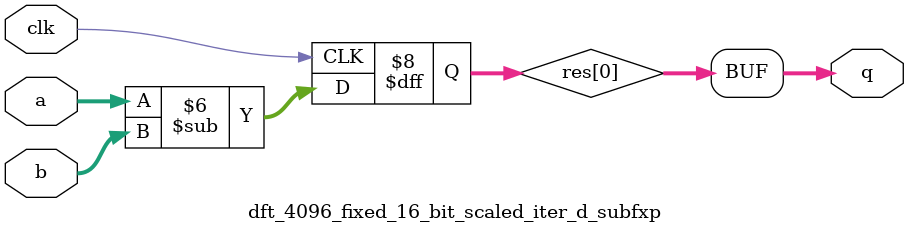
<source format=v>
/*
 * This source file contains a Verilog description of an IP core
 * automatically generated by the SPIRAL HDL Generator.
 *
 * This product includes a hardware design developed by Carnegie Mellon University.
 *
 * Copyright (c) 2005-2011 by Peter A. Milder for the SPIRAL Project,
 * Carnegie Mellon University
 *
 * For more information, see the SPIRAL project website at:
 *   http://www.spiral.net
 *
 * This design is provided for internal, non-commercial research use only
 * and is not for redistribution, with or without modifications.
 * 
 * You may not use the name "Carnegie Mellon University" or derivations
 * thereof to endorse or promote products derived from this software.
 *
 * THE SOFTWARE IS PROVIDED "AS-IS" WITHOUT ANY WARRANTY OF ANY KIND, EITHER
 * EXPRESS, IMPLIED OR STATUTORY, INCLUDING BUT NOT LIMITED TO ANY WARRANTY
 * THAT THE SOFTWARE WILL CONFORM TO SPECIFICATIONS OR BE ERROR-FREE AND ANY
 * IMPLIED WARRANTIES OF MERCHANTABILITY, FITNESS FOR A PARTICULAR PURPOSE,
 * TITLE, OR NON-INFRINGEMENT.  IN NO EVENT SHALL CARNEGIE MELLON UNIVERSITY
 * BE LIABLE FOR ANY DAMAGES, INCLUDING BUT NOT LIMITED TO DIRECT, INDIRECT,
 * SPECIAL OR CONSEQUENTIAL DAMAGES, ARISING OUT OF, RESULTING FROM, OR IN
 * ANY WAY CONNECTED WITH THIS SOFTWARE (WHETHER OR NOT BASED UPON WARRANTY,
 * CONTRACT, TORT OR OTHERWISE).
 *
 */
/* DFT Size = 4096
direction = forward
data type = 16 bit fixed point, scaled 
architecture = iterative reuse
radix = 4
streaming width = 4
data ordering = natural input / natural output
BRAM budget = -1
*/
//   Input/output stream: 4 complex words per cycle
//   Throughput: one transform every 12409 cycles
//   Latency: 14462 cycles

//   Resources required:
//     12 multipliers (16 x 16 bit)
//     22 adders (16 x 16 bit)
//     3 adders (12 x 11 bit)
//     16 RAMs (2048 words, 32 bits per word)
//     16 ROMs (1024 words, 10 bits per word)
//     6 ROMs (4096 words, 16 bits per word)

// Generated on Fri Aug 23 20:21:23 EDT 2019

// Latency: 14462 clock cycles
// Throughput: 1 transform every 12409 cycles


// We use an interleaved complex data format.  X0 represents the
// real portion of the first input, and X1 represents the imaginary
// portion.  The X variables are system inputs and the Y variables
// are system outputs.

// The design uses a system of flag signals to indicate the
// beginning of the input and output data streams.  The 'next'
// input (asserted high), is used to instruct the system that the
// input stream will begin on the following cycle.

// This system has a 'gap' of 12409 cycles.  This means that
// 12409 cycles must elapse between the beginning of the input
// vectors.

// The output signal 'next_out' (also asserted high) indicates
// that the output vector will begin streaming out of the system
 // on the following cycle.

// The system has a latency of 14462 cycles.  This means that
// the 'next_out' will be asserted 14462 cycles after the user
// asserts 'next'.

// The simple testbench below will demonstrate the timing for loading
// and unloading data vectors.
// The system reset signal is asserted high.

// Please note: when simulating floating point code, you must include
// Xilinx's DSP slice simulation module.

// Latency: 14462
// Gap: 12409
// module_name_is:dft_top
module dft_4096_fixed_16_bit_scaled_iter_d_dft_top(clk, reset, next, next_out,
   X0, Y0,
   X1, Y1,
   X2, Y2,
   X3, Y3,
   X4, Y4,
   X5, Y5,
   X6, Y6,
   X7, Y7);

   output next_out;
   input clk, reset, next;

   input [15:0] X0,
      X1,
      X2,
      X3,
      X4,
      X5,
      X6,
      X7;

   output [15:0] Y0,
      Y1,
      Y2,
      Y3,
      Y4,
      Y5,
      Y6,
      Y7;

   wire [15:0] t0_0;
   wire [15:0] t0_1;
   wire [15:0] t0_2;
   wire [15:0] t0_3;
   wire [15:0] t0_4;
   wire [15:0] t0_5;
   wire [15:0] t0_6;
   wire [15:0] t0_7;
   wire next_0;
   wire [15:0] t1_0;
   wire [15:0] t1_1;
   wire [15:0] t1_2;
   wire [15:0] t1_3;
   wire [15:0] t1_4;
   wire [15:0] t1_5;
   wire [15:0] t1_6;
   wire [15:0] t1_7;
   wire next_1;
   wire [15:0] t2_0;
   wire [15:0] t2_1;
   wire [15:0] t2_2;
   wire [15:0] t2_3;
   wire [15:0] t2_4;
   wire [15:0] t2_5;
   wire [15:0] t2_6;
   wire [15:0] t2_7;
   wire next_2;
   assign t0_0 = X0;
   assign Y0 = t2_0;
   assign t0_1 = X1;
   assign Y1 = t2_1;
   assign t0_2 = X2;
   assign Y2 = t2_2;
   assign t0_3 = X3;
   assign Y3 = t2_3;
   assign t0_4 = X4;
   assign Y4 = t2_4;
   assign t0_5 = X5;
   assign Y5 = t2_5;
   assign t0_6 = X6;
   assign Y6 = t2_6;
   assign t0_7 = X7;
   assign Y7 = t2_7;
   assign next_0 = next;
   assign next_out = next_2;

// latency=2053, gap=1024
dft_4096_fixed_16_bit_scaled_iter_d_rc82912 stage0(.clk(clk), .reset(reset), .next(next_0), .next_out(next_1),
    .X0(t0_0), .Y0(t1_0),
    .X1(t0_1), .Y1(t1_1),
    .X2(t0_2), .Y2(t1_2),
    .X3(t0_3), .Y3(t1_3),
    .X4(t0_4), .Y4(t1_4),
    .X5(t0_5), .Y5(t1_5),
    .X6(t0_6), .Y6(t1_6),
    .X7(t0_7), .Y7(t1_7));


// latency=12409, gap=12409
dft_4096_fixed_16_bit_scaled_iter_d_ICompose_91687 IComposeInst92250(.next(next_1), .clk(clk), .reset(reset), .next_out(next_2),
       .X0(t1_0), .Y0(t2_0),
       .X1(t1_1), .Y1(t2_1),
       .X2(t1_2), .Y2(t2_2),
       .X3(t1_3), .Y3(t2_3),
       .X4(t1_4), .Y4(t2_4),
       .X5(t1_5), .Y5(t2_5),
       .X6(t1_6), .Y6(t2_6),
       .X7(t1_7), .Y7(t2_7));


endmodule

// Latency: 2053
// Gap: 1024
module dft_4096_fixed_16_bit_scaled_iter_d_rc82912(clk, reset, next, next_out,
   X0, Y0,
   X1, Y1,
   X2, Y2,
   X3, Y3,
   X4, Y4,
   X5, Y5,
   X6, Y6,
   X7, Y7);

   output next_out;
   input clk, reset, next;

   input [15:0] X0,
      X1,
      X2,
      X3,
      X4,
      X5,
      X6,
      X7;

   output [15:0] Y0,
      Y1,
      Y2,
      Y3,
      Y4,
      Y5,
      Y6,
      Y7;

   wire [31:0] t0;
   wire [31:0] s0;
   assign t0 = {X0, X1};
   wire [31:0] t1;
   wire [31:0] s1;
   assign t1 = {X2, X3};
   wire [31:0] t2;
   wire [31:0] s2;
   assign t2 = {X4, X5};
   wire [31:0] t3;
   wire [31:0] s3;
   assign t3 = {X6, X7};
   assign Y0 = s0[31:16];
   assign Y1 = s0[15:0];
   assign Y2 = s1[31:16];
   assign Y3 = s1[15:0];
   assign Y4 = s2[31:16];
   assign Y5 = s2[15:0];
   assign Y6 = s3[31:16];
   assign Y7 = s3[15:0];

dft_4096_fixed_16_bit_scaled_iter_d_perm82910 instPerm92251(.x0(t0), .y0(s0),
    .x1(t1), .y1(s1),
    .x2(t2), .y2(s2),
    .x3(t3), .y3(s3),
   .clk(clk), .next(next), .next_out(next_out), .reset(reset)
);



endmodule

module dft_4096_fixed_16_bit_scaled_iter_d_swNet82910(itr, clk, ct
,       x0, y0
,       x1, y1
,       x2, y2
,       x3, y3
);

    parameter width = 32;

    input [9:0] ct;
    input clk;
    input [0:0] itr;
    input [width-1:0] x0;
    output reg [width-1:0] y0;
    input [width-1:0] x1;
    output reg [width-1:0] y1;
    input [width-1:0] x2;
    output reg [width-1:0] y2;
    input [width-1:0] x3;
    output reg [width-1:0] y3;
    wire [width-1:0] t0_0, t0_1, t0_2, t0_3;
    wire [width-1:0] t1_0, t1_1, t1_2, t1_3;
    wire [width-1:0] t2_0, t2_1, t2_2, t2_3;
    reg [width-1:0] t3_0, t3_1, t3_2, t3_3;
    wire [width-1:0] t4_0, t4_1, t4_2, t4_3;
    reg [width-1:0] t5_0, t5_1, t5_2, t5_3;

    reg [3:0] control;

    always @(posedge clk) begin
      case(ct)
        10'd0: control <= 4'b1111;
        10'd1: control <= 4'b1111;
        10'd2: control <= 4'b1111;
        10'd3: control <= 4'b1111;
        10'd4: control <= 4'b1111;
        10'd5: control <= 4'b1111;
        10'd6: control <= 4'b1111;
        10'd7: control <= 4'b1111;
        10'd8: control <= 4'b1111;
        10'd9: control <= 4'b1111;
        10'd10: control <= 4'b1111;
        10'd11: control <= 4'b1111;
        10'd12: control <= 4'b1111;
        10'd13: control <= 4'b1111;
        10'd14: control <= 4'b1111;
        10'd15: control <= 4'b1111;
        10'd16: control <= 4'b1111;
        10'd17: control <= 4'b1111;
        10'd18: control <= 4'b1111;
        10'd19: control <= 4'b1111;
        10'd20: control <= 4'b1111;
        10'd21: control <= 4'b1111;
        10'd22: control <= 4'b1111;
        10'd23: control <= 4'b1111;
        10'd24: control <= 4'b1111;
        10'd25: control <= 4'b1111;
        10'd26: control <= 4'b1111;
        10'd27: control <= 4'b1111;
        10'd28: control <= 4'b1111;
        10'd29: control <= 4'b1111;
        10'd30: control <= 4'b1111;
        10'd31: control <= 4'b1111;
        10'd32: control <= 4'b1111;
        10'd33: control <= 4'b1111;
        10'd34: control <= 4'b1111;
        10'd35: control <= 4'b1111;
        10'd36: control <= 4'b1111;
        10'd37: control <= 4'b1111;
        10'd38: control <= 4'b1111;
        10'd39: control <= 4'b1111;
        10'd40: control <= 4'b1111;
        10'd41: control <= 4'b1111;
        10'd42: control <= 4'b1111;
        10'd43: control <= 4'b1111;
        10'd44: control <= 4'b1111;
        10'd45: control <= 4'b1111;
        10'd46: control <= 4'b1111;
        10'd47: control <= 4'b1111;
        10'd48: control <= 4'b1111;
        10'd49: control <= 4'b1111;
        10'd50: control <= 4'b1111;
        10'd51: control <= 4'b1111;
        10'd52: control <= 4'b1111;
        10'd53: control <= 4'b1111;
        10'd54: control <= 4'b1111;
        10'd55: control <= 4'b1111;
        10'd56: control <= 4'b1111;
        10'd57: control <= 4'b1111;
        10'd58: control <= 4'b1111;
        10'd59: control <= 4'b1111;
        10'd60: control <= 4'b1111;
        10'd61: control <= 4'b1111;
        10'd62: control <= 4'b1111;
        10'd63: control <= 4'b1111;
        10'd64: control <= 4'b1111;
        10'd65: control <= 4'b1111;
        10'd66: control <= 4'b1111;
        10'd67: control <= 4'b1111;
        10'd68: control <= 4'b1111;
        10'd69: control <= 4'b1111;
        10'd70: control <= 4'b1111;
        10'd71: control <= 4'b1111;
        10'd72: control <= 4'b1111;
        10'd73: control <= 4'b1111;
        10'd74: control <= 4'b1111;
        10'd75: control <= 4'b1111;
        10'd76: control <= 4'b1111;
        10'd77: control <= 4'b1111;
        10'd78: control <= 4'b1111;
        10'd79: control <= 4'b1111;
        10'd80: control <= 4'b1111;
        10'd81: control <= 4'b1111;
        10'd82: control <= 4'b1111;
        10'd83: control <= 4'b1111;
        10'd84: control <= 4'b1111;
        10'd85: control <= 4'b1111;
        10'd86: control <= 4'b1111;
        10'd87: control <= 4'b1111;
        10'd88: control <= 4'b1111;
        10'd89: control <= 4'b1111;
        10'd90: control <= 4'b1111;
        10'd91: control <= 4'b1111;
        10'd92: control <= 4'b1111;
        10'd93: control <= 4'b1111;
        10'd94: control <= 4'b1111;
        10'd95: control <= 4'b1111;
        10'd96: control <= 4'b1111;
        10'd97: control <= 4'b1111;
        10'd98: control <= 4'b1111;
        10'd99: control <= 4'b1111;
        10'd100: control <= 4'b1111;
        10'd101: control <= 4'b1111;
        10'd102: control <= 4'b1111;
        10'd103: control <= 4'b1111;
        10'd104: control <= 4'b1111;
        10'd105: control <= 4'b1111;
        10'd106: control <= 4'b1111;
        10'd107: control <= 4'b1111;
        10'd108: control <= 4'b1111;
        10'd109: control <= 4'b1111;
        10'd110: control <= 4'b1111;
        10'd111: control <= 4'b1111;
        10'd112: control <= 4'b1111;
        10'd113: control <= 4'b1111;
        10'd114: control <= 4'b1111;
        10'd115: control <= 4'b1111;
        10'd116: control <= 4'b1111;
        10'd117: control <= 4'b1111;
        10'd118: control <= 4'b1111;
        10'd119: control <= 4'b1111;
        10'd120: control <= 4'b1111;
        10'd121: control <= 4'b1111;
        10'd122: control <= 4'b1111;
        10'd123: control <= 4'b1111;
        10'd124: control <= 4'b1111;
        10'd125: control <= 4'b1111;
        10'd126: control <= 4'b1111;
        10'd127: control <= 4'b1111;
        10'd128: control <= 4'b1111;
        10'd129: control <= 4'b1111;
        10'd130: control <= 4'b1111;
        10'd131: control <= 4'b1111;
        10'd132: control <= 4'b1111;
        10'd133: control <= 4'b1111;
        10'd134: control <= 4'b1111;
        10'd135: control <= 4'b1111;
        10'd136: control <= 4'b1111;
        10'd137: control <= 4'b1111;
        10'd138: control <= 4'b1111;
        10'd139: control <= 4'b1111;
        10'd140: control <= 4'b1111;
        10'd141: control <= 4'b1111;
        10'd142: control <= 4'b1111;
        10'd143: control <= 4'b1111;
        10'd144: control <= 4'b1111;
        10'd145: control <= 4'b1111;
        10'd146: control <= 4'b1111;
        10'd147: control <= 4'b1111;
        10'd148: control <= 4'b1111;
        10'd149: control <= 4'b1111;
        10'd150: control <= 4'b1111;
        10'd151: control <= 4'b1111;
        10'd152: control <= 4'b1111;
        10'd153: control <= 4'b1111;
        10'd154: control <= 4'b1111;
        10'd155: control <= 4'b1111;
        10'd156: control <= 4'b1111;
        10'd157: control <= 4'b1111;
        10'd158: control <= 4'b1111;
        10'd159: control <= 4'b1111;
        10'd160: control <= 4'b1111;
        10'd161: control <= 4'b1111;
        10'd162: control <= 4'b1111;
        10'd163: control <= 4'b1111;
        10'd164: control <= 4'b1111;
        10'd165: control <= 4'b1111;
        10'd166: control <= 4'b1111;
        10'd167: control <= 4'b1111;
        10'd168: control <= 4'b1111;
        10'd169: control <= 4'b1111;
        10'd170: control <= 4'b1111;
        10'd171: control <= 4'b1111;
        10'd172: control <= 4'b1111;
        10'd173: control <= 4'b1111;
        10'd174: control <= 4'b1111;
        10'd175: control <= 4'b1111;
        10'd176: control <= 4'b1111;
        10'd177: control <= 4'b1111;
        10'd178: control <= 4'b1111;
        10'd179: control <= 4'b1111;
        10'd180: control <= 4'b1111;
        10'd181: control <= 4'b1111;
        10'd182: control <= 4'b1111;
        10'd183: control <= 4'b1111;
        10'd184: control <= 4'b1111;
        10'd185: control <= 4'b1111;
        10'd186: control <= 4'b1111;
        10'd187: control <= 4'b1111;
        10'd188: control <= 4'b1111;
        10'd189: control <= 4'b1111;
        10'd190: control <= 4'b1111;
        10'd191: control <= 4'b1111;
        10'd192: control <= 4'b1111;
        10'd193: control <= 4'b1111;
        10'd194: control <= 4'b1111;
        10'd195: control <= 4'b1111;
        10'd196: control <= 4'b1111;
        10'd197: control <= 4'b1111;
        10'd198: control <= 4'b1111;
        10'd199: control <= 4'b1111;
        10'd200: control <= 4'b1111;
        10'd201: control <= 4'b1111;
        10'd202: control <= 4'b1111;
        10'd203: control <= 4'b1111;
        10'd204: control <= 4'b1111;
        10'd205: control <= 4'b1111;
        10'd206: control <= 4'b1111;
        10'd207: control <= 4'b1111;
        10'd208: control <= 4'b1111;
        10'd209: control <= 4'b1111;
        10'd210: control <= 4'b1111;
        10'd211: control <= 4'b1111;
        10'd212: control <= 4'b1111;
        10'd213: control <= 4'b1111;
        10'd214: control <= 4'b1111;
        10'd215: control <= 4'b1111;
        10'd216: control <= 4'b1111;
        10'd217: control <= 4'b1111;
        10'd218: control <= 4'b1111;
        10'd219: control <= 4'b1111;
        10'd220: control <= 4'b1111;
        10'd221: control <= 4'b1111;
        10'd222: control <= 4'b1111;
        10'd223: control <= 4'b1111;
        10'd224: control <= 4'b1111;
        10'd225: control <= 4'b1111;
        10'd226: control <= 4'b1111;
        10'd227: control <= 4'b1111;
        10'd228: control <= 4'b1111;
        10'd229: control <= 4'b1111;
        10'd230: control <= 4'b1111;
        10'd231: control <= 4'b1111;
        10'd232: control <= 4'b1111;
        10'd233: control <= 4'b1111;
        10'd234: control <= 4'b1111;
        10'd235: control <= 4'b1111;
        10'd236: control <= 4'b1111;
        10'd237: control <= 4'b1111;
        10'd238: control <= 4'b1111;
        10'd239: control <= 4'b1111;
        10'd240: control <= 4'b1111;
        10'd241: control <= 4'b1111;
        10'd242: control <= 4'b1111;
        10'd243: control <= 4'b1111;
        10'd244: control <= 4'b1111;
        10'd245: control <= 4'b1111;
        10'd246: control <= 4'b1111;
        10'd247: control <= 4'b1111;
        10'd248: control <= 4'b1111;
        10'd249: control <= 4'b1111;
        10'd250: control <= 4'b1111;
        10'd251: control <= 4'b1111;
        10'd252: control <= 4'b1111;
        10'd253: control <= 4'b1111;
        10'd254: control <= 4'b1111;
        10'd255: control <= 4'b1111;
        10'd256: control <= 4'b0011;
        10'd257: control <= 4'b0011;
        10'd258: control <= 4'b0011;
        10'd259: control <= 4'b0011;
        10'd260: control <= 4'b0011;
        10'd261: control <= 4'b0011;
        10'd262: control <= 4'b0011;
        10'd263: control <= 4'b0011;
        10'd264: control <= 4'b0011;
        10'd265: control <= 4'b0011;
        10'd266: control <= 4'b0011;
        10'd267: control <= 4'b0011;
        10'd268: control <= 4'b0011;
        10'd269: control <= 4'b0011;
        10'd270: control <= 4'b0011;
        10'd271: control <= 4'b0011;
        10'd272: control <= 4'b0011;
        10'd273: control <= 4'b0011;
        10'd274: control <= 4'b0011;
        10'd275: control <= 4'b0011;
        10'd276: control <= 4'b0011;
        10'd277: control <= 4'b0011;
        10'd278: control <= 4'b0011;
        10'd279: control <= 4'b0011;
        10'd280: control <= 4'b0011;
        10'd281: control <= 4'b0011;
        10'd282: control <= 4'b0011;
        10'd283: control <= 4'b0011;
        10'd284: control <= 4'b0011;
        10'd285: control <= 4'b0011;
        10'd286: control <= 4'b0011;
        10'd287: control <= 4'b0011;
        10'd288: control <= 4'b0011;
        10'd289: control <= 4'b0011;
        10'd290: control <= 4'b0011;
        10'd291: control <= 4'b0011;
        10'd292: control <= 4'b0011;
        10'd293: control <= 4'b0011;
        10'd294: control <= 4'b0011;
        10'd295: control <= 4'b0011;
        10'd296: control <= 4'b0011;
        10'd297: control <= 4'b0011;
        10'd298: control <= 4'b0011;
        10'd299: control <= 4'b0011;
        10'd300: control <= 4'b0011;
        10'd301: control <= 4'b0011;
        10'd302: control <= 4'b0011;
        10'd303: control <= 4'b0011;
        10'd304: control <= 4'b0011;
        10'd305: control <= 4'b0011;
        10'd306: control <= 4'b0011;
        10'd307: control <= 4'b0011;
        10'd308: control <= 4'b0011;
        10'd309: control <= 4'b0011;
        10'd310: control <= 4'b0011;
        10'd311: control <= 4'b0011;
        10'd312: control <= 4'b0011;
        10'd313: control <= 4'b0011;
        10'd314: control <= 4'b0011;
        10'd315: control <= 4'b0011;
        10'd316: control <= 4'b0011;
        10'd317: control <= 4'b0011;
        10'd318: control <= 4'b0011;
        10'd319: control <= 4'b0011;
        10'd320: control <= 4'b0011;
        10'd321: control <= 4'b0011;
        10'd322: control <= 4'b0011;
        10'd323: control <= 4'b0011;
        10'd324: control <= 4'b0011;
        10'd325: control <= 4'b0011;
        10'd326: control <= 4'b0011;
        10'd327: control <= 4'b0011;
        10'd328: control <= 4'b0011;
        10'd329: control <= 4'b0011;
        10'd330: control <= 4'b0011;
        10'd331: control <= 4'b0011;
        10'd332: control <= 4'b0011;
        10'd333: control <= 4'b0011;
        10'd334: control <= 4'b0011;
        10'd335: control <= 4'b0011;
        10'd336: control <= 4'b0011;
        10'd337: control <= 4'b0011;
        10'd338: control <= 4'b0011;
        10'd339: control <= 4'b0011;
        10'd340: control <= 4'b0011;
        10'd341: control <= 4'b0011;
        10'd342: control <= 4'b0011;
        10'd343: control <= 4'b0011;
        10'd344: control <= 4'b0011;
        10'd345: control <= 4'b0011;
        10'd346: control <= 4'b0011;
        10'd347: control <= 4'b0011;
        10'd348: control <= 4'b0011;
        10'd349: control <= 4'b0011;
        10'd350: control <= 4'b0011;
        10'd351: control <= 4'b0011;
        10'd352: control <= 4'b0011;
        10'd353: control <= 4'b0011;
        10'd354: control <= 4'b0011;
        10'd355: control <= 4'b0011;
        10'd356: control <= 4'b0011;
        10'd357: control <= 4'b0011;
        10'd358: control <= 4'b0011;
        10'd359: control <= 4'b0011;
        10'd360: control <= 4'b0011;
        10'd361: control <= 4'b0011;
        10'd362: control <= 4'b0011;
        10'd363: control <= 4'b0011;
        10'd364: control <= 4'b0011;
        10'd365: control <= 4'b0011;
        10'd366: control <= 4'b0011;
        10'd367: control <= 4'b0011;
        10'd368: control <= 4'b0011;
        10'd369: control <= 4'b0011;
        10'd370: control <= 4'b0011;
        10'd371: control <= 4'b0011;
        10'd372: control <= 4'b0011;
        10'd373: control <= 4'b0011;
        10'd374: control <= 4'b0011;
        10'd375: control <= 4'b0011;
        10'd376: control <= 4'b0011;
        10'd377: control <= 4'b0011;
        10'd378: control <= 4'b0011;
        10'd379: control <= 4'b0011;
        10'd380: control <= 4'b0011;
        10'd381: control <= 4'b0011;
        10'd382: control <= 4'b0011;
        10'd383: control <= 4'b0011;
        10'd384: control <= 4'b0011;
        10'd385: control <= 4'b0011;
        10'd386: control <= 4'b0011;
        10'd387: control <= 4'b0011;
        10'd388: control <= 4'b0011;
        10'd389: control <= 4'b0011;
        10'd390: control <= 4'b0011;
        10'd391: control <= 4'b0011;
        10'd392: control <= 4'b0011;
        10'd393: control <= 4'b0011;
        10'd394: control <= 4'b0011;
        10'd395: control <= 4'b0011;
        10'd396: control <= 4'b0011;
        10'd397: control <= 4'b0011;
        10'd398: control <= 4'b0011;
        10'd399: control <= 4'b0011;
        10'd400: control <= 4'b0011;
        10'd401: control <= 4'b0011;
        10'd402: control <= 4'b0011;
        10'd403: control <= 4'b0011;
        10'd404: control <= 4'b0011;
        10'd405: control <= 4'b0011;
        10'd406: control <= 4'b0011;
        10'd407: control <= 4'b0011;
        10'd408: control <= 4'b0011;
        10'd409: control <= 4'b0011;
        10'd410: control <= 4'b0011;
        10'd411: control <= 4'b0011;
        10'd412: control <= 4'b0011;
        10'd413: control <= 4'b0011;
        10'd414: control <= 4'b0011;
        10'd415: control <= 4'b0011;
        10'd416: control <= 4'b0011;
        10'd417: control <= 4'b0011;
        10'd418: control <= 4'b0011;
        10'd419: control <= 4'b0011;
        10'd420: control <= 4'b0011;
        10'd421: control <= 4'b0011;
        10'd422: control <= 4'b0011;
        10'd423: control <= 4'b0011;
        10'd424: control <= 4'b0011;
        10'd425: control <= 4'b0011;
        10'd426: control <= 4'b0011;
        10'd427: control <= 4'b0011;
        10'd428: control <= 4'b0011;
        10'd429: control <= 4'b0011;
        10'd430: control <= 4'b0011;
        10'd431: control <= 4'b0011;
        10'd432: control <= 4'b0011;
        10'd433: control <= 4'b0011;
        10'd434: control <= 4'b0011;
        10'd435: control <= 4'b0011;
        10'd436: control <= 4'b0011;
        10'd437: control <= 4'b0011;
        10'd438: control <= 4'b0011;
        10'd439: control <= 4'b0011;
        10'd440: control <= 4'b0011;
        10'd441: control <= 4'b0011;
        10'd442: control <= 4'b0011;
        10'd443: control <= 4'b0011;
        10'd444: control <= 4'b0011;
        10'd445: control <= 4'b0011;
        10'd446: control <= 4'b0011;
        10'd447: control <= 4'b0011;
        10'd448: control <= 4'b0011;
        10'd449: control <= 4'b0011;
        10'd450: control <= 4'b0011;
        10'd451: control <= 4'b0011;
        10'd452: control <= 4'b0011;
        10'd453: control <= 4'b0011;
        10'd454: control <= 4'b0011;
        10'd455: control <= 4'b0011;
        10'd456: control <= 4'b0011;
        10'd457: control <= 4'b0011;
        10'd458: control <= 4'b0011;
        10'd459: control <= 4'b0011;
        10'd460: control <= 4'b0011;
        10'd461: control <= 4'b0011;
        10'd462: control <= 4'b0011;
        10'd463: control <= 4'b0011;
        10'd464: control <= 4'b0011;
        10'd465: control <= 4'b0011;
        10'd466: control <= 4'b0011;
        10'd467: control <= 4'b0011;
        10'd468: control <= 4'b0011;
        10'd469: control <= 4'b0011;
        10'd470: control <= 4'b0011;
        10'd471: control <= 4'b0011;
        10'd472: control <= 4'b0011;
        10'd473: control <= 4'b0011;
        10'd474: control <= 4'b0011;
        10'd475: control <= 4'b0011;
        10'd476: control <= 4'b0011;
        10'd477: control <= 4'b0011;
        10'd478: control <= 4'b0011;
        10'd479: control <= 4'b0011;
        10'd480: control <= 4'b0011;
        10'd481: control <= 4'b0011;
        10'd482: control <= 4'b0011;
        10'd483: control <= 4'b0011;
        10'd484: control <= 4'b0011;
        10'd485: control <= 4'b0011;
        10'd486: control <= 4'b0011;
        10'd487: control <= 4'b0011;
        10'd488: control <= 4'b0011;
        10'd489: control <= 4'b0011;
        10'd490: control <= 4'b0011;
        10'd491: control <= 4'b0011;
        10'd492: control <= 4'b0011;
        10'd493: control <= 4'b0011;
        10'd494: control <= 4'b0011;
        10'd495: control <= 4'b0011;
        10'd496: control <= 4'b0011;
        10'd497: control <= 4'b0011;
        10'd498: control <= 4'b0011;
        10'd499: control <= 4'b0011;
        10'd500: control <= 4'b0011;
        10'd501: control <= 4'b0011;
        10'd502: control <= 4'b0011;
        10'd503: control <= 4'b0011;
        10'd504: control <= 4'b0011;
        10'd505: control <= 4'b0011;
        10'd506: control <= 4'b0011;
        10'd507: control <= 4'b0011;
        10'd508: control <= 4'b0011;
        10'd509: control <= 4'b0011;
        10'd510: control <= 4'b0011;
        10'd511: control <= 4'b0011;
        10'd512: control <= 4'b1100;
        10'd513: control <= 4'b1100;
        10'd514: control <= 4'b1100;
        10'd515: control <= 4'b1100;
        10'd516: control <= 4'b1100;
        10'd517: control <= 4'b1100;
        10'd518: control <= 4'b1100;
        10'd519: control <= 4'b1100;
        10'd520: control <= 4'b1100;
        10'd521: control <= 4'b1100;
        10'd522: control <= 4'b1100;
        10'd523: control <= 4'b1100;
        10'd524: control <= 4'b1100;
        10'd525: control <= 4'b1100;
        10'd526: control <= 4'b1100;
        10'd527: control <= 4'b1100;
        10'd528: control <= 4'b1100;
        10'd529: control <= 4'b1100;
        10'd530: control <= 4'b1100;
        10'd531: control <= 4'b1100;
        10'd532: control <= 4'b1100;
        10'd533: control <= 4'b1100;
        10'd534: control <= 4'b1100;
        10'd535: control <= 4'b1100;
        10'd536: control <= 4'b1100;
        10'd537: control <= 4'b1100;
        10'd538: control <= 4'b1100;
        10'd539: control <= 4'b1100;
        10'd540: control <= 4'b1100;
        10'd541: control <= 4'b1100;
        10'd542: control <= 4'b1100;
        10'd543: control <= 4'b1100;
        10'd544: control <= 4'b1100;
        10'd545: control <= 4'b1100;
        10'd546: control <= 4'b1100;
        10'd547: control <= 4'b1100;
        10'd548: control <= 4'b1100;
        10'd549: control <= 4'b1100;
        10'd550: control <= 4'b1100;
        10'd551: control <= 4'b1100;
        10'd552: control <= 4'b1100;
        10'd553: control <= 4'b1100;
        10'd554: control <= 4'b1100;
        10'd555: control <= 4'b1100;
        10'd556: control <= 4'b1100;
        10'd557: control <= 4'b1100;
        10'd558: control <= 4'b1100;
        10'd559: control <= 4'b1100;
        10'd560: control <= 4'b1100;
        10'd561: control <= 4'b1100;
        10'd562: control <= 4'b1100;
        10'd563: control <= 4'b1100;
        10'd564: control <= 4'b1100;
        10'd565: control <= 4'b1100;
        10'd566: control <= 4'b1100;
        10'd567: control <= 4'b1100;
        10'd568: control <= 4'b1100;
        10'd569: control <= 4'b1100;
        10'd570: control <= 4'b1100;
        10'd571: control <= 4'b1100;
        10'd572: control <= 4'b1100;
        10'd573: control <= 4'b1100;
        10'd574: control <= 4'b1100;
        10'd575: control <= 4'b1100;
        10'd576: control <= 4'b1100;
        10'd577: control <= 4'b1100;
        10'd578: control <= 4'b1100;
        10'd579: control <= 4'b1100;
        10'd580: control <= 4'b1100;
        10'd581: control <= 4'b1100;
        10'd582: control <= 4'b1100;
        10'd583: control <= 4'b1100;
        10'd584: control <= 4'b1100;
        10'd585: control <= 4'b1100;
        10'd586: control <= 4'b1100;
        10'd587: control <= 4'b1100;
        10'd588: control <= 4'b1100;
        10'd589: control <= 4'b1100;
        10'd590: control <= 4'b1100;
        10'd591: control <= 4'b1100;
        10'd592: control <= 4'b1100;
        10'd593: control <= 4'b1100;
        10'd594: control <= 4'b1100;
        10'd595: control <= 4'b1100;
        10'd596: control <= 4'b1100;
        10'd597: control <= 4'b1100;
        10'd598: control <= 4'b1100;
        10'd599: control <= 4'b1100;
        10'd600: control <= 4'b1100;
        10'd601: control <= 4'b1100;
        10'd602: control <= 4'b1100;
        10'd603: control <= 4'b1100;
        10'd604: control <= 4'b1100;
        10'd605: control <= 4'b1100;
        10'd606: control <= 4'b1100;
        10'd607: control <= 4'b1100;
        10'd608: control <= 4'b1100;
        10'd609: control <= 4'b1100;
        10'd610: control <= 4'b1100;
        10'd611: control <= 4'b1100;
        10'd612: control <= 4'b1100;
        10'd613: control <= 4'b1100;
        10'd614: control <= 4'b1100;
        10'd615: control <= 4'b1100;
        10'd616: control <= 4'b1100;
        10'd617: control <= 4'b1100;
        10'd618: control <= 4'b1100;
        10'd619: control <= 4'b1100;
        10'd620: control <= 4'b1100;
        10'd621: control <= 4'b1100;
        10'd622: control <= 4'b1100;
        10'd623: control <= 4'b1100;
        10'd624: control <= 4'b1100;
        10'd625: control <= 4'b1100;
        10'd626: control <= 4'b1100;
        10'd627: control <= 4'b1100;
        10'd628: control <= 4'b1100;
        10'd629: control <= 4'b1100;
        10'd630: control <= 4'b1100;
        10'd631: control <= 4'b1100;
        10'd632: control <= 4'b1100;
        10'd633: control <= 4'b1100;
        10'd634: control <= 4'b1100;
        10'd635: control <= 4'b1100;
        10'd636: control <= 4'b1100;
        10'd637: control <= 4'b1100;
        10'd638: control <= 4'b1100;
        10'd639: control <= 4'b1100;
        10'd640: control <= 4'b1100;
        10'd641: control <= 4'b1100;
        10'd642: control <= 4'b1100;
        10'd643: control <= 4'b1100;
        10'd644: control <= 4'b1100;
        10'd645: control <= 4'b1100;
        10'd646: control <= 4'b1100;
        10'd647: control <= 4'b1100;
        10'd648: control <= 4'b1100;
        10'd649: control <= 4'b1100;
        10'd650: control <= 4'b1100;
        10'd651: control <= 4'b1100;
        10'd652: control <= 4'b1100;
        10'd653: control <= 4'b1100;
        10'd654: control <= 4'b1100;
        10'd655: control <= 4'b1100;
        10'd656: control <= 4'b1100;
        10'd657: control <= 4'b1100;
        10'd658: control <= 4'b1100;
        10'd659: control <= 4'b1100;
        10'd660: control <= 4'b1100;
        10'd661: control <= 4'b1100;
        10'd662: control <= 4'b1100;
        10'd663: control <= 4'b1100;
        10'd664: control <= 4'b1100;
        10'd665: control <= 4'b1100;
        10'd666: control <= 4'b1100;
        10'd667: control <= 4'b1100;
        10'd668: control <= 4'b1100;
        10'd669: control <= 4'b1100;
        10'd670: control <= 4'b1100;
        10'd671: control <= 4'b1100;
        10'd672: control <= 4'b1100;
        10'd673: control <= 4'b1100;
        10'd674: control <= 4'b1100;
        10'd675: control <= 4'b1100;
        10'd676: control <= 4'b1100;
        10'd677: control <= 4'b1100;
        10'd678: control <= 4'b1100;
        10'd679: control <= 4'b1100;
        10'd680: control <= 4'b1100;
        10'd681: control <= 4'b1100;
        10'd682: control <= 4'b1100;
        10'd683: control <= 4'b1100;
        10'd684: control <= 4'b1100;
        10'd685: control <= 4'b1100;
        10'd686: control <= 4'b1100;
        10'd687: control <= 4'b1100;
        10'd688: control <= 4'b1100;
        10'd689: control <= 4'b1100;
        10'd690: control <= 4'b1100;
        10'd691: control <= 4'b1100;
        10'd692: control <= 4'b1100;
        10'd693: control <= 4'b1100;
        10'd694: control <= 4'b1100;
        10'd695: control <= 4'b1100;
        10'd696: control <= 4'b1100;
        10'd697: control <= 4'b1100;
        10'd698: control <= 4'b1100;
        10'd699: control <= 4'b1100;
        10'd700: control <= 4'b1100;
        10'd701: control <= 4'b1100;
        10'd702: control <= 4'b1100;
        10'd703: control <= 4'b1100;
        10'd704: control <= 4'b1100;
        10'd705: control <= 4'b1100;
        10'd706: control <= 4'b1100;
        10'd707: control <= 4'b1100;
        10'd708: control <= 4'b1100;
        10'd709: control <= 4'b1100;
        10'd710: control <= 4'b1100;
        10'd711: control <= 4'b1100;
        10'd712: control <= 4'b1100;
        10'd713: control <= 4'b1100;
        10'd714: control <= 4'b1100;
        10'd715: control <= 4'b1100;
        10'd716: control <= 4'b1100;
        10'd717: control <= 4'b1100;
        10'd718: control <= 4'b1100;
        10'd719: control <= 4'b1100;
        10'd720: control <= 4'b1100;
        10'd721: control <= 4'b1100;
        10'd722: control <= 4'b1100;
        10'd723: control <= 4'b1100;
        10'd724: control <= 4'b1100;
        10'd725: control <= 4'b1100;
        10'd726: control <= 4'b1100;
        10'd727: control <= 4'b1100;
        10'd728: control <= 4'b1100;
        10'd729: control <= 4'b1100;
        10'd730: control <= 4'b1100;
        10'd731: control <= 4'b1100;
        10'd732: control <= 4'b1100;
        10'd733: control <= 4'b1100;
        10'd734: control <= 4'b1100;
        10'd735: control <= 4'b1100;
        10'd736: control <= 4'b1100;
        10'd737: control <= 4'b1100;
        10'd738: control <= 4'b1100;
        10'd739: control <= 4'b1100;
        10'd740: control <= 4'b1100;
        10'd741: control <= 4'b1100;
        10'd742: control <= 4'b1100;
        10'd743: control <= 4'b1100;
        10'd744: control <= 4'b1100;
        10'd745: control <= 4'b1100;
        10'd746: control <= 4'b1100;
        10'd747: control <= 4'b1100;
        10'd748: control <= 4'b1100;
        10'd749: control <= 4'b1100;
        10'd750: control <= 4'b1100;
        10'd751: control <= 4'b1100;
        10'd752: control <= 4'b1100;
        10'd753: control <= 4'b1100;
        10'd754: control <= 4'b1100;
        10'd755: control <= 4'b1100;
        10'd756: control <= 4'b1100;
        10'd757: control <= 4'b1100;
        10'd758: control <= 4'b1100;
        10'd759: control <= 4'b1100;
        10'd760: control <= 4'b1100;
        10'd761: control <= 4'b1100;
        10'd762: control <= 4'b1100;
        10'd763: control <= 4'b1100;
        10'd764: control <= 4'b1100;
        10'd765: control <= 4'b1100;
        10'd766: control <= 4'b1100;
        10'd767: control <= 4'b1100;
        10'd768: control <= 4'b0000;
        10'd769: control <= 4'b0000;
        10'd770: control <= 4'b0000;
        10'd771: control <= 4'b0000;
        10'd772: control <= 4'b0000;
        10'd773: control <= 4'b0000;
        10'd774: control <= 4'b0000;
        10'd775: control <= 4'b0000;
        10'd776: control <= 4'b0000;
        10'd777: control <= 4'b0000;
        10'd778: control <= 4'b0000;
        10'd779: control <= 4'b0000;
        10'd780: control <= 4'b0000;
        10'd781: control <= 4'b0000;
        10'd782: control <= 4'b0000;
        10'd783: control <= 4'b0000;
        10'd784: control <= 4'b0000;
        10'd785: control <= 4'b0000;
        10'd786: control <= 4'b0000;
        10'd787: control <= 4'b0000;
        10'd788: control <= 4'b0000;
        10'd789: control <= 4'b0000;
        10'd790: control <= 4'b0000;
        10'd791: control <= 4'b0000;
        10'd792: control <= 4'b0000;
        10'd793: control <= 4'b0000;
        10'd794: control <= 4'b0000;
        10'd795: control <= 4'b0000;
        10'd796: control <= 4'b0000;
        10'd797: control <= 4'b0000;
        10'd798: control <= 4'b0000;
        10'd799: control <= 4'b0000;
        10'd800: control <= 4'b0000;
        10'd801: control <= 4'b0000;
        10'd802: control <= 4'b0000;
        10'd803: control <= 4'b0000;
        10'd804: control <= 4'b0000;
        10'd805: control <= 4'b0000;
        10'd806: control <= 4'b0000;
        10'd807: control <= 4'b0000;
        10'd808: control <= 4'b0000;
        10'd809: control <= 4'b0000;
        10'd810: control <= 4'b0000;
        10'd811: control <= 4'b0000;
        10'd812: control <= 4'b0000;
        10'd813: control <= 4'b0000;
        10'd814: control <= 4'b0000;
        10'd815: control <= 4'b0000;
        10'd816: control <= 4'b0000;
        10'd817: control <= 4'b0000;
        10'd818: control <= 4'b0000;
        10'd819: control <= 4'b0000;
        10'd820: control <= 4'b0000;
        10'd821: control <= 4'b0000;
        10'd822: control <= 4'b0000;
        10'd823: control <= 4'b0000;
        10'd824: control <= 4'b0000;
        10'd825: control <= 4'b0000;
        10'd826: control <= 4'b0000;
        10'd827: control <= 4'b0000;
        10'd828: control <= 4'b0000;
        10'd829: control <= 4'b0000;
        10'd830: control <= 4'b0000;
        10'd831: control <= 4'b0000;
        10'd832: control <= 4'b0000;
        10'd833: control <= 4'b0000;
        10'd834: control <= 4'b0000;
        10'd835: control <= 4'b0000;
        10'd836: control <= 4'b0000;
        10'd837: control <= 4'b0000;
        10'd838: control <= 4'b0000;
        10'd839: control <= 4'b0000;
        10'd840: control <= 4'b0000;
        10'd841: control <= 4'b0000;
        10'd842: control <= 4'b0000;
        10'd843: control <= 4'b0000;
        10'd844: control <= 4'b0000;
        10'd845: control <= 4'b0000;
        10'd846: control <= 4'b0000;
        10'd847: control <= 4'b0000;
        10'd848: control <= 4'b0000;
        10'd849: control <= 4'b0000;
        10'd850: control <= 4'b0000;
        10'd851: control <= 4'b0000;
        10'd852: control <= 4'b0000;
        10'd853: control <= 4'b0000;
        10'd854: control <= 4'b0000;
        10'd855: control <= 4'b0000;
        10'd856: control <= 4'b0000;
        10'd857: control <= 4'b0000;
        10'd858: control <= 4'b0000;
        10'd859: control <= 4'b0000;
        10'd860: control <= 4'b0000;
        10'd861: control <= 4'b0000;
        10'd862: control <= 4'b0000;
        10'd863: control <= 4'b0000;
        10'd864: control <= 4'b0000;
        10'd865: control <= 4'b0000;
        10'd866: control <= 4'b0000;
        10'd867: control <= 4'b0000;
        10'd868: control <= 4'b0000;
        10'd869: control <= 4'b0000;
        10'd870: control <= 4'b0000;
        10'd871: control <= 4'b0000;
        10'd872: control <= 4'b0000;
        10'd873: control <= 4'b0000;
        10'd874: control <= 4'b0000;
        10'd875: control <= 4'b0000;
        10'd876: control <= 4'b0000;
        10'd877: control <= 4'b0000;
        10'd878: control <= 4'b0000;
        10'd879: control <= 4'b0000;
        10'd880: control <= 4'b0000;
        10'd881: control <= 4'b0000;
        10'd882: control <= 4'b0000;
        10'd883: control <= 4'b0000;
        10'd884: control <= 4'b0000;
        10'd885: control <= 4'b0000;
        10'd886: control <= 4'b0000;
        10'd887: control <= 4'b0000;
        10'd888: control <= 4'b0000;
        10'd889: control <= 4'b0000;
        10'd890: control <= 4'b0000;
        10'd891: control <= 4'b0000;
        10'd892: control <= 4'b0000;
        10'd893: control <= 4'b0000;
        10'd894: control <= 4'b0000;
        10'd895: control <= 4'b0000;
        10'd896: control <= 4'b0000;
        10'd897: control <= 4'b0000;
        10'd898: control <= 4'b0000;
        10'd899: control <= 4'b0000;
        10'd900: control <= 4'b0000;
        10'd901: control <= 4'b0000;
        10'd902: control <= 4'b0000;
        10'd903: control <= 4'b0000;
        10'd904: control <= 4'b0000;
        10'd905: control <= 4'b0000;
        10'd906: control <= 4'b0000;
        10'd907: control <= 4'b0000;
        10'd908: control <= 4'b0000;
        10'd909: control <= 4'b0000;
        10'd910: control <= 4'b0000;
        10'd911: control <= 4'b0000;
        10'd912: control <= 4'b0000;
        10'd913: control <= 4'b0000;
        10'd914: control <= 4'b0000;
        10'd915: control <= 4'b0000;
        10'd916: control <= 4'b0000;
        10'd917: control <= 4'b0000;
        10'd918: control <= 4'b0000;
        10'd919: control <= 4'b0000;
        10'd920: control <= 4'b0000;
        10'd921: control <= 4'b0000;
        10'd922: control <= 4'b0000;
        10'd923: control <= 4'b0000;
        10'd924: control <= 4'b0000;
        10'd925: control <= 4'b0000;
        10'd926: control <= 4'b0000;
        10'd927: control <= 4'b0000;
        10'd928: control <= 4'b0000;
        10'd929: control <= 4'b0000;
        10'd930: control <= 4'b0000;
        10'd931: control <= 4'b0000;
        10'd932: control <= 4'b0000;
        10'd933: control <= 4'b0000;
        10'd934: control <= 4'b0000;
        10'd935: control <= 4'b0000;
        10'd936: control <= 4'b0000;
        10'd937: control <= 4'b0000;
        10'd938: control <= 4'b0000;
        10'd939: control <= 4'b0000;
        10'd940: control <= 4'b0000;
        10'd941: control <= 4'b0000;
        10'd942: control <= 4'b0000;
        10'd943: control <= 4'b0000;
        10'd944: control <= 4'b0000;
        10'd945: control <= 4'b0000;
        10'd946: control <= 4'b0000;
        10'd947: control <= 4'b0000;
        10'd948: control <= 4'b0000;
        10'd949: control <= 4'b0000;
        10'd950: control <= 4'b0000;
        10'd951: control <= 4'b0000;
        10'd952: control <= 4'b0000;
        10'd953: control <= 4'b0000;
        10'd954: control <= 4'b0000;
        10'd955: control <= 4'b0000;
        10'd956: control <= 4'b0000;
        10'd957: control <= 4'b0000;
        10'd958: control <= 4'b0000;
        10'd959: control <= 4'b0000;
        10'd960: control <= 4'b0000;
        10'd961: control <= 4'b0000;
        10'd962: control <= 4'b0000;
        10'd963: control <= 4'b0000;
        10'd964: control <= 4'b0000;
        10'd965: control <= 4'b0000;
        10'd966: control <= 4'b0000;
        10'd967: control <= 4'b0000;
        10'd968: control <= 4'b0000;
        10'd969: control <= 4'b0000;
        10'd970: control <= 4'b0000;
        10'd971: control <= 4'b0000;
        10'd972: control <= 4'b0000;
        10'd973: control <= 4'b0000;
        10'd974: control <= 4'b0000;
        10'd975: control <= 4'b0000;
        10'd976: control <= 4'b0000;
        10'd977: control <= 4'b0000;
        10'd978: control <= 4'b0000;
        10'd979: control <= 4'b0000;
        10'd980: control <= 4'b0000;
        10'd981: control <= 4'b0000;
        10'd982: control <= 4'b0000;
        10'd983: control <= 4'b0000;
        10'd984: control <= 4'b0000;
        10'd985: control <= 4'b0000;
        10'd986: control <= 4'b0000;
        10'd987: control <= 4'b0000;
        10'd988: control <= 4'b0000;
        10'd989: control <= 4'b0000;
        10'd990: control <= 4'b0000;
        10'd991: control <= 4'b0000;
        10'd992: control <= 4'b0000;
        10'd993: control <= 4'b0000;
        10'd994: control <= 4'b0000;
        10'd995: control <= 4'b0000;
        10'd996: control <= 4'b0000;
        10'd997: control <= 4'b0000;
        10'd998: control <= 4'b0000;
        10'd999: control <= 4'b0000;
        10'd1000: control <= 4'b0000;
        10'd1001: control <= 4'b0000;
        10'd1002: control <= 4'b0000;
        10'd1003: control <= 4'b0000;
        10'd1004: control <= 4'b0000;
        10'd1005: control <= 4'b0000;
        10'd1006: control <= 4'b0000;
        10'd1007: control <= 4'b0000;
        10'd1008: control <= 4'b0000;
        10'd1009: control <= 4'b0000;
        10'd1010: control <= 4'b0000;
        10'd1011: control <= 4'b0000;
        10'd1012: control <= 4'b0000;
        10'd1013: control <= 4'b0000;
        10'd1014: control <= 4'b0000;
        10'd1015: control <= 4'b0000;
        10'd1016: control <= 4'b0000;
        10'd1017: control <= 4'b0000;
        10'd1018: control <= 4'b0000;
        10'd1019: control <= 4'b0000;
        10'd1020: control <= 4'b0000;
        10'd1021: control <= 4'b0000;
        10'd1022: control <= 4'b0000;
        10'd1023: control <= 4'b0000;
      endcase
   end

// synthesis attribute rom_style of control is "block"
   reg [3:0] control0;
   reg [3:0] control1;
    always @(posedge clk) begin
       control0 <= control;
        control1 <= control0;
    end
    assign t0_0 = x0;
    assign t0_1 = x2;
    assign t0_2 = x1;
    assign t0_3 = x3;
     assign t1_0 = t0_0;
     assign t1_1 = t0_1;
     assign t1_2 = t0_2;
     assign t1_3 = t0_3;
    assign t2_0 = t1_0;
    assign t2_1 = t1_2;
    assign t2_2 = t1_1;
    assign t2_3 = t1_3;
   always @(posedge clk) begin
         t3_0 <= (control0[3] == 0) ? t2_0 : t2_1;
         t3_1 <= (control0[3] == 0) ? t2_1 : t2_0;
         t3_2 <= (control0[2] == 0) ? t2_2 : t2_3;
         t3_3 <= (control0[2] == 0) ? t2_3 : t2_2;
   end
    assign t4_0 = t3_0;
    assign t4_1 = t3_2;
    assign t4_2 = t3_1;
    assign t4_3 = t3_3;
   always @(posedge clk) begin
         t5_0 <= (control1[1] == 0) ? t4_0 : t4_1;
         t5_1 <= (control1[1] == 0) ? t4_1 : t4_0;
         t5_2 <= (control1[0] == 0) ? t4_2 : t4_3;
         t5_3 <= (control1[0] == 0) ? t4_3 : t4_2;
   end
    always @(posedge clk) begin
        y0 <= t5_0;
        y1 <= t5_2;
        y2 <= t5_1;
        y3 <= t5_3;
    end
endmodule

// Latency: 2053
// Gap: 1024
module dft_4096_fixed_16_bit_scaled_iter_d_perm82910(clk, next, reset, next_out,
   x0, y0,
   x1, y1,
   x2, y2,
   x3, y3);
   parameter width = 32;

   parameter depth = 1024;

   parameter addrbits = 10;

   parameter muxbits = 2;

   input [width-1:0]  x0;
   output [width-1:0]  y0;
   wire [width-1:0]  t0;
   wire [width-1:0]  s0;
   input [width-1:0]  x1;
   output [width-1:0]  y1;
   wire [width-1:0]  t1;
   wire [width-1:0]  s1;
   input [width-1:0]  x2;
   output [width-1:0]  y2;
   wire [width-1:0]  t2;
   wire [width-1:0]  s2;
   input [width-1:0]  x3;
   output [width-1:0]  y3;
   wire [width-1:0]  t3;
   wire [width-1:0]  s3;
   input next, reset, clk;
   output next_out;
   reg [addrbits-1:0] s1rdloc, s2rdloc;

    reg [addrbits-1:0] s1wr0;
   reg [addrbits-1:0] s1rd0, s2wr0, s2rd0;
   reg [addrbits-1:0] s1rd1, s2wr1, s2rd1;
   reg [addrbits-1:0] s1rd2, s2wr2, s2rd2;
   reg [addrbits-1:0] s1rd3, s2wr3, s2rd3;
   reg s1wr_en, state1, state2, state3;
   wire 	      next2, next3, next4;
   reg 		      inFlip0, outFlip0_z, outFlip1;
   wire 	      inFlip1, outFlip0;

   wire [0:0] tm0;
   assign tm0 = 0;

dft_4096_fixed_16_bit_scaled_iter_d_shiftRegFIFO #(4, 1) shiftFIFO_92256(.X(outFlip0), .Y(inFlip1), .clk(clk));
dft_4096_fixed_16_bit_scaled_iter_d_shiftRegFIFO #(1, 1) shiftFIFO_92257(.X(outFlip0_z), .Y(outFlip0), .clk(clk));
//   shiftRegFIFO #(2, 1) inFlip1Reg(outFlip0, inFlip1, clk);
//   shiftRegFIFO #(1, 1) outFlip0Reg(outFlip0_z, outFlip0, clk);

dft_4096_fixed_16_bit_scaled_iter_d_memMod #(depth*2, width, addrbits+1) s1mem0(x0, t0, {inFlip0, s1wr0}, {outFlip0, s1rd0}, s1wr_en, clk);
dft_4096_fixed_16_bit_scaled_iter_d_memMod #(depth*2, width, addrbits+1) s1mem1(x1, t1, {inFlip0, s1wr0}, {outFlip0, s1rd1}, s1wr_en, clk);
dft_4096_fixed_16_bit_scaled_iter_d_memMod #(depth*2, width, addrbits+1) s1mem2(x2, t2, {inFlip0, s1wr0}, {outFlip0, s1rd2}, s1wr_en, clk);
dft_4096_fixed_16_bit_scaled_iter_d_memMod #(depth*2, width, addrbits+1) s1mem3(x3, t3, {inFlip0, s1wr0}, {outFlip0, s1rd3}, s1wr_en, clk);

dft_4096_fixed_16_bit_scaled_iter_d_nextReg #(1023, 10) nextReg_92268(.X(next), .Y(next2), .reset(reset), .clk(clk));
dft_4096_fixed_16_bit_scaled_iter_d_shiftRegFIFO #(5, 1) shiftFIFO_92269(.X(next2), .Y(next3), .clk(clk));
dft_4096_fixed_16_bit_scaled_iter_d_nextReg #(1024, 10) nextReg_92272(.X(next3), .Y(next4), .reset(reset), .clk(clk));
dft_4096_fixed_16_bit_scaled_iter_d_shiftRegFIFO #(1, 1) shiftFIFO_92273(.X(next4), .Y(next_out), .clk(clk));
dft_4096_fixed_16_bit_scaled_iter_d_shiftRegFIFO #(1023, 1) shiftFIFO_92276(.X(tm0), .Y(tm0_d), .clk(clk));
dft_4096_fixed_16_bit_scaled_iter_d_shiftRegFIFO #(4, 1) shiftFIFO_92279(.X(tm0_d), .Y(tm0_dd), .clk(clk));

   wire [addrbits-1:0] 	      muxCycle, writeCycle;
assign muxCycle = s1rdloc;
dft_4096_fixed_16_bit_scaled_iter_d_shiftRegFIFO #(4, 10) shiftFIFO_92284(.X(muxCycle), .Y(writeCycle), .clk(clk));

   wire 		      readInt, s2wr_en;   
   assign 		      readInt = (state2 == 1);

dft_4096_fixed_16_bit_scaled_iter_d_shiftRegFIFO #(5, 1) writeIntReg(readInt, s2wr_en, clk);

dft_4096_fixed_16_bit_scaled_iter_d_memMod #(depth*2, width, addrbits+1) s2mem0(s0, y0, {inFlip1, s2wr0}, {outFlip1, s2rdloc}, s2wr_en, clk);
dft_4096_fixed_16_bit_scaled_iter_d_memMod #(depth*2, width, addrbits+1) s2mem1(s1, y1, {inFlip1, s2wr1}, {outFlip1, s2rdloc}, s2wr_en, clk);
dft_4096_fixed_16_bit_scaled_iter_d_memMod #(depth*2, width, addrbits+1) s2mem2(s2, y2, {inFlip1, s2wr2}, {outFlip1, s2rdloc}, s2wr_en, clk);
dft_4096_fixed_16_bit_scaled_iter_d_memMod #(depth*2, width, addrbits+1) s2mem3(s3, y3, {inFlip1, s2wr3}, {outFlip1, s2rdloc}, s2wr_en, clk);
   always @(posedge clk) begin
      if (reset == 1) begin
	 state1 <= 0;
	 inFlip0 <= 0;	 
	 s1wr0 <= 0;
      end
      else if (next == 1) begin
	 s1wr0 <= 0;
	 state1 <= 1;
	 s1wr_en <= 1;
	 inFlip0 <= (s1wr0 == depth-1) ? ~inFlip0 : inFlip0;
      end
      else begin
	 case(state1)
	   0: begin
	      s1wr0 <= 0;
	      state1 <= 0;
	      s1wr_en <= 0;
	      inFlip0 <= inFlip0;	      
	   end
	   1: begin
	      s1wr0 <= (s1wr0 == depth-1) ? 0 : s1wr0 + 1;
	      state1 <= 1;
         s1wr_en <= 1;
	      inFlip0 <= (s1wr0 == depth-1) ? ~inFlip0 : inFlip0;
	   end
	 endcase
      end      
   end

   always @(posedge clk) begin
      if (reset == 1) begin
	       state2 <= 0;
	       outFlip0_z <= 0;	 
      end
      else if (next2 == 1) begin
	       s1rdloc <= 0;
	       state2 <= 1;
	       outFlip0_z <= (s1rdloc == depth-1) ? ~outFlip0_z : outFlip0_z;
      end
      else begin
	 case(state2)
	   0: begin
	      s1rdloc <= 0;
	      state2 <= 0;
	      outFlip0_z <= outFlip0_z;	 
	   end
	   1: begin
	      s1rdloc <= (s1rdloc == depth-1) ? 0 : s1rdloc + 1;
         state2 <= 1;
	      outFlip0_z <= (s1rdloc == depth-1) ? ~outFlip0_z : outFlip0_z;
	   end	     
	 endcase
      end
   end

   always @(posedge clk) begin
      if (reset == 1) begin
	 state3 <= 0;
	 outFlip1 <= 0;	 
      end
      else if (next4 == 1) begin
	 s2rdloc <= 0;
	 state3 <= 1;
	 outFlip1 <= (s2rdloc == depth-1) ? ~outFlip1 : outFlip1;	      
      end
      else begin
	 case(state3)
	   0: begin
	      s2rdloc <= 0;
	      state3 <= 0;
	      outFlip1 <= outFlip1;
	   end
	   1: begin
	      s2rdloc <= (s2rdloc == depth-1) ? 0 : s2rdloc + 1;
         state3 <= 1;
	      outFlip1 <= (s2rdloc == depth-1) ? ~outFlip1 : outFlip1;
	   end	     
	 endcase
      end
   end
   always @(posedge clk) begin
      case({tm0_d, s1rdloc})
	     {1'd0,  10'd0}: s1rd0 <= 768;
	     {1'd0,  10'd1}: s1rd0 <= 832;
	     {1'd0,  10'd2}: s1rd0 <= 896;
	     {1'd0,  10'd3}: s1rd0 <= 960;
	     {1'd0,  10'd4}: s1rd0 <= 784;
	     {1'd0,  10'd5}: s1rd0 <= 848;
	     {1'd0,  10'd6}: s1rd0 <= 912;
	     {1'd0,  10'd7}: s1rd0 <= 976;
	     {1'd0,  10'd8}: s1rd0 <= 800;
	     {1'd0,  10'd9}: s1rd0 <= 864;
	     {1'd0,  10'd10}: s1rd0 <= 928;
	     {1'd0,  10'd11}: s1rd0 <= 992;
	     {1'd0,  10'd12}: s1rd0 <= 816;
	     {1'd0,  10'd13}: s1rd0 <= 880;
	     {1'd0,  10'd14}: s1rd0 <= 944;
	     {1'd0,  10'd15}: s1rd0 <= 1008;
	     {1'd0,  10'd16}: s1rd0 <= 772;
	     {1'd0,  10'd17}: s1rd0 <= 836;
	     {1'd0,  10'd18}: s1rd0 <= 900;
	     {1'd0,  10'd19}: s1rd0 <= 964;
	     {1'd0,  10'd20}: s1rd0 <= 788;
	     {1'd0,  10'd21}: s1rd0 <= 852;
	     {1'd0,  10'd22}: s1rd0 <= 916;
	     {1'd0,  10'd23}: s1rd0 <= 980;
	     {1'd0,  10'd24}: s1rd0 <= 804;
	     {1'd0,  10'd25}: s1rd0 <= 868;
	     {1'd0,  10'd26}: s1rd0 <= 932;
	     {1'd0,  10'd27}: s1rd0 <= 996;
	     {1'd0,  10'd28}: s1rd0 <= 820;
	     {1'd0,  10'd29}: s1rd0 <= 884;
	     {1'd0,  10'd30}: s1rd0 <= 948;
	     {1'd0,  10'd31}: s1rd0 <= 1012;
	     {1'd0,  10'd32}: s1rd0 <= 776;
	     {1'd0,  10'd33}: s1rd0 <= 840;
	     {1'd0,  10'd34}: s1rd0 <= 904;
	     {1'd0,  10'd35}: s1rd0 <= 968;
	     {1'd0,  10'd36}: s1rd0 <= 792;
	     {1'd0,  10'd37}: s1rd0 <= 856;
	     {1'd0,  10'd38}: s1rd0 <= 920;
	     {1'd0,  10'd39}: s1rd0 <= 984;
	     {1'd0,  10'd40}: s1rd0 <= 808;
	     {1'd0,  10'd41}: s1rd0 <= 872;
	     {1'd0,  10'd42}: s1rd0 <= 936;
	     {1'd0,  10'd43}: s1rd0 <= 1000;
	     {1'd0,  10'd44}: s1rd0 <= 824;
	     {1'd0,  10'd45}: s1rd0 <= 888;
	     {1'd0,  10'd46}: s1rd0 <= 952;
	     {1'd0,  10'd47}: s1rd0 <= 1016;
	     {1'd0,  10'd48}: s1rd0 <= 780;
	     {1'd0,  10'd49}: s1rd0 <= 844;
	     {1'd0,  10'd50}: s1rd0 <= 908;
	     {1'd0,  10'd51}: s1rd0 <= 972;
	     {1'd0,  10'd52}: s1rd0 <= 796;
	     {1'd0,  10'd53}: s1rd0 <= 860;
	     {1'd0,  10'd54}: s1rd0 <= 924;
	     {1'd0,  10'd55}: s1rd0 <= 988;
	     {1'd0,  10'd56}: s1rd0 <= 812;
	     {1'd0,  10'd57}: s1rd0 <= 876;
	     {1'd0,  10'd58}: s1rd0 <= 940;
	     {1'd0,  10'd59}: s1rd0 <= 1004;
	     {1'd0,  10'd60}: s1rd0 <= 828;
	     {1'd0,  10'd61}: s1rd0 <= 892;
	     {1'd0,  10'd62}: s1rd0 <= 956;
	     {1'd0,  10'd63}: s1rd0 <= 1020;
	     {1'd0,  10'd64}: s1rd0 <= 769;
	     {1'd0,  10'd65}: s1rd0 <= 833;
	     {1'd0,  10'd66}: s1rd0 <= 897;
	     {1'd0,  10'd67}: s1rd0 <= 961;
	     {1'd0,  10'd68}: s1rd0 <= 785;
	     {1'd0,  10'd69}: s1rd0 <= 849;
	     {1'd0,  10'd70}: s1rd0 <= 913;
	     {1'd0,  10'd71}: s1rd0 <= 977;
	     {1'd0,  10'd72}: s1rd0 <= 801;
	     {1'd0,  10'd73}: s1rd0 <= 865;
	     {1'd0,  10'd74}: s1rd0 <= 929;
	     {1'd0,  10'd75}: s1rd0 <= 993;
	     {1'd0,  10'd76}: s1rd0 <= 817;
	     {1'd0,  10'd77}: s1rd0 <= 881;
	     {1'd0,  10'd78}: s1rd0 <= 945;
	     {1'd0,  10'd79}: s1rd0 <= 1009;
	     {1'd0,  10'd80}: s1rd0 <= 773;
	     {1'd0,  10'd81}: s1rd0 <= 837;
	     {1'd0,  10'd82}: s1rd0 <= 901;
	     {1'd0,  10'd83}: s1rd0 <= 965;
	     {1'd0,  10'd84}: s1rd0 <= 789;
	     {1'd0,  10'd85}: s1rd0 <= 853;
	     {1'd0,  10'd86}: s1rd0 <= 917;
	     {1'd0,  10'd87}: s1rd0 <= 981;
	     {1'd0,  10'd88}: s1rd0 <= 805;
	     {1'd0,  10'd89}: s1rd0 <= 869;
	     {1'd0,  10'd90}: s1rd0 <= 933;
	     {1'd0,  10'd91}: s1rd0 <= 997;
	     {1'd0,  10'd92}: s1rd0 <= 821;
	     {1'd0,  10'd93}: s1rd0 <= 885;
	     {1'd0,  10'd94}: s1rd0 <= 949;
	     {1'd0,  10'd95}: s1rd0 <= 1013;
	     {1'd0,  10'd96}: s1rd0 <= 777;
	     {1'd0,  10'd97}: s1rd0 <= 841;
	     {1'd0,  10'd98}: s1rd0 <= 905;
	     {1'd0,  10'd99}: s1rd0 <= 969;
	     {1'd0,  10'd100}: s1rd0 <= 793;
	     {1'd0,  10'd101}: s1rd0 <= 857;
	     {1'd0,  10'd102}: s1rd0 <= 921;
	     {1'd0,  10'd103}: s1rd0 <= 985;
	     {1'd0,  10'd104}: s1rd0 <= 809;
	     {1'd0,  10'd105}: s1rd0 <= 873;
	     {1'd0,  10'd106}: s1rd0 <= 937;
	     {1'd0,  10'd107}: s1rd0 <= 1001;
	     {1'd0,  10'd108}: s1rd0 <= 825;
	     {1'd0,  10'd109}: s1rd0 <= 889;
	     {1'd0,  10'd110}: s1rd0 <= 953;
	     {1'd0,  10'd111}: s1rd0 <= 1017;
	     {1'd0,  10'd112}: s1rd0 <= 781;
	     {1'd0,  10'd113}: s1rd0 <= 845;
	     {1'd0,  10'd114}: s1rd0 <= 909;
	     {1'd0,  10'd115}: s1rd0 <= 973;
	     {1'd0,  10'd116}: s1rd0 <= 797;
	     {1'd0,  10'd117}: s1rd0 <= 861;
	     {1'd0,  10'd118}: s1rd0 <= 925;
	     {1'd0,  10'd119}: s1rd0 <= 989;
	     {1'd0,  10'd120}: s1rd0 <= 813;
	     {1'd0,  10'd121}: s1rd0 <= 877;
	     {1'd0,  10'd122}: s1rd0 <= 941;
	     {1'd0,  10'd123}: s1rd0 <= 1005;
	     {1'd0,  10'd124}: s1rd0 <= 829;
	     {1'd0,  10'd125}: s1rd0 <= 893;
	     {1'd0,  10'd126}: s1rd0 <= 957;
	     {1'd0,  10'd127}: s1rd0 <= 1021;
	     {1'd0,  10'd128}: s1rd0 <= 770;
	     {1'd0,  10'd129}: s1rd0 <= 834;
	     {1'd0,  10'd130}: s1rd0 <= 898;
	     {1'd0,  10'd131}: s1rd0 <= 962;
	     {1'd0,  10'd132}: s1rd0 <= 786;
	     {1'd0,  10'd133}: s1rd0 <= 850;
	     {1'd0,  10'd134}: s1rd0 <= 914;
	     {1'd0,  10'd135}: s1rd0 <= 978;
	     {1'd0,  10'd136}: s1rd0 <= 802;
	     {1'd0,  10'd137}: s1rd0 <= 866;
	     {1'd0,  10'd138}: s1rd0 <= 930;
	     {1'd0,  10'd139}: s1rd0 <= 994;
	     {1'd0,  10'd140}: s1rd0 <= 818;
	     {1'd0,  10'd141}: s1rd0 <= 882;
	     {1'd0,  10'd142}: s1rd0 <= 946;
	     {1'd0,  10'd143}: s1rd0 <= 1010;
	     {1'd0,  10'd144}: s1rd0 <= 774;
	     {1'd0,  10'd145}: s1rd0 <= 838;
	     {1'd0,  10'd146}: s1rd0 <= 902;
	     {1'd0,  10'd147}: s1rd0 <= 966;
	     {1'd0,  10'd148}: s1rd0 <= 790;
	     {1'd0,  10'd149}: s1rd0 <= 854;
	     {1'd0,  10'd150}: s1rd0 <= 918;
	     {1'd0,  10'd151}: s1rd0 <= 982;
	     {1'd0,  10'd152}: s1rd0 <= 806;
	     {1'd0,  10'd153}: s1rd0 <= 870;
	     {1'd0,  10'd154}: s1rd0 <= 934;
	     {1'd0,  10'd155}: s1rd0 <= 998;
	     {1'd0,  10'd156}: s1rd0 <= 822;
	     {1'd0,  10'd157}: s1rd0 <= 886;
	     {1'd0,  10'd158}: s1rd0 <= 950;
	     {1'd0,  10'd159}: s1rd0 <= 1014;
	     {1'd0,  10'd160}: s1rd0 <= 778;
	     {1'd0,  10'd161}: s1rd0 <= 842;
	     {1'd0,  10'd162}: s1rd0 <= 906;
	     {1'd0,  10'd163}: s1rd0 <= 970;
	     {1'd0,  10'd164}: s1rd0 <= 794;
	     {1'd0,  10'd165}: s1rd0 <= 858;
	     {1'd0,  10'd166}: s1rd0 <= 922;
	     {1'd0,  10'd167}: s1rd0 <= 986;
	     {1'd0,  10'd168}: s1rd0 <= 810;
	     {1'd0,  10'd169}: s1rd0 <= 874;
	     {1'd0,  10'd170}: s1rd0 <= 938;
	     {1'd0,  10'd171}: s1rd0 <= 1002;
	     {1'd0,  10'd172}: s1rd0 <= 826;
	     {1'd0,  10'd173}: s1rd0 <= 890;
	     {1'd0,  10'd174}: s1rd0 <= 954;
	     {1'd0,  10'd175}: s1rd0 <= 1018;
	     {1'd0,  10'd176}: s1rd0 <= 782;
	     {1'd0,  10'd177}: s1rd0 <= 846;
	     {1'd0,  10'd178}: s1rd0 <= 910;
	     {1'd0,  10'd179}: s1rd0 <= 974;
	     {1'd0,  10'd180}: s1rd0 <= 798;
	     {1'd0,  10'd181}: s1rd0 <= 862;
	     {1'd0,  10'd182}: s1rd0 <= 926;
	     {1'd0,  10'd183}: s1rd0 <= 990;
	     {1'd0,  10'd184}: s1rd0 <= 814;
	     {1'd0,  10'd185}: s1rd0 <= 878;
	     {1'd0,  10'd186}: s1rd0 <= 942;
	     {1'd0,  10'd187}: s1rd0 <= 1006;
	     {1'd0,  10'd188}: s1rd0 <= 830;
	     {1'd0,  10'd189}: s1rd0 <= 894;
	     {1'd0,  10'd190}: s1rd0 <= 958;
	     {1'd0,  10'd191}: s1rd0 <= 1022;
	     {1'd0,  10'd192}: s1rd0 <= 771;
	     {1'd0,  10'd193}: s1rd0 <= 835;
	     {1'd0,  10'd194}: s1rd0 <= 899;
	     {1'd0,  10'd195}: s1rd0 <= 963;
	     {1'd0,  10'd196}: s1rd0 <= 787;
	     {1'd0,  10'd197}: s1rd0 <= 851;
	     {1'd0,  10'd198}: s1rd0 <= 915;
	     {1'd0,  10'd199}: s1rd0 <= 979;
	     {1'd0,  10'd200}: s1rd0 <= 803;
	     {1'd0,  10'd201}: s1rd0 <= 867;
	     {1'd0,  10'd202}: s1rd0 <= 931;
	     {1'd0,  10'd203}: s1rd0 <= 995;
	     {1'd0,  10'd204}: s1rd0 <= 819;
	     {1'd0,  10'd205}: s1rd0 <= 883;
	     {1'd0,  10'd206}: s1rd0 <= 947;
	     {1'd0,  10'd207}: s1rd0 <= 1011;
	     {1'd0,  10'd208}: s1rd0 <= 775;
	     {1'd0,  10'd209}: s1rd0 <= 839;
	     {1'd0,  10'd210}: s1rd0 <= 903;
	     {1'd0,  10'd211}: s1rd0 <= 967;
	     {1'd0,  10'd212}: s1rd0 <= 791;
	     {1'd0,  10'd213}: s1rd0 <= 855;
	     {1'd0,  10'd214}: s1rd0 <= 919;
	     {1'd0,  10'd215}: s1rd0 <= 983;
	     {1'd0,  10'd216}: s1rd0 <= 807;
	     {1'd0,  10'd217}: s1rd0 <= 871;
	     {1'd0,  10'd218}: s1rd0 <= 935;
	     {1'd0,  10'd219}: s1rd0 <= 999;
	     {1'd0,  10'd220}: s1rd0 <= 823;
	     {1'd0,  10'd221}: s1rd0 <= 887;
	     {1'd0,  10'd222}: s1rd0 <= 951;
	     {1'd0,  10'd223}: s1rd0 <= 1015;
	     {1'd0,  10'd224}: s1rd0 <= 779;
	     {1'd0,  10'd225}: s1rd0 <= 843;
	     {1'd0,  10'd226}: s1rd0 <= 907;
	     {1'd0,  10'd227}: s1rd0 <= 971;
	     {1'd0,  10'd228}: s1rd0 <= 795;
	     {1'd0,  10'd229}: s1rd0 <= 859;
	     {1'd0,  10'd230}: s1rd0 <= 923;
	     {1'd0,  10'd231}: s1rd0 <= 987;
	     {1'd0,  10'd232}: s1rd0 <= 811;
	     {1'd0,  10'd233}: s1rd0 <= 875;
	     {1'd0,  10'd234}: s1rd0 <= 939;
	     {1'd0,  10'd235}: s1rd0 <= 1003;
	     {1'd0,  10'd236}: s1rd0 <= 827;
	     {1'd0,  10'd237}: s1rd0 <= 891;
	     {1'd0,  10'd238}: s1rd0 <= 955;
	     {1'd0,  10'd239}: s1rd0 <= 1019;
	     {1'd0,  10'd240}: s1rd0 <= 783;
	     {1'd0,  10'd241}: s1rd0 <= 847;
	     {1'd0,  10'd242}: s1rd0 <= 911;
	     {1'd0,  10'd243}: s1rd0 <= 975;
	     {1'd0,  10'd244}: s1rd0 <= 799;
	     {1'd0,  10'd245}: s1rd0 <= 863;
	     {1'd0,  10'd246}: s1rd0 <= 927;
	     {1'd0,  10'd247}: s1rd0 <= 991;
	     {1'd0,  10'd248}: s1rd0 <= 815;
	     {1'd0,  10'd249}: s1rd0 <= 879;
	     {1'd0,  10'd250}: s1rd0 <= 943;
	     {1'd0,  10'd251}: s1rd0 <= 1007;
	     {1'd0,  10'd252}: s1rd0 <= 831;
	     {1'd0,  10'd253}: s1rd0 <= 895;
	     {1'd0,  10'd254}: s1rd0 <= 959;
	     {1'd0,  10'd255}: s1rd0 <= 1023;
	     {1'd0,  10'd256}: s1rd0 <= 512;
	     {1'd0,  10'd257}: s1rd0 <= 576;
	     {1'd0,  10'd258}: s1rd0 <= 640;
	     {1'd0,  10'd259}: s1rd0 <= 704;
	     {1'd0,  10'd260}: s1rd0 <= 528;
	     {1'd0,  10'd261}: s1rd0 <= 592;
	     {1'd0,  10'd262}: s1rd0 <= 656;
	     {1'd0,  10'd263}: s1rd0 <= 720;
	     {1'd0,  10'd264}: s1rd0 <= 544;
	     {1'd0,  10'd265}: s1rd0 <= 608;
	     {1'd0,  10'd266}: s1rd0 <= 672;
	     {1'd0,  10'd267}: s1rd0 <= 736;
	     {1'd0,  10'd268}: s1rd0 <= 560;
	     {1'd0,  10'd269}: s1rd0 <= 624;
	     {1'd0,  10'd270}: s1rd0 <= 688;
	     {1'd0,  10'd271}: s1rd0 <= 752;
	     {1'd0,  10'd272}: s1rd0 <= 516;
	     {1'd0,  10'd273}: s1rd0 <= 580;
	     {1'd0,  10'd274}: s1rd0 <= 644;
	     {1'd0,  10'd275}: s1rd0 <= 708;
	     {1'd0,  10'd276}: s1rd0 <= 532;
	     {1'd0,  10'd277}: s1rd0 <= 596;
	     {1'd0,  10'd278}: s1rd0 <= 660;
	     {1'd0,  10'd279}: s1rd0 <= 724;
	     {1'd0,  10'd280}: s1rd0 <= 548;
	     {1'd0,  10'd281}: s1rd0 <= 612;
	     {1'd0,  10'd282}: s1rd0 <= 676;
	     {1'd0,  10'd283}: s1rd0 <= 740;
	     {1'd0,  10'd284}: s1rd0 <= 564;
	     {1'd0,  10'd285}: s1rd0 <= 628;
	     {1'd0,  10'd286}: s1rd0 <= 692;
	     {1'd0,  10'd287}: s1rd0 <= 756;
	     {1'd0,  10'd288}: s1rd0 <= 520;
	     {1'd0,  10'd289}: s1rd0 <= 584;
	     {1'd0,  10'd290}: s1rd0 <= 648;
	     {1'd0,  10'd291}: s1rd0 <= 712;
	     {1'd0,  10'd292}: s1rd0 <= 536;
	     {1'd0,  10'd293}: s1rd0 <= 600;
	     {1'd0,  10'd294}: s1rd0 <= 664;
	     {1'd0,  10'd295}: s1rd0 <= 728;
	     {1'd0,  10'd296}: s1rd0 <= 552;
	     {1'd0,  10'd297}: s1rd0 <= 616;
	     {1'd0,  10'd298}: s1rd0 <= 680;
	     {1'd0,  10'd299}: s1rd0 <= 744;
	     {1'd0,  10'd300}: s1rd0 <= 568;
	     {1'd0,  10'd301}: s1rd0 <= 632;
	     {1'd0,  10'd302}: s1rd0 <= 696;
	     {1'd0,  10'd303}: s1rd0 <= 760;
	     {1'd0,  10'd304}: s1rd0 <= 524;
	     {1'd0,  10'd305}: s1rd0 <= 588;
	     {1'd0,  10'd306}: s1rd0 <= 652;
	     {1'd0,  10'd307}: s1rd0 <= 716;
	     {1'd0,  10'd308}: s1rd0 <= 540;
	     {1'd0,  10'd309}: s1rd0 <= 604;
	     {1'd0,  10'd310}: s1rd0 <= 668;
	     {1'd0,  10'd311}: s1rd0 <= 732;
	     {1'd0,  10'd312}: s1rd0 <= 556;
	     {1'd0,  10'd313}: s1rd0 <= 620;
	     {1'd0,  10'd314}: s1rd0 <= 684;
	     {1'd0,  10'd315}: s1rd0 <= 748;
	     {1'd0,  10'd316}: s1rd0 <= 572;
	     {1'd0,  10'd317}: s1rd0 <= 636;
	     {1'd0,  10'd318}: s1rd0 <= 700;
	     {1'd0,  10'd319}: s1rd0 <= 764;
	     {1'd0,  10'd320}: s1rd0 <= 513;
	     {1'd0,  10'd321}: s1rd0 <= 577;
	     {1'd0,  10'd322}: s1rd0 <= 641;
	     {1'd0,  10'd323}: s1rd0 <= 705;
	     {1'd0,  10'd324}: s1rd0 <= 529;
	     {1'd0,  10'd325}: s1rd0 <= 593;
	     {1'd0,  10'd326}: s1rd0 <= 657;
	     {1'd0,  10'd327}: s1rd0 <= 721;
	     {1'd0,  10'd328}: s1rd0 <= 545;
	     {1'd0,  10'd329}: s1rd0 <= 609;
	     {1'd0,  10'd330}: s1rd0 <= 673;
	     {1'd0,  10'd331}: s1rd0 <= 737;
	     {1'd0,  10'd332}: s1rd0 <= 561;
	     {1'd0,  10'd333}: s1rd0 <= 625;
	     {1'd0,  10'd334}: s1rd0 <= 689;
	     {1'd0,  10'd335}: s1rd0 <= 753;
	     {1'd0,  10'd336}: s1rd0 <= 517;
	     {1'd0,  10'd337}: s1rd0 <= 581;
	     {1'd0,  10'd338}: s1rd0 <= 645;
	     {1'd0,  10'd339}: s1rd0 <= 709;
	     {1'd0,  10'd340}: s1rd0 <= 533;
	     {1'd0,  10'd341}: s1rd0 <= 597;
	     {1'd0,  10'd342}: s1rd0 <= 661;
	     {1'd0,  10'd343}: s1rd0 <= 725;
	     {1'd0,  10'd344}: s1rd0 <= 549;
	     {1'd0,  10'd345}: s1rd0 <= 613;
	     {1'd0,  10'd346}: s1rd0 <= 677;
	     {1'd0,  10'd347}: s1rd0 <= 741;
	     {1'd0,  10'd348}: s1rd0 <= 565;
	     {1'd0,  10'd349}: s1rd0 <= 629;
	     {1'd0,  10'd350}: s1rd0 <= 693;
	     {1'd0,  10'd351}: s1rd0 <= 757;
	     {1'd0,  10'd352}: s1rd0 <= 521;
	     {1'd0,  10'd353}: s1rd0 <= 585;
	     {1'd0,  10'd354}: s1rd0 <= 649;
	     {1'd0,  10'd355}: s1rd0 <= 713;
	     {1'd0,  10'd356}: s1rd0 <= 537;
	     {1'd0,  10'd357}: s1rd0 <= 601;
	     {1'd0,  10'd358}: s1rd0 <= 665;
	     {1'd0,  10'd359}: s1rd0 <= 729;
	     {1'd0,  10'd360}: s1rd0 <= 553;
	     {1'd0,  10'd361}: s1rd0 <= 617;
	     {1'd0,  10'd362}: s1rd0 <= 681;
	     {1'd0,  10'd363}: s1rd0 <= 745;
	     {1'd0,  10'd364}: s1rd0 <= 569;
	     {1'd0,  10'd365}: s1rd0 <= 633;
	     {1'd0,  10'd366}: s1rd0 <= 697;
	     {1'd0,  10'd367}: s1rd0 <= 761;
	     {1'd0,  10'd368}: s1rd0 <= 525;
	     {1'd0,  10'd369}: s1rd0 <= 589;
	     {1'd0,  10'd370}: s1rd0 <= 653;
	     {1'd0,  10'd371}: s1rd0 <= 717;
	     {1'd0,  10'd372}: s1rd0 <= 541;
	     {1'd0,  10'd373}: s1rd0 <= 605;
	     {1'd0,  10'd374}: s1rd0 <= 669;
	     {1'd0,  10'd375}: s1rd0 <= 733;
	     {1'd0,  10'd376}: s1rd0 <= 557;
	     {1'd0,  10'd377}: s1rd0 <= 621;
	     {1'd0,  10'd378}: s1rd0 <= 685;
	     {1'd0,  10'd379}: s1rd0 <= 749;
	     {1'd0,  10'd380}: s1rd0 <= 573;
	     {1'd0,  10'd381}: s1rd0 <= 637;
	     {1'd0,  10'd382}: s1rd0 <= 701;
	     {1'd0,  10'd383}: s1rd0 <= 765;
	     {1'd0,  10'd384}: s1rd0 <= 514;
	     {1'd0,  10'd385}: s1rd0 <= 578;
	     {1'd0,  10'd386}: s1rd0 <= 642;
	     {1'd0,  10'd387}: s1rd0 <= 706;
	     {1'd0,  10'd388}: s1rd0 <= 530;
	     {1'd0,  10'd389}: s1rd0 <= 594;
	     {1'd0,  10'd390}: s1rd0 <= 658;
	     {1'd0,  10'd391}: s1rd0 <= 722;
	     {1'd0,  10'd392}: s1rd0 <= 546;
	     {1'd0,  10'd393}: s1rd0 <= 610;
	     {1'd0,  10'd394}: s1rd0 <= 674;
	     {1'd0,  10'd395}: s1rd0 <= 738;
	     {1'd0,  10'd396}: s1rd0 <= 562;
	     {1'd0,  10'd397}: s1rd0 <= 626;
	     {1'd0,  10'd398}: s1rd0 <= 690;
	     {1'd0,  10'd399}: s1rd0 <= 754;
	     {1'd0,  10'd400}: s1rd0 <= 518;
	     {1'd0,  10'd401}: s1rd0 <= 582;
	     {1'd0,  10'd402}: s1rd0 <= 646;
	     {1'd0,  10'd403}: s1rd0 <= 710;
	     {1'd0,  10'd404}: s1rd0 <= 534;
	     {1'd0,  10'd405}: s1rd0 <= 598;
	     {1'd0,  10'd406}: s1rd0 <= 662;
	     {1'd0,  10'd407}: s1rd0 <= 726;
	     {1'd0,  10'd408}: s1rd0 <= 550;
	     {1'd0,  10'd409}: s1rd0 <= 614;
	     {1'd0,  10'd410}: s1rd0 <= 678;
	     {1'd0,  10'd411}: s1rd0 <= 742;
	     {1'd0,  10'd412}: s1rd0 <= 566;
	     {1'd0,  10'd413}: s1rd0 <= 630;
	     {1'd0,  10'd414}: s1rd0 <= 694;
	     {1'd0,  10'd415}: s1rd0 <= 758;
	     {1'd0,  10'd416}: s1rd0 <= 522;
	     {1'd0,  10'd417}: s1rd0 <= 586;
	     {1'd0,  10'd418}: s1rd0 <= 650;
	     {1'd0,  10'd419}: s1rd0 <= 714;
	     {1'd0,  10'd420}: s1rd0 <= 538;
	     {1'd0,  10'd421}: s1rd0 <= 602;
	     {1'd0,  10'd422}: s1rd0 <= 666;
	     {1'd0,  10'd423}: s1rd0 <= 730;
	     {1'd0,  10'd424}: s1rd0 <= 554;
	     {1'd0,  10'd425}: s1rd0 <= 618;
	     {1'd0,  10'd426}: s1rd0 <= 682;
	     {1'd0,  10'd427}: s1rd0 <= 746;
	     {1'd0,  10'd428}: s1rd0 <= 570;
	     {1'd0,  10'd429}: s1rd0 <= 634;
	     {1'd0,  10'd430}: s1rd0 <= 698;
	     {1'd0,  10'd431}: s1rd0 <= 762;
	     {1'd0,  10'd432}: s1rd0 <= 526;
	     {1'd0,  10'd433}: s1rd0 <= 590;
	     {1'd0,  10'd434}: s1rd0 <= 654;
	     {1'd0,  10'd435}: s1rd0 <= 718;
	     {1'd0,  10'd436}: s1rd0 <= 542;
	     {1'd0,  10'd437}: s1rd0 <= 606;
	     {1'd0,  10'd438}: s1rd0 <= 670;
	     {1'd0,  10'd439}: s1rd0 <= 734;
	     {1'd0,  10'd440}: s1rd0 <= 558;
	     {1'd0,  10'd441}: s1rd0 <= 622;
	     {1'd0,  10'd442}: s1rd0 <= 686;
	     {1'd0,  10'd443}: s1rd0 <= 750;
	     {1'd0,  10'd444}: s1rd0 <= 574;
	     {1'd0,  10'd445}: s1rd0 <= 638;
	     {1'd0,  10'd446}: s1rd0 <= 702;
	     {1'd0,  10'd447}: s1rd0 <= 766;
	     {1'd0,  10'd448}: s1rd0 <= 515;
	     {1'd0,  10'd449}: s1rd0 <= 579;
	     {1'd0,  10'd450}: s1rd0 <= 643;
	     {1'd0,  10'd451}: s1rd0 <= 707;
	     {1'd0,  10'd452}: s1rd0 <= 531;
	     {1'd0,  10'd453}: s1rd0 <= 595;
	     {1'd0,  10'd454}: s1rd0 <= 659;
	     {1'd0,  10'd455}: s1rd0 <= 723;
	     {1'd0,  10'd456}: s1rd0 <= 547;
	     {1'd0,  10'd457}: s1rd0 <= 611;
	     {1'd0,  10'd458}: s1rd0 <= 675;
	     {1'd0,  10'd459}: s1rd0 <= 739;
	     {1'd0,  10'd460}: s1rd0 <= 563;
	     {1'd0,  10'd461}: s1rd0 <= 627;
	     {1'd0,  10'd462}: s1rd0 <= 691;
	     {1'd0,  10'd463}: s1rd0 <= 755;
	     {1'd0,  10'd464}: s1rd0 <= 519;
	     {1'd0,  10'd465}: s1rd0 <= 583;
	     {1'd0,  10'd466}: s1rd0 <= 647;
	     {1'd0,  10'd467}: s1rd0 <= 711;
	     {1'd0,  10'd468}: s1rd0 <= 535;
	     {1'd0,  10'd469}: s1rd0 <= 599;
	     {1'd0,  10'd470}: s1rd0 <= 663;
	     {1'd0,  10'd471}: s1rd0 <= 727;
	     {1'd0,  10'd472}: s1rd0 <= 551;
	     {1'd0,  10'd473}: s1rd0 <= 615;
	     {1'd0,  10'd474}: s1rd0 <= 679;
	     {1'd0,  10'd475}: s1rd0 <= 743;
	     {1'd0,  10'd476}: s1rd0 <= 567;
	     {1'd0,  10'd477}: s1rd0 <= 631;
	     {1'd0,  10'd478}: s1rd0 <= 695;
	     {1'd0,  10'd479}: s1rd0 <= 759;
	     {1'd0,  10'd480}: s1rd0 <= 523;
	     {1'd0,  10'd481}: s1rd0 <= 587;
	     {1'd0,  10'd482}: s1rd0 <= 651;
	     {1'd0,  10'd483}: s1rd0 <= 715;
	     {1'd0,  10'd484}: s1rd0 <= 539;
	     {1'd0,  10'd485}: s1rd0 <= 603;
	     {1'd0,  10'd486}: s1rd0 <= 667;
	     {1'd0,  10'd487}: s1rd0 <= 731;
	     {1'd0,  10'd488}: s1rd0 <= 555;
	     {1'd0,  10'd489}: s1rd0 <= 619;
	     {1'd0,  10'd490}: s1rd0 <= 683;
	     {1'd0,  10'd491}: s1rd0 <= 747;
	     {1'd0,  10'd492}: s1rd0 <= 571;
	     {1'd0,  10'd493}: s1rd0 <= 635;
	     {1'd0,  10'd494}: s1rd0 <= 699;
	     {1'd0,  10'd495}: s1rd0 <= 763;
	     {1'd0,  10'd496}: s1rd0 <= 527;
	     {1'd0,  10'd497}: s1rd0 <= 591;
	     {1'd0,  10'd498}: s1rd0 <= 655;
	     {1'd0,  10'd499}: s1rd0 <= 719;
	     {1'd0,  10'd500}: s1rd0 <= 543;
	     {1'd0,  10'd501}: s1rd0 <= 607;
	     {1'd0,  10'd502}: s1rd0 <= 671;
	     {1'd0,  10'd503}: s1rd0 <= 735;
	     {1'd0,  10'd504}: s1rd0 <= 559;
	     {1'd0,  10'd505}: s1rd0 <= 623;
	     {1'd0,  10'd506}: s1rd0 <= 687;
	     {1'd0,  10'd507}: s1rd0 <= 751;
	     {1'd0,  10'd508}: s1rd0 <= 575;
	     {1'd0,  10'd509}: s1rd0 <= 639;
	     {1'd0,  10'd510}: s1rd0 <= 703;
	     {1'd0,  10'd511}: s1rd0 <= 767;
	     {1'd0,  10'd512}: s1rd0 <= 256;
	     {1'd0,  10'd513}: s1rd0 <= 320;
	     {1'd0,  10'd514}: s1rd0 <= 384;
	     {1'd0,  10'd515}: s1rd0 <= 448;
	     {1'd0,  10'd516}: s1rd0 <= 272;
	     {1'd0,  10'd517}: s1rd0 <= 336;
	     {1'd0,  10'd518}: s1rd0 <= 400;
	     {1'd0,  10'd519}: s1rd0 <= 464;
	     {1'd0,  10'd520}: s1rd0 <= 288;
	     {1'd0,  10'd521}: s1rd0 <= 352;
	     {1'd0,  10'd522}: s1rd0 <= 416;
	     {1'd0,  10'd523}: s1rd0 <= 480;
	     {1'd0,  10'd524}: s1rd0 <= 304;
	     {1'd0,  10'd525}: s1rd0 <= 368;
	     {1'd0,  10'd526}: s1rd0 <= 432;
	     {1'd0,  10'd527}: s1rd0 <= 496;
	     {1'd0,  10'd528}: s1rd0 <= 260;
	     {1'd0,  10'd529}: s1rd0 <= 324;
	     {1'd0,  10'd530}: s1rd0 <= 388;
	     {1'd0,  10'd531}: s1rd0 <= 452;
	     {1'd0,  10'd532}: s1rd0 <= 276;
	     {1'd0,  10'd533}: s1rd0 <= 340;
	     {1'd0,  10'd534}: s1rd0 <= 404;
	     {1'd0,  10'd535}: s1rd0 <= 468;
	     {1'd0,  10'd536}: s1rd0 <= 292;
	     {1'd0,  10'd537}: s1rd0 <= 356;
	     {1'd0,  10'd538}: s1rd0 <= 420;
	     {1'd0,  10'd539}: s1rd0 <= 484;
	     {1'd0,  10'd540}: s1rd0 <= 308;
	     {1'd0,  10'd541}: s1rd0 <= 372;
	     {1'd0,  10'd542}: s1rd0 <= 436;
	     {1'd0,  10'd543}: s1rd0 <= 500;
	     {1'd0,  10'd544}: s1rd0 <= 264;
	     {1'd0,  10'd545}: s1rd0 <= 328;
	     {1'd0,  10'd546}: s1rd0 <= 392;
	     {1'd0,  10'd547}: s1rd0 <= 456;
	     {1'd0,  10'd548}: s1rd0 <= 280;
	     {1'd0,  10'd549}: s1rd0 <= 344;
	     {1'd0,  10'd550}: s1rd0 <= 408;
	     {1'd0,  10'd551}: s1rd0 <= 472;
	     {1'd0,  10'd552}: s1rd0 <= 296;
	     {1'd0,  10'd553}: s1rd0 <= 360;
	     {1'd0,  10'd554}: s1rd0 <= 424;
	     {1'd0,  10'd555}: s1rd0 <= 488;
	     {1'd0,  10'd556}: s1rd0 <= 312;
	     {1'd0,  10'd557}: s1rd0 <= 376;
	     {1'd0,  10'd558}: s1rd0 <= 440;
	     {1'd0,  10'd559}: s1rd0 <= 504;
	     {1'd0,  10'd560}: s1rd0 <= 268;
	     {1'd0,  10'd561}: s1rd0 <= 332;
	     {1'd0,  10'd562}: s1rd0 <= 396;
	     {1'd0,  10'd563}: s1rd0 <= 460;
	     {1'd0,  10'd564}: s1rd0 <= 284;
	     {1'd0,  10'd565}: s1rd0 <= 348;
	     {1'd0,  10'd566}: s1rd0 <= 412;
	     {1'd0,  10'd567}: s1rd0 <= 476;
	     {1'd0,  10'd568}: s1rd0 <= 300;
	     {1'd0,  10'd569}: s1rd0 <= 364;
	     {1'd0,  10'd570}: s1rd0 <= 428;
	     {1'd0,  10'd571}: s1rd0 <= 492;
	     {1'd0,  10'd572}: s1rd0 <= 316;
	     {1'd0,  10'd573}: s1rd0 <= 380;
	     {1'd0,  10'd574}: s1rd0 <= 444;
	     {1'd0,  10'd575}: s1rd0 <= 508;
	     {1'd0,  10'd576}: s1rd0 <= 257;
	     {1'd0,  10'd577}: s1rd0 <= 321;
	     {1'd0,  10'd578}: s1rd0 <= 385;
	     {1'd0,  10'd579}: s1rd0 <= 449;
	     {1'd0,  10'd580}: s1rd0 <= 273;
	     {1'd0,  10'd581}: s1rd0 <= 337;
	     {1'd0,  10'd582}: s1rd0 <= 401;
	     {1'd0,  10'd583}: s1rd0 <= 465;
	     {1'd0,  10'd584}: s1rd0 <= 289;
	     {1'd0,  10'd585}: s1rd0 <= 353;
	     {1'd0,  10'd586}: s1rd0 <= 417;
	     {1'd0,  10'd587}: s1rd0 <= 481;
	     {1'd0,  10'd588}: s1rd0 <= 305;
	     {1'd0,  10'd589}: s1rd0 <= 369;
	     {1'd0,  10'd590}: s1rd0 <= 433;
	     {1'd0,  10'd591}: s1rd0 <= 497;
	     {1'd0,  10'd592}: s1rd0 <= 261;
	     {1'd0,  10'd593}: s1rd0 <= 325;
	     {1'd0,  10'd594}: s1rd0 <= 389;
	     {1'd0,  10'd595}: s1rd0 <= 453;
	     {1'd0,  10'd596}: s1rd0 <= 277;
	     {1'd0,  10'd597}: s1rd0 <= 341;
	     {1'd0,  10'd598}: s1rd0 <= 405;
	     {1'd0,  10'd599}: s1rd0 <= 469;
	     {1'd0,  10'd600}: s1rd0 <= 293;
	     {1'd0,  10'd601}: s1rd0 <= 357;
	     {1'd0,  10'd602}: s1rd0 <= 421;
	     {1'd0,  10'd603}: s1rd0 <= 485;
	     {1'd0,  10'd604}: s1rd0 <= 309;
	     {1'd0,  10'd605}: s1rd0 <= 373;
	     {1'd0,  10'd606}: s1rd0 <= 437;
	     {1'd0,  10'd607}: s1rd0 <= 501;
	     {1'd0,  10'd608}: s1rd0 <= 265;
	     {1'd0,  10'd609}: s1rd0 <= 329;
	     {1'd0,  10'd610}: s1rd0 <= 393;
	     {1'd0,  10'd611}: s1rd0 <= 457;
	     {1'd0,  10'd612}: s1rd0 <= 281;
	     {1'd0,  10'd613}: s1rd0 <= 345;
	     {1'd0,  10'd614}: s1rd0 <= 409;
	     {1'd0,  10'd615}: s1rd0 <= 473;
	     {1'd0,  10'd616}: s1rd0 <= 297;
	     {1'd0,  10'd617}: s1rd0 <= 361;
	     {1'd0,  10'd618}: s1rd0 <= 425;
	     {1'd0,  10'd619}: s1rd0 <= 489;
	     {1'd0,  10'd620}: s1rd0 <= 313;
	     {1'd0,  10'd621}: s1rd0 <= 377;
	     {1'd0,  10'd622}: s1rd0 <= 441;
	     {1'd0,  10'd623}: s1rd0 <= 505;
	     {1'd0,  10'd624}: s1rd0 <= 269;
	     {1'd0,  10'd625}: s1rd0 <= 333;
	     {1'd0,  10'd626}: s1rd0 <= 397;
	     {1'd0,  10'd627}: s1rd0 <= 461;
	     {1'd0,  10'd628}: s1rd0 <= 285;
	     {1'd0,  10'd629}: s1rd0 <= 349;
	     {1'd0,  10'd630}: s1rd0 <= 413;
	     {1'd0,  10'd631}: s1rd0 <= 477;
	     {1'd0,  10'd632}: s1rd0 <= 301;
	     {1'd0,  10'd633}: s1rd0 <= 365;
	     {1'd0,  10'd634}: s1rd0 <= 429;
	     {1'd0,  10'd635}: s1rd0 <= 493;
	     {1'd0,  10'd636}: s1rd0 <= 317;
	     {1'd0,  10'd637}: s1rd0 <= 381;
	     {1'd0,  10'd638}: s1rd0 <= 445;
	     {1'd0,  10'd639}: s1rd0 <= 509;
	     {1'd0,  10'd640}: s1rd0 <= 258;
	     {1'd0,  10'd641}: s1rd0 <= 322;
	     {1'd0,  10'd642}: s1rd0 <= 386;
	     {1'd0,  10'd643}: s1rd0 <= 450;
	     {1'd0,  10'd644}: s1rd0 <= 274;
	     {1'd0,  10'd645}: s1rd0 <= 338;
	     {1'd0,  10'd646}: s1rd0 <= 402;
	     {1'd0,  10'd647}: s1rd0 <= 466;
	     {1'd0,  10'd648}: s1rd0 <= 290;
	     {1'd0,  10'd649}: s1rd0 <= 354;
	     {1'd0,  10'd650}: s1rd0 <= 418;
	     {1'd0,  10'd651}: s1rd0 <= 482;
	     {1'd0,  10'd652}: s1rd0 <= 306;
	     {1'd0,  10'd653}: s1rd0 <= 370;
	     {1'd0,  10'd654}: s1rd0 <= 434;
	     {1'd0,  10'd655}: s1rd0 <= 498;
	     {1'd0,  10'd656}: s1rd0 <= 262;
	     {1'd0,  10'd657}: s1rd0 <= 326;
	     {1'd0,  10'd658}: s1rd0 <= 390;
	     {1'd0,  10'd659}: s1rd0 <= 454;
	     {1'd0,  10'd660}: s1rd0 <= 278;
	     {1'd0,  10'd661}: s1rd0 <= 342;
	     {1'd0,  10'd662}: s1rd0 <= 406;
	     {1'd0,  10'd663}: s1rd0 <= 470;
	     {1'd0,  10'd664}: s1rd0 <= 294;
	     {1'd0,  10'd665}: s1rd0 <= 358;
	     {1'd0,  10'd666}: s1rd0 <= 422;
	     {1'd0,  10'd667}: s1rd0 <= 486;
	     {1'd0,  10'd668}: s1rd0 <= 310;
	     {1'd0,  10'd669}: s1rd0 <= 374;
	     {1'd0,  10'd670}: s1rd0 <= 438;
	     {1'd0,  10'd671}: s1rd0 <= 502;
	     {1'd0,  10'd672}: s1rd0 <= 266;
	     {1'd0,  10'd673}: s1rd0 <= 330;
	     {1'd0,  10'd674}: s1rd0 <= 394;
	     {1'd0,  10'd675}: s1rd0 <= 458;
	     {1'd0,  10'd676}: s1rd0 <= 282;
	     {1'd0,  10'd677}: s1rd0 <= 346;
	     {1'd0,  10'd678}: s1rd0 <= 410;
	     {1'd0,  10'd679}: s1rd0 <= 474;
	     {1'd0,  10'd680}: s1rd0 <= 298;
	     {1'd0,  10'd681}: s1rd0 <= 362;
	     {1'd0,  10'd682}: s1rd0 <= 426;
	     {1'd0,  10'd683}: s1rd0 <= 490;
	     {1'd0,  10'd684}: s1rd0 <= 314;
	     {1'd0,  10'd685}: s1rd0 <= 378;
	     {1'd0,  10'd686}: s1rd0 <= 442;
	     {1'd0,  10'd687}: s1rd0 <= 506;
	     {1'd0,  10'd688}: s1rd0 <= 270;
	     {1'd0,  10'd689}: s1rd0 <= 334;
	     {1'd0,  10'd690}: s1rd0 <= 398;
	     {1'd0,  10'd691}: s1rd0 <= 462;
	     {1'd0,  10'd692}: s1rd0 <= 286;
	     {1'd0,  10'd693}: s1rd0 <= 350;
	     {1'd0,  10'd694}: s1rd0 <= 414;
	     {1'd0,  10'd695}: s1rd0 <= 478;
	     {1'd0,  10'd696}: s1rd0 <= 302;
	     {1'd0,  10'd697}: s1rd0 <= 366;
	     {1'd0,  10'd698}: s1rd0 <= 430;
	     {1'd0,  10'd699}: s1rd0 <= 494;
	     {1'd0,  10'd700}: s1rd0 <= 318;
	     {1'd0,  10'd701}: s1rd0 <= 382;
	     {1'd0,  10'd702}: s1rd0 <= 446;
	     {1'd0,  10'd703}: s1rd0 <= 510;
	     {1'd0,  10'd704}: s1rd0 <= 259;
	     {1'd0,  10'd705}: s1rd0 <= 323;
	     {1'd0,  10'd706}: s1rd0 <= 387;
	     {1'd0,  10'd707}: s1rd0 <= 451;
	     {1'd0,  10'd708}: s1rd0 <= 275;
	     {1'd0,  10'd709}: s1rd0 <= 339;
	     {1'd0,  10'd710}: s1rd0 <= 403;
	     {1'd0,  10'd711}: s1rd0 <= 467;
	     {1'd0,  10'd712}: s1rd0 <= 291;
	     {1'd0,  10'd713}: s1rd0 <= 355;
	     {1'd0,  10'd714}: s1rd0 <= 419;
	     {1'd0,  10'd715}: s1rd0 <= 483;
	     {1'd0,  10'd716}: s1rd0 <= 307;
	     {1'd0,  10'd717}: s1rd0 <= 371;
	     {1'd0,  10'd718}: s1rd0 <= 435;
	     {1'd0,  10'd719}: s1rd0 <= 499;
	     {1'd0,  10'd720}: s1rd0 <= 263;
	     {1'd0,  10'd721}: s1rd0 <= 327;
	     {1'd0,  10'd722}: s1rd0 <= 391;
	     {1'd0,  10'd723}: s1rd0 <= 455;
	     {1'd0,  10'd724}: s1rd0 <= 279;
	     {1'd0,  10'd725}: s1rd0 <= 343;
	     {1'd0,  10'd726}: s1rd0 <= 407;
	     {1'd0,  10'd727}: s1rd0 <= 471;
	     {1'd0,  10'd728}: s1rd0 <= 295;
	     {1'd0,  10'd729}: s1rd0 <= 359;
	     {1'd0,  10'd730}: s1rd0 <= 423;
	     {1'd0,  10'd731}: s1rd0 <= 487;
	     {1'd0,  10'd732}: s1rd0 <= 311;
	     {1'd0,  10'd733}: s1rd0 <= 375;
	     {1'd0,  10'd734}: s1rd0 <= 439;
	     {1'd0,  10'd735}: s1rd0 <= 503;
	     {1'd0,  10'd736}: s1rd0 <= 267;
	     {1'd0,  10'd737}: s1rd0 <= 331;
	     {1'd0,  10'd738}: s1rd0 <= 395;
	     {1'd0,  10'd739}: s1rd0 <= 459;
	     {1'd0,  10'd740}: s1rd0 <= 283;
	     {1'd0,  10'd741}: s1rd0 <= 347;
	     {1'd0,  10'd742}: s1rd0 <= 411;
	     {1'd0,  10'd743}: s1rd0 <= 475;
	     {1'd0,  10'd744}: s1rd0 <= 299;
	     {1'd0,  10'd745}: s1rd0 <= 363;
	     {1'd0,  10'd746}: s1rd0 <= 427;
	     {1'd0,  10'd747}: s1rd0 <= 491;
	     {1'd0,  10'd748}: s1rd0 <= 315;
	     {1'd0,  10'd749}: s1rd0 <= 379;
	     {1'd0,  10'd750}: s1rd0 <= 443;
	     {1'd0,  10'd751}: s1rd0 <= 507;
	     {1'd0,  10'd752}: s1rd0 <= 271;
	     {1'd0,  10'd753}: s1rd0 <= 335;
	     {1'd0,  10'd754}: s1rd0 <= 399;
	     {1'd0,  10'd755}: s1rd0 <= 463;
	     {1'd0,  10'd756}: s1rd0 <= 287;
	     {1'd0,  10'd757}: s1rd0 <= 351;
	     {1'd0,  10'd758}: s1rd0 <= 415;
	     {1'd0,  10'd759}: s1rd0 <= 479;
	     {1'd0,  10'd760}: s1rd0 <= 303;
	     {1'd0,  10'd761}: s1rd0 <= 367;
	     {1'd0,  10'd762}: s1rd0 <= 431;
	     {1'd0,  10'd763}: s1rd0 <= 495;
	     {1'd0,  10'd764}: s1rd0 <= 319;
	     {1'd0,  10'd765}: s1rd0 <= 383;
	     {1'd0,  10'd766}: s1rd0 <= 447;
	     {1'd0,  10'd767}: s1rd0 <= 511;
	     {1'd0,  10'd768}: s1rd0 <= 0;
	     {1'd0,  10'd769}: s1rd0 <= 64;
	     {1'd0,  10'd770}: s1rd0 <= 128;
	     {1'd0,  10'd771}: s1rd0 <= 192;
	     {1'd0,  10'd772}: s1rd0 <= 16;
	     {1'd0,  10'd773}: s1rd0 <= 80;
	     {1'd0,  10'd774}: s1rd0 <= 144;
	     {1'd0,  10'd775}: s1rd0 <= 208;
	     {1'd0,  10'd776}: s1rd0 <= 32;
	     {1'd0,  10'd777}: s1rd0 <= 96;
	     {1'd0,  10'd778}: s1rd0 <= 160;
	     {1'd0,  10'd779}: s1rd0 <= 224;
	     {1'd0,  10'd780}: s1rd0 <= 48;
	     {1'd0,  10'd781}: s1rd0 <= 112;
	     {1'd0,  10'd782}: s1rd0 <= 176;
	     {1'd0,  10'd783}: s1rd0 <= 240;
	     {1'd0,  10'd784}: s1rd0 <= 4;
	     {1'd0,  10'd785}: s1rd0 <= 68;
	     {1'd0,  10'd786}: s1rd0 <= 132;
	     {1'd0,  10'd787}: s1rd0 <= 196;
	     {1'd0,  10'd788}: s1rd0 <= 20;
	     {1'd0,  10'd789}: s1rd0 <= 84;
	     {1'd0,  10'd790}: s1rd0 <= 148;
	     {1'd0,  10'd791}: s1rd0 <= 212;
	     {1'd0,  10'd792}: s1rd0 <= 36;
	     {1'd0,  10'd793}: s1rd0 <= 100;
	     {1'd0,  10'd794}: s1rd0 <= 164;
	     {1'd0,  10'd795}: s1rd0 <= 228;
	     {1'd0,  10'd796}: s1rd0 <= 52;
	     {1'd0,  10'd797}: s1rd0 <= 116;
	     {1'd0,  10'd798}: s1rd0 <= 180;
	     {1'd0,  10'd799}: s1rd0 <= 244;
	     {1'd0,  10'd800}: s1rd0 <= 8;
	     {1'd0,  10'd801}: s1rd0 <= 72;
	     {1'd0,  10'd802}: s1rd0 <= 136;
	     {1'd0,  10'd803}: s1rd0 <= 200;
	     {1'd0,  10'd804}: s1rd0 <= 24;
	     {1'd0,  10'd805}: s1rd0 <= 88;
	     {1'd0,  10'd806}: s1rd0 <= 152;
	     {1'd0,  10'd807}: s1rd0 <= 216;
	     {1'd0,  10'd808}: s1rd0 <= 40;
	     {1'd0,  10'd809}: s1rd0 <= 104;
	     {1'd0,  10'd810}: s1rd0 <= 168;
	     {1'd0,  10'd811}: s1rd0 <= 232;
	     {1'd0,  10'd812}: s1rd0 <= 56;
	     {1'd0,  10'd813}: s1rd0 <= 120;
	     {1'd0,  10'd814}: s1rd0 <= 184;
	     {1'd0,  10'd815}: s1rd0 <= 248;
	     {1'd0,  10'd816}: s1rd0 <= 12;
	     {1'd0,  10'd817}: s1rd0 <= 76;
	     {1'd0,  10'd818}: s1rd0 <= 140;
	     {1'd0,  10'd819}: s1rd0 <= 204;
	     {1'd0,  10'd820}: s1rd0 <= 28;
	     {1'd0,  10'd821}: s1rd0 <= 92;
	     {1'd0,  10'd822}: s1rd0 <= 156;
	     {1'd0,  10'd823}: s1rd0 <= 220;
	     {1'd0,  10'd824}: s1rd0 <= 44;
	     {1'd0,  10'd825}: s1rd0 <= 108;
	     {1'd0,  10'd826}: s1rd0 <= 172;
	     {1'd0,  10'd827}: s1rd0 <= 236;
	     {1'd0,  10'd828}: s1rd0 <= 60;
	     {1'd0,  10'd829}: s1rd0 <= 124;
	     {1'd0,  10'd830}: s1rd0 <= 188;
	     {1'd0,  10'd831}: s1rd0 <= 252;
	     {1'd0,  10'd832}: s1rd0 <= 1;
	     {1'd0,  10'd833}: s1rd0 <= 65;
	     {1'd0,  10'd834}: s1rd0 <= 129;
	     {1'd0,  10'd835}: s1rd0 <= 193;
	     {1'd0,  10'd836}: s1rd0 <= 17;
	     {1'd0,  10'd837}: s1rd0 <= 81;
	     {1'd0,  10'd838}: s1rd0 <= 145;
	     {1'd0,  10'd839}: s1rd0 <= 209;
	     {1'd0,  10'd840}: s1rd0 <= 33;
	     {1'd0,  10'd841}: s1rd0 <= 97;
	     {1'd0,  10'd842}: s1rd0 <= 161;
	     {1'd0,  10'd843}: s1rd0 <= 225;
	     {1'd0,  10'd844}: s1rd0 <= 49;
	     {1'd0,  10'd845}: s1rd0 <= 113;
	     {1'd0,  10'd846}: s1rd0 <= 177;
	     {1'd0,  10'd847}: s1rd0 <= 241;
	     {1'd0,  10'd848}: s1rd0 <= 5;
	     {1'd0,  10'd849}: s1rd0 <= 69;
	     {1'd0,  10'd850}: s1rd0 <= 133;
	     {1'd0,  10'd851}: s1rd0 <= 197;
	     {1'd0,  10'd852}: s1rd0 <= 21;
	     {1'd0,  10'd853}: s1rd0 <= 85;
	     {1'd0,  10'd854}: s1rd0 <= 149;
	     {1'd0,  10'd855}: s1rd0 <= 213;
	     {1'd0,  10'd856}: s1rd0 <= 37;
	     {1'd0,  10'd857}: s1rd0 <= 101;
	     {1'd0,  10'd858}: s1rd0 <= 165;
	     {1'd0,  10'd859}: s1rd0 <= 229;
	     {1'd0,  10'd860}: s1rd0 <= 53;
	     {1'd0,  10'd861}: s1rd0 <= 117;
	     {1'd0,  10'd862}: s1rd0 <= 181;
	     {1'd0,  10'd863}: s1rd0 <= 245;
	     {1'd0,  10'd864}: s1rd0 <= 9;
	     {1'd0,  10'd865}: s1rd0 <= 73;
	     {1'd0,  10'd866}: s1rd0 <= 137;
	     {1'd0,  10'd867}: s1rd0 <= 201;
	     {1'd0,  10'd868}: s1rd0 <= 25;
	     {1'd0,  10'd869}: s1rd0 <= 89;
	     {1'd0,  10'd870}: s1rd0 <= 153;
	     {1'd0,  10'd871}: s1rd0 <= 217;
	     {1'd0,  10'd872}: s1rd0 <= 41;
	     {1'd0,  10'd873}: s1rd0 <= 105;
	     {1'd0,  10'd874}: s1rd0 <= 169;
	     {1'd0,  10'd875}: s1rd0 <= 233;
	     {1'd0,  10'd876}: s1rd0 <= 57;
	     {1'd0,  10'd877}: s1rd0 <= 121;
	     {1'd0,  10'd878}: s1rd0 <= 185;
	     {1'd0,  10'd879}: s1rd0 <= 249;
	     {1'd0,  10'd880}: s1rd0 <= 13;
	     {1'd0,  10'd881}: s1rd0 <= 77;
	     {1'd0,  10'd882}: s1rd0 <= 141;
	     {1'd0,  10'd883}: s1rd0 <= 205;
	     {1'd0,  10'd884}: s1rd0 <= 29;
	     {1'd0,  10'd885}: s1rd0 <= 93;
	     {1'd0,  10'd886}: s1rd0 <= 157;
	     {1'd0,  10'd887}: s1rd0 <= 221;
	     {1'd0,  10'd888}: s1rd0 <= 45;
	     {1'd0,  10'd889}: s1rd0 <= 109;
	     {1'd0,  10'd890}: s1rd0 <= 173;
	     {1'd0,  10'd891}: s1rd0 <= 237;
	     {1'd0,  10'd892}: s1rd0 <= 61;
	     {1'd0,  10'd893}: s1rd0 <= 125;
	     {1'd0,  10'd894}: s1rd0 <= 189;
	     {1'd0,  10'd895}: s1rd0 <= 253;
	     {1'd0,  10'd896}: s1rd0 <= 2;
	     {1'd0,  10'd897}: s1rd0 <= 66;
	     {1'd0,  10'd898}: s1rd0 <= 130;
	     {1'd0,  10'd899}: s1rd0 <= 194;
	     {1'd0,  10'd900}: s1rd0 <= 18;
	     {1'd0,  10'd901}: s1rd0 <= 82;
	     {1'd0,  10'd902}: s1rd0 <= 146;
	     {1'd0,  10'd903}: s1rd0 <= 210;
	     {1'd0,  10'd904}: s1rd0 <= 34;
	     {1'd0,  10'd905}: s1rd0 <= 98;
	     {1'd0,  10'd906}: s1rd0 <= 162;
	     {1'd0,  10'd907}: s1rd0 <= 226;
	     {1'd0,  10'd908}: s1rd0 <= 50;
	     {1'd0,  10'd909}: s1rd0 <= 114;
	     {1'd0,  10'd910}: s1rd0 <= 178;
	     {1'd0,  10'd911}: s1rd0 <= 242;
	     {1'd0,  10'd912}: s1rd0 <= 6;
	     {1'd0,  10'd913}: s1rd0 <= 70;
	     {1'd0,  10'd914}: s1rd0 <= 134;
	     {1'd0,  10'd915}: s1rd0 <= 198;
	     {1'd0,  10'd916}: s1rd0 <= 22;
	     {1'd0,  10'd917}: s1rd0 <= 86;
	     {1'd0,  10'd918}: s1rd0 <= 150;
	     {1'd0,  10'd919}: s1rd0 <= 214;
	     {1'd0,  10'd920}: s1rd0 <= 38;
	     {1'd0,  10'd921}: s1rd0 <= 102;
	     {1'd0,  10'd922}: s1rd0 <= 166;
	     {1'd0,  10'd923}: s1rd0 <= 230;
	     {1'd0,  10'd924}: s1rd0 <= 54;
	     {1'd0,  10'd925}: s1rd0 <= 118;
	     {1'd0,  10'd926}: s1rd0 <= 182;
	     {1'd0,  10'd927}: s1rd0 <= 246;
	     {1'd0,  10'd928}: s1rd0 <= 10;
	     {1'd0,  10'd929}: s1rd0 <= 74;
	     {1'd0,  10'd930}: s1rd0 <= 138;
	     {1'd0,  10'd931}: s1rd0 <= 202;
	     {1'd0,  10'd932}: s1rd0 <= 26;
	     {1'd0,  10'd933}: s1rd0 <= 90;
	     {1'd0,  10'd934}: s1rd0 <= 154;
	     {1'd0,  10'd935}: s1rd0 <= 218;
	     {1'd0,  10'd936}: s1rd0 <= 42;
	     {1'd0,  10'd937}: s1rd0 <= 106;
	     {1'd0,  10'd938}: s1rd0 <= 170;
	     {1'd0,  10'd939}: s1rd0 <= 234;
	     {1'd0,  10'd940}: s1rd0 <= 58;
	     {1'd0,  10'd941}: s1rd0 <= 122;
	     {1'd0,  10'd942}: s1rd0 <= 186;
	     {1'd0,  10'd943}: s1rd0 <= 250;
	     {1'd0,  10'd944}: s1rd0 <= 14;
	     {1'd0,  10'd945}: s1rd0 <= 78;
	     {1'd0,  10'd946}: s1rd0 <= 142;
	     {1'd0,  10'd947}: s1rd0 <= 206;
	     {1'd0,  10'd948}: s1rd0 <= 30;
	     {1'd0,  10'd949}: s1rd0 <= 94;
	     {1'd0,  10'd950}: s1rd0 <= 158;
	     {1'd0,  10'd951}: s1rd0 <= 222;
	     {1'd0,  10'd952}: s1rd0 <= 46;
	     {1'd0,  10'd953}: s1rd0 <= 110;
	     {1'd0,  10'd954}: s1rd0 <= 174;
	     {1'd0,  10'd955}: s1rd0 <= 238;
	     {1'd0,  10'd956}: s1rd0 <= 62;
	     {1'd0,  10'd957}: s1rd0 <= 126;
	     {1'd0,  10'd958}: s1rd0 <= 190;
	     {1'd0,  10'd959}: s1rd0 <= 254;
	     {1'd0,  10'd960}: s1rd0 <= 3;
	     {1'd0,  10'd961}: s1rd0 <= 67;
	     {1'd0,  10'd962}: s1rd0 <= 131;
	     {1'd0,  10'd963}: s1rd0 <= 195;
	     {1'd0,  10'd964}: s1rd0 <= 19;
	     {1'd0,  10'd965}: s1rd0 <= 83;
	     {1'd0,  10'd966}: s1rd0 <= 147;
	     {1'd0,  10'd967}: s1rd0 <= 211;
	     {1'd0,  10'd968}: s1rd0 <= 35;
	     {1'd0,  10'd969}: s1rd0 <= 99;
	     {1'd0,  10'd970}: s1rd0 <= 163;
	     {1'd0,  10'd971}: s1rd0 <= 227;
	     {1'd0,  10'd972}: s1rd0 <= 51;
	     {1'd0,  10'd973}: s1rd0 <= 115;
	     {1'd0,  10'd974}: s1rd0 <= 179;
	     {1'd0,  10'd975}: s1rd0 <= 243;
	     {1'd0,  10'd976}: s1rd0 <= 7;
	     {1'd0,  10'd977}: s1rd0 <= 71;
	     {1'd0,  10'd978}: s1rd0 <= 135;
	     {1'd0,  10'd979}: s1rd0 <= 199;
	     {1'd0,  10'd980}: s1rd0 <= 23;
	     {1'd0,  10'd981}: s1rd0 <= 87;
	     {1'd0,  10'd982}: s1rd0 <= 151;
	     {1'd0,  10'd983}: s1rd0 <= 215;
	     {1'd0,  10'd984}: s1rd0 <= 39;
	     {1'd0,  10'd985}: s1rd0 <= 103;
	     {1'd0,  10'd986}: s1rd0 <= 167;
	     {1'd0,  10'd987}: s1rd0 <= 231;
	     {1'd0,  10'd988}: s1rd0 <= 55;
	     {1'd0,  10'd989}: s1rd0 <= 119;
	     {1'd0,  10'd990}: s1rd0 <= 183;
	     {1'd0,  10'd991}: s1rd0 <= 247;
	     {1'd0,  10'd992}: s1rd0 <= 11;
	     {1'd0,  10'd993}: s1rd0 <= 75;
	     {1'd0,  10'd994}: s1rd0 <= 139;
	     {1'd0,  10'd995}: s1rd0 <= 203;
	     {1'd0,  10'd996}: s1rd0 <= 27;
	     {1'd0,  10'd997}: s1rd0 <= 91;
	     {1'd0,  10'd998}: s1rd0 <= 155;
	     {1'd0,  10'd999}: s1rd0 <= 219;
	     {1'd0,  10'd1000}: s1rd0 <= 43;
	     {1'd0,  10'd1001}: s1rd0 <= 107;
	     {1'd0,  10'd1002}: s1rd0 <= 171;
	     {1'd0,  10'd1003}: s1rd0 <= 235;
	     {1'd0,  10'd1004}: s1rd0 <= 59;
	     {1'd0,  10'd1005}: s1rd0 <= 123;
	     {1'd0,  10'd1006}: s1rd0 <= 187;
	     {1'd0,  10'd1007}: s1rd0 <= 251;
	     {1'd0,  10'd1008}: s1rd0 <= 15;
	     {1'd0,  10'd1009}: s1rd0 <= 79;
	     {1'd0,  10'd1010}: s1rd0 <= 143;
	     {1'd0,  10'd1011}: s1rd0 <= 207;
	     {1'd0,  10'd1012}: s1rd0 <= 31;
	     {1'd0,  10'd1013}: s1rd0 <= 95;
	     {1'd0,  10'd1014}: s1rd0 <= 159;
	     {1'd0,  10'd1015}: s1rd0 <= 223;
	     {1'd0,  10'd1016}: s1rd0 <= 47;
	     {1'd0,  10'd1017}: s1rd0 <= 111;
	     {1'd0,  10'd1018}: s1rd0 <= 175;
	     {1'd0,  10'd1019}: s1rd0 <= 239;
	     {1'd0,  10'd1020}: s1rd0 <= 63;
	     {1'd0,  10'd1021}: s1rd0 <= 127;
	     {1'd0,  10'd1022}: s1rd0 <= 191;
	     {1'd0,  10'd1023}: s1rd0 <= 255;
      endcase      
   end

// synthesis attribute rom_style of s1rd0 is "block"
   always @(posedge clk) begin
      case({tm0_d, s1rdloc})
	     {1'd0,  10'd0}: s1rd1 <= 512;
	     {1'd0,  10'd1}: s1rd1 <= 576;
	     {1'd0,  10'd2}: s1rd1 <= 640;
	     {1'd0,  10'd3}: s1rd1 <= 704;
	     {1'd0,  10'd4}: s1rd1 <= 528;
	     {1'd0,  10'd5}: s1rd1 <= 592;
	     {1'd0,  10'd6}: s1rd1 <= 656;
	     {1'd0,  10'd7}: s1rd1 <= 720;
	     {1'd0,  10'd8}: s1rd1 <= 544;
	     {1'd0,  10'd9}: s1rd1 <= 608;
	     {1'd0,  10'd10}: s1rd1 <= 672;
	     {1'd0,  10'd11}: s1rd1 <= 736;
	     {1'd0,  10'd12}: s1rd1 <= 560;
	     {1'd0,  10'd13}: s1rd1 <= 624;
	     {1'd0,  10'd14}: s1rd1 <= 688;
	     {1'd0,  10'd15}: s1rd1 <= 752;
	     {1'd0,  10'd16}: s1rd1 <= 516;
	     {1'd0,  10'd17}: s1rd1 <= 580;
	     {1'd0,  10'd18}: s1rd1 <= 644;
	     {1'd0,  10'd19}: s1rd1 <= 708;
	     {1'd0,  10'd20}: s1rd1 <= 532;
	     {1'd0,  10'd21}: s1rd1 <= 596;
	     {1'd0,  10'd22}: s1rd1 <= 660;
	     {1'd0,  10'd23}: s1rd1 <= 724;
	     {1'd0,  10'd24}: s1rd1 <= 548;
	     {1'd0,  10'd25}: s1rd1 <= 612;
	     {1'd0,  10'd26}: s1rd1 <= 676;
	     {1'd0,  10'd27}: s1rd1 <= 740;
	     {1'd0,  10'd28}: s1rd1 <= 564;
	     {1'd0,  10'd29}: s1rd1 <= 628;
	     {1'd0,  10'd30}: s1rd1 <= 692;
	     {1'd0,  10'd31}: s1rd1 <= 756;
	     {1'd0,  10'd32}: s1rd1 <= 520;
	     {1'd0,  10'd33}: s1rd1 <= 584;
	     {1'd0,  10'd34}: s1rd1 <= 648;
	     {1'd0,  10'd35}: s1rd1 <= 712;
	     {1'd0,  10'd36}: s1rd1 <= 536;
	     {1'd0,  10'd37}: s1rd1 <= 600;
	     {1'd0,  10'd38}: s1rd1 <= 664;
	     {1'd0,  10'd39}: s1rd1 <= 728;
	     {1'd0,  10'd40}: s1rd1 <= 552;
	     {1'd0,  10'd41}: s1rd1 <= 616;
	     {1'd0,  10'd42}: s1rd1 <= 680;
	     {1'd0,  10'd43}: s1rd1 <= 744;
	     {1'd0,  10'd44}: s1rd1 <= 568;
	     {1'd0,  10'd45}: s1rd1 <= 632;
	     {1'd0,  10'd46}: s1rd1 <= 696;
	     {1'd0,  10'd47}: s1rd1 <= 760;
	     {1'd0,  10'd48}: s1rd1 <= 524;
	     {1'd0,  10'd49}: s1rd1 <= 588;
	     {1'd0,  10'd50}: s1rd1 <= 652;
	     {1'd0,  10'd51}: s1rd1 <= 716;
	     {1'd0,  10'd52}: s1rd1 <= 540;
	     {1'd0,  10'd53}: s1rd1 <= 604;
	     {1'd0,  10'd54}: s1rd1 <= 668;
	     {1'd0,  10'd55}: s1rd1 <= 732;
	     {1'd0,  10'd56}: s1rd1 <= 556;
	     {1'd0,  10'd57}: s1rd1 <= 620;
	     {1'd0,  10'd58}: s1rd1 <= 684;
	     {1'd0,  10'd59}: s1rd1 <= 748;
	     {1'd0,  10'd60}: s1rd1 <= 572;
	     {1'd0,  10'd61}: s1rd1 <= 636;
	     {1'd0,  10'd62}: s1rd1 <= 700;
	     {1'd0,  10'd63}: s1rd1 <= 764;
	     {1'd0,  10'd64}: s1rd1 <= 513;
	     {1'd0,  10'd65}: s1rd1 <= 577;
	     {1'd0,  10'd66}: s1rd1 <= 641;
	     {1'd0,  10'd67}: s1rd1 <= 705;
	     {1'd0,  10'd68}: s1rd1 <= 529;
	     {1'd0,  10'd69}: s1rd1 <= 593;
	     {1'd0,  10'd70}: s1rd1 <= 657;
	     {1'd0,  10'd71}: s1rd1 <= 721;
	     {1'd0,  10'd72}: s1rd1 <= 545;
	     {1'd0,  10'd73}: s1rd1 <= 609;
	     {1'd0,  10'd74}: s1rd1 <= 673;
	     {1'd0,  10'd75}: s1rd1 <= 737;
	     {1'd0,  10'd76}: s1rd1 <= 561;
	     {1'd0,  10'd77}: s1rd1 <= 625;
	     {1'd0,  10'd78}: s1rd1 <= 689;
	     {1'd0,  10'd79}: s1rd1 <= 753;
	     {1'd0,  10'd80}: s1rd1 <= 517;
	     {1'd0,  10'd81}: s1rd1 <= 581;
	     {1'd0,  10'd82}: s1rd1 <= 645;
	     {1'd0,  10'd83}: s1rd1 <= 709;
	     {1'd0,  10'd84}: s1rd1 <= 533;
	     {1'd0,  10'd85}: s1rd1 <= 597;
	     {1'd0,  10'd86}: s1rd1 <= 661;
	     {1'd0,  10'd87}: s1rd1 <= 725;
	     {1'd0,  10'd88}: s1rd1 <= 549;
	     {1'd0,  10'd89}: s1rd1 <= 613;
	     {1'd0,  10'd90}: s1rd1 <= 677;
	     {1'd0,  10'd91}: s1rd1 <= 741;
	     {1'd0,  10'd92}: s1rd1 <= 565;
	     {1'd0,  10'd93}: s1rd1 <= 629;
	     {1'd0,  10'd94}: s1rd1 <= 693;
	     {1'd0,  10'd95}: s1rd1 <= 757;
	     {1'd0,  10'd96}: s1rd1 <= 521;
	     {1'd0,  10'd97}: s1rd1 <= 585;
	     {1'd0,  10'd98}: s1rd1 <= 649;
	     {1'd0,  10'd99}: s1rd1 <= 713;
	     {1'd0,  10'd100}: s1rd1 <= 537;
	     {1'd0,  10'd101}: s1rd1 <= 601;
	     {1'd0,  10'd102}: s1rd1 <= 665;
	     {1'd0,  10'd103}: s1rd1 <= 729;
	     {1'd0,  10'd104}: s1rd1 <= 553;
	     {1'd0,  10'd105}: s1rd1 <= 617;
	     {1'd0,  10'd106}: s1rd1 <= 681;
	     {1'd0,  10'd107}: s1rd1 <= 745;
	     {1'd0,  10'd108}: s1rd1 <= 569;
	     {1'd0,  10'd109}: s1rd1 <= 633;
	     {1'd0,  10'd110}: s1rd1 <= 697;
	     {1'd0,  10'd111}: s1rd1 <= 761;
	     {1'd0,  10'd112}: s1rd1 <= 525;
	     {1'd0,  10'd113}: s1rd1 <= 589;
	     {1'd0,  10'd114}: s1rd1 <= 653;
	     {1'd0,  10'd115}: s1rd1 <= 717;
	     {1'd0,  10'd116}: s1rd1 <= 541;
	     {1'd0,  10'd117}: s1rd1 <= 605;
	     {1'd0,  10'd118}: s1rd1 <= 669;
	     {1'd0,  10'd119}: s1rd1 <= 733;
	     {1'd0,  10'd120}: s1rd1 <= 557;
	     {1'd0,  10'd121}: s1rd1 <= 621;
	     {1'd0,  10'd122}: s1rd1 <= 685;
	     {1'd0,  10'd123}: s1rd1 <= 749;
	     {1'd0,  10'd124}: s1rd1 <= 573;
	     {1'd0,  10'd125}: s1rd1 <= 637;
	     {1'd0,  10'd126}: s1rd1 <= 701;
	     {1'd0,  10'd127}: s1rd1 <= 765;
	     {1'd0,  10'd128}: s1rd1 <= 514;
	     {1'd0,  10'd129}: s1rd1 <= 578;
	     {1'd0,  10'd130}: s1rd1 <= 642;
	     {1'd0,  10'd131}: s1rd1 <= 706;
	     {1'd0,  10'd132}: s1rd1 <= 530;
	     {1'd0,  10'd133}: s1rd1 <= 594;
	     {1'd0,  10'd134}: s1rd1 <= 658;
	     {1'd0,  10'd135}: s1rd1 <= 722;
	     {1'd0,  10'd136}: s1rd1 <= 546;
	     {1'd0,  10'd137}: s1rd1 <= 610;
	     {1'd0,  10'd138}: s1rd1 <= 674;
	     {1'd0,  10'd139}: s1rd1 <= 738;
	     {1'd0,  10'd140}: s1rd1 <= 562;
	     {1'd0,  10'd141}: s1rd1 <= 626;
	     {1'd0,  10'd142}: s1rd1 <= 690;
	     {1'd0,  10'd143}: s1rd1 <= 754;
	     {1'd0,  10'd144}: s1rd1 <= 518;
	     {1'd0,  10'd145}: s1rd1 <= 582;
	     {1'd0,  10'd146}: s1rd1 <= 646;
	     {1'd0,  10'd147}: s1rd1 <= 710;
	     {1'd0,  10'd148}: s1rd1 <= 534;
	     {1'd0,  10'd149}: s1rd1 <= 598;
	     {1'd0,  10'd150}: s1rd1 <= 662;
	     {1'd0,  10'd151}: s1rd1 <= 726;
	     {1'd0,  10'd152}: s1rd1 <= 550;
	     {1'd0,  10'd153}: s1rd1 <= 614;
	     {1'd0,  10'd154}: s1rd1 <= 678;
	     {1'd0,  10'd155}: s1rd1 <= 742;
	     {1'd0,  10'd156}: s1rd1 <= 566;
	     {1'd0,  10'd157}: s1rd1 <= 630;
	     {1'd0,  10'd158}: s1rd1 <= 694;
	     {1'd0,  10'd159}: s1rd1 <= 758;
	     {1'd0,  10'd160}: s1rd1 <= 522;
	     {1'd0,  10'd161}: s1rd1 <= 586;
	     {1'd0,  10'd162}: s1rd1 <= 650;
	     {1'd0,  10'd163}: s1rd1 <= 714;
	     {1'd0,  10'd164}: s1rd1 <= 538;
	     {1'd0,  10'd165}: s1rd1 <= 602;
	     {1'd0,  10'd166}: s1rd1 <= 666;
	     {1'd0,  10'd167}: s1rd1 <= 730;
	     {1'd0,  10'd168}: s1rd1 <= 554;
	     {1'd0,  10'd169}: s1rd1 <= 618;
	     {1'd0,  10'd170}: s1rd1 <= 682;
	     {1'd0,  10'd171}: s1rd1 <= 746;
	     {1'd0,  10'd172}: s1rd1 <= 570;
	     {1'd0,  10'd173}: s1rd1 <= 634;
	     {1'd0,  10'd174}: s1rd1 <= 698;
	     {1'd0,  10'd175}: s1rd1 <= 762;
	     {1'd0,  10'd176}: s1rd1 <= 526;
	     {1'd0,  10'd177}: s1rd1 <= 590;
	     {1'd0,  10'd178}: s1rd1 <= 654;
	     {1'd0,  10'd179}: s1rd1 <= 718;
	     {1'd0,  10'd180}: s1rd1 <= 542;
	     {1'd0,  10'd181}: s1rd1 <= 606;
	     {1'd0,  10'd182}: s1rd1 <= 670;
	     {1'd0,  10'd183}: s1rd1 <= 734;
	     {1'd0,  10'd184}: s1rd1 <= 558;
	     {1'd0,  10'd185}: s1rd1 <= 622;
	     {1'd0,  10'd186}: s1rd1 <= 686;
	     {1'd0,  10'd187}: s1rd1 <= 750;
	     {1'd0,  10'd188}: s1rd1 <= 574;
	     {1'd0,  10'd189}: s1rd1 <= 638;
	     {1'd0,  10'd190}: s1rd1 <= 702;
	     {1'd0,  10'd191}: s1rd1 <= 766;
	     {1'd0,  10'd192}: s1rd1 <= 515;
	     {1'd0,  10'd193}: s1rd1 <= 579;
	     {1'd0,  10'd194}: s1rd1 <= 643;
	     {1'd0,  10'd195}: s1rd1 <= 707;
	     {1'd0,  10'd196}: s1rd1 <= 531;
	     {1'd0,  10'd197}: s1rd1 <= 595;
	     {1'd0,  10'd198}: s1rd1 <= 659;
	     {1'd0,  10'd199}: s1rd1 <= 723;
	     {1'd0,  10'd200}: s1rd1 <= 547;
	     {1'd0,  10'd201}: s1rd1 <= 611;
	     {1'd0,  10'd202}: s1rd1 <= 675;
	     {1'd0,  10'd203}: s1rd1 <= 739;
	     {1'd0,  10'd204}: s1rd1 <= 563;
	     {1'd0,  10'd205}: s1rd1 <= 627;
	     {1'd0,  10'd206}: s1rd1 <= 691;
	     {1'd0,  10'd207}: s1rd1 <= 755;
	     {1'd0,  10'd208}: s1rd1 <= 519;
	     {1'd0,  10'd209}: s1rd1 <= 583;
	     {1'd0,  10'd210}: s1rd1 <= 647;
	     {1'd0,  10'd211}: s1rd1 <= 711;
	     {1'd0,  10'd212}: s1rd1 <= 535;
	     {1'd0,  10'd213}: s1rd1 <= 599;
	     {1'd0,  10'd214}: s1rd1 <= 663;
	     {1'd0,  10'd215}: s1rd1 <= 727;
	     {1'd0,  10'd216}: s1rd1 <= 551;
	     {1'd0,  10'd217}: s1rd1 <= 615;
	     {1'd0,  10'd218}: s1rd1 <= 679;
	     {1'd0,  10'd219}: s1rd1 <= 743;
	     {1'd0,  10'd220}: s1rd1 <= 567;
	     {1'd0,  10'd221}: s1rd1 <= 631;
	     {1'd0,  10'd222}: s1rd1 <= 695;
	     {1'd0,  10'd223}: s1rd1 <= 759;
	     {1'd0,  10'd224}: s1rd1 <= 523;
	     {1'd0,  10'd225}: s1rd1 <= 587;
	     {1'd0,  10'd226}: s1rd1 <= 651;
	     {1'd0,  10'd227}: s1rd1 <= 715;
	     {1'd0,  10'd228}: s1rd1 <= 539;
	     {1'd0,  10'd229}: s1rd1 <= 603;
	     {1'd0,  10'd230}: s1rd1 <= 667;
	     {1'd0,  10'd231}: s1rd1 <= 731;
	     {1'd0,  10'd232}: s1rd1 <= 555;
	     {1'd0,  10'd233}: s1rd1 <= 619;
	     {1'd0,  10'd234}: s1rd1 <= 683;
	     {1'd0,  10'd235}: s1rd1 <= 747;
	     {1'd0,  10'd236}: s1rd1 <= 571;
	     {1'd0,  10'd237}: s1rd1 <= 635;
	     {1'd0,  10'd238}: s1rd1 <= 699;
	     {1'd0,  10'd239}: s1rd1 <= 763;
	     {1'd0,  10'd240}: s1rd1 <= 527;
	     {1'd0,  10'd241}: s1rd1 <= 591;
	     {1'd0,  10'd242}: s1rd1 <= 655;
	     {1'd0,  10'd243}: s1rd1 <= 719;
	     {1'd0,  10'd244}: s1rd1 <= 543;
	     {1'd0,  10'd245}: s1rd1 <= 607;
	     {1'd0,  10'd246}: s1rd1 <= 671;
	     {1'd0,  10'd247}: s1rd1 <= 735;
	     {1'd0,  10'd248}: s1rd1 <= 559;
	     {1'd0,  10'd249}: s1rd1 <= 623;
	     {1'd0,  10'd250}: s1rd1 <= 687;
	     {1'd0,  10'd251}: s1rd1 <= 751;
	     {1'd0,  10'd252}: s1rd1 <= 575;
	     {1'd0,  10'd253}: s1rd1 <= 639;
	     {1'd0,  10'd254}: s1rd1 <= 703;
	     {1'd0,  10'd255}: s1rd1 <= 767;
	     {1'd0,  10'd256}: s1rd1 <= 768;
	     {1'd0,  10'd257}: s1rd1 <= 832;
	     {1'd0,  10'd258}: s1rd1 <= 896;
	     {1'd0,  10'd259}: s1rd1 <= 960;
	     {1'd0,  10'd260}: s1rd1 <= 784;
	     {1'd0,  10'd261}: s1rd1 <= 848;
	     {1'd0,  10'd262}: s1rd1 <= 912;
	     {1'd0,  10'd263}: s1rd1 <= 976;
	     {1'd0,  10'd264}: s1rd1 <= 800;
	     {1'd0,  10'd265}: s1rd1 <= 864;
	     {1'd0,  10'd266}: s1rd1 <= 928;
	     {1'd0,  10'd267}: s1rd1 <= 992;
	     {1'd0,  10'd268}: s1rd1 <= 816;
	     {1'd0,  10'd269}: s1rd1 <= 880;
	     {1'd0,  10'd270}: s1rd1 <= 944;
	     {1'd0,  10'd271}: s1rd1 <= 1008;
	     {1'd0,  10'd272}: s1rd1 <= 772;
	     {1'd0,  10'd273}: s1rd1 <= 836;
	     {1'd0,  10'd274}: s1rd1 <= 900;
	     {1'd0,  10'd275}: s1rd1 <= 964;
	     {1'd0,  10'd276}: s1rd1 <= 788;
	     {1'd0,  10'd277}: s1rd1 <= 852;
	     {1'd0,  10'd278}: s1rd1 <= 916;
	     {1'd0,  10'd279}: s1rd1 <= 980;
	     {1'd0,  10'd280}: s1rd1 <= 804;
	     {1'd0,  10'd281}: s1rd1 <= 868;
	     {1'd0,  10'd282}: s1rd1 <= 932;
	     {1'd0,  10'd283}: s1rd1 <= 996;
	     {1'd0,  10'd284}: s1rd1 <= 820;
	     {1'd0,  10'd285}: s1rd1 <= 884;
	     {1'd0,  10'd286}: s1rd1 <= 948;
	     {1'd0,  10'd287}: s1rd1 <= 1012;
	     {1'd0,  10'd288}: s1rd1 <= 776;
	     {1'd0,  10'd289}: s1rd1 <= 840;
	     {1'd0,  10'd290}: s1rd1 <= 904;
	     {1'd0,  10'd291}: s1rd1 <= 968;
	     {1'd0,  10'd292}: s1rd1 <= 792;
	     {1'd0,  10'd293}: s1rd1 <= 856;
	     {1'd0,  10'd294}: s1rd1 <= 920;
	     {1'd0,  10'd295}: s1rd1 <= 984;
	     {1'd0,  10'd296}: s1rd1 <= 808;
	     {1'd0,  10'd297}: s1rd1 <= 872;
	     {1'd0,  10'd298}: s1rd1 <= 936;
	     {1'd0,  10'd299}: s1rd1 <= 1000;
	     {1'd0,  10'd300}: s1rd1 <= 824;
	     {1'd0,  10'd301}: s1rd1 <= 888;
	     {1'd0,  10'd302}: s1rd1 <= 952;
	     {1'd0,  10'd303}: s1rd1 <= 1016;
	     {1'd0,  10'd304}: s1rd1 <= 780;
	     {1'd0,  10'd305}: s1rd1 <= 844;
	     {1'd0,  10'd306}: s1rd1 <= 908;
	     {1'd0,  10'd307}: s1rd1 <= 972;
	     {1'd0,  10'd308}: s1rd1 <= 796;
	     {1'd0,  10'd309}: s1rd1 <= 860;
	     {1'd0,  10'd310}: s1rd1 <= 924;
	     {1'd0,  10'd311}: s1rd1 <= 988;
	     {1'd0,  10'd312}: s1rd1 <= 812;
	     {1'd0,  10'd313}: s1rd1 <= 876;
	     {1'd0,  10'd314}: s1rd1 <= 940;
	     {1'd0,  10'd315}: s1rd1 <= 1004;
	     {1'd0,  10'd316}: s1rd1 <= 828;
	     {1'd0,  10'd317}: s1rd1 <= 892;
	     {1'd0,  10'd318}: s1rd1 <= 956;
	     {1'd0,  10'd319}: s1rd1 <= 1020;
	     {1'd0,  10'd320}: s1rd1 <= 769;
	     {1'd0,  10'd321}: s1rd1 <= 833;
	     {1'd0,  10'd322}: s1rd1 <= 897;
	     {1'd0,  10'd323}: s1rd1 <= 961;
	     {1'd0,  10'd324}: s1rd1 <= 785;
	     {1'd0,  10'd325}: s1rd1 <= 849;
	     {1'd0,  10'd326}: s1rd1 <= 913;
	     {1'd0,  10'd327}: s1rd1 <= 977;
	     {1'd0,  10'd328}: s1rd1 <= 801;
	     {1'd0,  10'd329}: s1rd1 <= 865;
	     {1'd0,  10'd330}: s1rd1 <= 929;
	     {1'd0,  10'd331}: s1rd1 <= 993;
	     {1'd0,  10'd332}: s1rd1 <= 817;
	     {1'd0,  10'd333}: s1rd1 <= 881;
	     {1'd0,  10'd334}: s1rd1 <= 945;
	     {1'd0,  10'd335}: s1rd1 <= 1009;
	     {1'd0,  10'd336}: s1rd1 <= 773;
	     {1'd0,  10'd337}: s1rd1 <= 837;
	     {1'd0,  10'd338}: s1rd1 <= 901;
	     {1'd0,  10'd339}: s1rd1 <= 965;
	     {1'd0,  10'd340}: s1rd1 <= 789;
	     {1'd0,  10'd341}: s1rd1 <= 853;
	     {1'd0,  10'd342}: s1rd1 <= 917;
	     {1'd0,  10'd343}: s1rd1 <= 981;
	     {1'd0,  10'd344}: s1rd1 <= 805;
	     {1'd0,  10'd345}: s1rd1 <= 869;
	     {1'd0,  10'd346}: s1rd1 <= 933;
	     {1'd0,  10'd347}: s1rd1 <= 997;
	     {1'd0,  10'd348}: s1rd1 <= 821;
	     {1'd0,  10'd349}: s1rd1 <= 885;
	     {1'd0,  10'd350}: s1rd1 <= 949;
	     {1'd0,  10'd351}: s1rd1 <= 1013;
	     {1'd0,  10'd352}: s1rd1 <= 777;
	     {1'd0,  10'd353}: s1rd1 <= 841;
	     {1'd0,  10'd354}: s1rd1 <= 905;
	     {1'd0,  10'd355}: s1rd1 <= 969;
	     {1'd0,  10'd356}: s1rd1 <= 793;
	     {1'd0,  10'd357}: s1rd1 <= 857;
	     {1'd0,  10'd358}: s1rd1 <= 921;
	     {1'd0,  10'd359}: s1rd1 <= 985;
	     {1'd0,  10'd360}: s1rd1 <= 809;
	     {1'd0,  10'd361}: s1rd1 <= 873;
	     {1'd0,  10'd362}: s1rd1 <= 937;
	     {1'd0,  10'd363}: s1rd1 <= 1001;
	     {1'd0,  10'd364}: s1rd1 <= 825;
	     {1'd0,  10'd365}: s1rd1 <= 889;
	     {1'd0,  10'd366}: s1rd1 <= 953;
	     {1'd0,  10'd367}: s1rd1 <= 1017;
	     {1'd0,  10'd368}: s1rd1 <= 781;
	     {1'd0,  10'd369}: s1rd1 <= 845;
	     {1'd0,  10'd370}: s1rd1 <= 909;
	     {1'd0,  10'd371}: s1rd1 <= 973;
	     {1'd0,  10'd372}: s1rd1 <= 797;
	     {1'd0,  10'd373}: s1rd1 <= 861;
	     {1'd0,  10'd374}: s1rd1 <= 925;
	     {1'd0,  10'd375}: s1rd1 <= 989;
	     {1'd0,  10'd376}: s1rd1 <= 813;
	     {1'd0,  10'd377}: s1rd1 <= 877;
	     {1'd0,  10'd378}: s1rd1 <= 941;
	     {1'd0,  10'd379}: s1rd1 <= 1005;
	     {1'd0,  10'd380}: s1rd1 <= 829;
	     {1'd0,  10'd381}: s1rd1 <= 893;
	     {1'd0,  10'd382}: s1rd1 <= 957;
	     {1'd0,  10'd383}: s1rd1 <= 1021;
	     {1'd0,  10'd384}: s1rd1 <= 770;
	     {1'd0,  10'd385}: s1rd1 <= 834;
	     {1'd0,  10'd386}: s1rd1 <= 898;
	     {1'd0,  10'd387}: s1rd1 <= 962;
	     {1'd0,  10'd388}: s1rd1 <= 786;
	     {1'd0,  10'd389}: s1rd1 <= 850;
	     {1'd0,  10'd390}: s1rd1 <= 914;
	     {1'd0,  10'd391}: s1rd1 <= 978;
	     {1'd0,  10'd392}: s1rd1 <= 802;
	     {1'd0,  10'd393}: s1rd1 <= 866;
	     {1'd0,  10'd394}: s1rd1 <= 930;
	     {1'd0,  10'd395}: s1rd1 <= 994;
	     {1'd0,  10'd396}: s1rd1 <= 818;
	     {1'd0,  10'd397}: s1rd1 <= 882;
	     {1'd0,  10'd398}: s1rd1 <= 946;
	     {1'd0,  10'd399}: s1rd1 <= 1010;
	     {1'd0,  10'd400}: s1rd1 <= 774;
	     {1'd0,  10'd401}: s1rd1 <= 838;
	     {1'd0,  10'd402}: s1rd1 <= 902;
	     {1'd0,  10'd403}: s1rd1 <= 966;
	     {1'd0,  10'd404}: s1rd1 <= 790;
	     {1'd0,  10'd405}: s1rd1 <= 854;
	     {1'd0,  10'd406}: s1rd1 <= 918;
	     {1'd0,  10'd407}: s1rd1 <= 982;
	     {1'd0,  10'd408}: s1rd1 <= 806;
	     {1'd0,  10'd409}: s1rd1 <= 870;
	     {1'd0,  10'd410}: s1rd1 <= 934;
	     {1'd0,  10'd411}: s1rd1 <= 998;
	     {1'd0,  10'd412}: s1rd1 <= 822;
	     {1'd0,  10'd413}: s1rd1 <= 886;
	     {1'd0,  10'd414}: s1rd1 <= 950;
	     {1'd0,  10'd415}: s1rd1 <= 1014;
	     {1'd0,  10'd416}: s1rd1 <= 778;
	     {1'd0,  10'd417}: s1rd1 <= 842;
	     {1'd0,  10'd418}: s1rd1 <= 906;
	     {1'd0,  10'd419}: s1rd1 <= 970;
	     {1'd0,  10'd420}: s1rd1 <= 794;
	     {1'd0,  10'd421}: s1rd1 <= 858;
	     {1'd0,  10'd422}: s1rd1 <= 922;
	     {1'd0,  10'd423}: s1rd1 <= 986;
	     {1'd0,  10'd424}: s1rd1 <= 810;
	     {1'd0,  10'd425}: s1rd1 <= 874;
	     {1'd0,  10'd426}: s1rd1 <= 938;
	     {1'd0,  10'd427}: s1rd1 <= 1002;
	     {1'd0,  10'd428}: s1rd1 <= 826;
	     {1'd0,  10'd429}: s1rd1 <= 890;
	     {1'd0,  10'd430}: s1rd1 <= 954;
	     {1'd0,  10'd431}: s1rd1 <= 1018;
	     {1'd0,  10'd432}: s1rd1 <= 782;
	     {1'd0,  10'd433}: s1rd1 <= 846;
	     {1'd0,  10'd434}: s1rd1 <= 910;
	     {1'd0,  10'd435}: s1rd1 <= 974;
	     {1'd0,  10'd436}: s1rd1 <= 798;
	     {1'd0,  10'd437}: s1rd1 <= 862;
	     {1'd0,  10'd438}: s1rd1 <= 926;
	     {1'd0,  10'd439}: s1rd1 <= 990;
	     {1'd0,  10'd440}: s1rd1 <= 814;
	     {1'd0,  10'd441}: s1rd1 <= 878;
	     {1'd0,  10'd442}: s1rd1 <= 942;
	     {1'd0,  10'd443}: s1rd1 <= 1006;
	     {1'd0,  10'd444}: s1rd1 <= 830;
	     {1'd0,  10'd445}: s1rd1 <= 894;
	     {1'd0,  10'd446}: s1rd1 <= 958;
	     {1'd0,  10'd447}: s1rd1 <= 1022;
	     {1'd0,  10'd448}: s1rd1 <= 771;
	     {1'd0,  10'd449}: s1rd1 <= 835;
	     {1'd0,  10'd450}: s1rd1 <= 899;
	     {1'd0,  10'd451}: s1rd1 <= 963;
	     {1'd0,  10'd452}: s1rd1 <= 787;
	     {1'd0,  10'd453}: s1rd1 <= 851;
	     {1'd0,  10'd454}: s1rd1 <= 915;
	     {1'd0,  10'd455}: s1rd1 <= 979;
	     {1'd0,  10'd456}: s1rd1 <= 803;
	     {1'd0,  10'd457}: s1rd1 <= 867;
	     {1'd0,  10'd458}: s1rd1 <= 931;
	     {1'd0,  10'd459}: s1rd1 <= 995;
	     {1'd0,  10'd460}: s1rd1 <= 819;
	     {1'd0,  10'd461}: s1rd1 <= 883;
	     {1'd0,  10'd462}: s1rd1 <= 947;
	     {1'd0,  10'd463}: s1rd1 <= 1011;
	     {1'd0,  10'd464}: s1rd1 <= 775;
	     {1'd0,  10'd465}: s1rd1 <= 839;
	     {1'd0,  10'd466}: s1rd1 <= 903;
	     {1'd0,  10'd467}: s1rd1 <= 967;
	     {1'd0,  10'd468}: s1rd1 <= 791;
	     {1'd0,  10'd469}: s1rd1 <= 855;
	     {1'd0,  10'd470}: s1rd1 <= 919;
	     {1'd0,  10'd471}: s1rd1 <= 983;
	     {1'd0,  10'd472}: s1rd1 <= 807;
	     {1'd0,  10'd473}: s1rd1 <= 871;
	     {1'd0,  10'd474}: s1rd1 <= 935;
	     {1'd0,  10'd475}: s1rd1 <= 999;
	     {1'd0,  10'd476}: s1rd1 <= 823;
	     {1'd0,  10'd477}: s1rd1 <= 887;
	     {1'd0,  10'd478}: s1rd1 <= 951;
	     {1'd0,  10'd479}: s1rd1 <= 1015;
	     {1'd0,  10'd480}: s1rd1 <= 779;
	     {1'd0,  10'd481}: s1rd1 <= 843;
	     {1'd0,  10'd482}: s1rd1 <= 907;
	     {1'd0,  10'd483}: s1rd1 <= 971;
	     {1'd0,  10'd484}: s1rd1 <= 795;
	     {1'd0,  10'd485}: s1rd1 <= 859;
	     {1'd0,  10'd486}: s1rd1 <= 923;
	     {1'd0,  10'd487}: s1rd1 <= 987;
	     {1'd0,  10'd488}: s1rd1 <= 811;
	     {1'd0,  10'd489}: s1rd1 <= 875;
	     {1'd0,  10'd490}: s1rd1 <= 939;
	     {1'd0,  10'd491}: s1rd1 <= 1003;
	     {1'd0,  10'd492}: s1rd1 <= 827;
	     {1'd0,  10'd493}: s1rd1 <= 891;
	     {1'd0,  10'd494}: s1rd1 <= 955;
	     {1'd0,  10'd495}: s1rd1 <= 1019;
	     {1'd0,  10'd496}: s1rd1 <= 783;
	     {1'd0,  10'd497}: s1rd1 <= 847;
	     {1'd0,  10'd498}: s1rd1 <= 911;
	     {1'd0,  10'd499}: s1rd1 <= 975;
	     {1'd0,  10'd500}: s1rd1 <= 799;
	     {1'd0,  10'd501}: s1rd1 <= 863;
	     {1'd0,  10'd502}: s1rd1 <= 927;
	     {1'd0,  10'd503}: s1rd1 <= 991;
	     {1'd0,  10'd504}: s1rd1 <= 815;
	     {1'd0,  10'd505}: s1rd1 <= 879;
	     {1'd0,  10'd506}: s1rd1 <= 943;
	     {1'd0,  10'd507}: s1rd1 <= 1007;
	     {1'd0,  10'd508}: s1rd1 <= 831;
	     {1'd0,  10'd509}: s1rd1 <= 895;
	     {1'd0,  10'd510}: s1rd1 <= 959;
	     {1'd0,  10'd511}: s1rd1 <= 1023;
	     {1'd0,  10'd512}: s1rd1 <= 0;
	     {1'd0,  10'd513}: s1rd1 <= 64;
	     {1'd0,  10'd514}: s1rd1 <= 128;
	     {1'd0,  10'd515}: s1rd1 <= 192;
	     {1'd0,  10'd516}: s1rd1 <= 16;
	     {1'd0,  10'd517}: s1rd1 <= 80;
	     {1'd0,  10'd518}: s1rd1 <= 144;
	     {1'd0,  10'd519}: s1rd1 <= 208;
	     {1'd0,  10'd520}: s1rd1 <= 32;
	     {1'd0,  10'd521}: s1rd1 <= 96;
	     {1'd0,  10'd522}: s1rd1 <= 160;
	     {1'd0,  10'd523}: s1rd1 <= 224;
	     {1'd0,  10'd524}: s1rd1 <= 48;
	     {1'd0,  10'd525}: s1rd1 <= 112;
	     {1'd0,  10'd526}: s1rd1 <= 176;
	     {1'd0,  10'd527}: s1rd1 <= 240;
	     {1'd0,  10'd528}: s1rd1 <= 4;
	     {1'd0,  10'd529}: s1rd1 <= 68;
	     {1'd0,  10'd530}: s1rd1 <= 132;
	     {1'd0,  10'd531}: s1rd1 <= 196;
	     {1'd0,  10'd532}: s1rd1 <= 20;
	     {1'd0,  10'd533}: s1rd1 <= 84;
	     {1'd0,  10'd534}: s1rd1 <= 148;
	     {1'd0,  10'd535}: s1rd1 <= 212;
	     {1'd0,  10'd536}: s1rd1 <= 36;
	     {1'd0,  10'd537}: s1rd1 <= 100;
	     {1'd0,  10'd538}: s1rd1 <= 164;
	     {1'd0,  10'd539}: s1rd1 <= 228;
	     {1'd0,  10'd540}: s1rd1 <= 52;
	     {1'd0,  10'd541}: s1rd1 <= 116;
	     {1'd0,  10'd542}: s1rd1 <= 180;
	     {1'd0,  10'd543}: s1rd1 <= 244;
	     {1'd0,  10'd544}: s1rd1 <= 8;
	     {1'd0,  10'd545}: s1rd1 <= 72;
	     {1'd0,  10'd546}: s1rd1 <= 136;
	     {1'd0,  10'd547}: s1rd1 <= 200;
	     {1'd0,  10'd548}: s1rd1 <= 24;
	     {1'd0,  10'd549}: s1rd1 <= 88;
	     {1'd0,  10'd550}: s1rd1 <= 152;
	     {1'd0,  10'd551}: s1rd1 <= 216;
	     {1'd0,  10'd552}: s1rd1 <= 40;
	     {1'd0,  10'd553}: s1rd1 <= 104;
	     {1'd0,  10'd554}: s1rd1 <= 168;
	     {1'd0,  10'd555}: s1rd1 <= 232;
	     {1'd0,  10'd556}: s1rd1 <= 56;
	     {1'd0,  10'd557}: s1rd1 <= 120;
	     {1'd0,  10'd558}: s1rd1 <= 184;
	     {1'd0,  10'd559}: s1rd1 <= 248;
	     {1'd0,  10'd560}: s1rd1 <= 12;
	     {1'd0,  10'd561}: s1rd1 <= 76;
	     {1'd0,  10'd562}: s1rd1 <= 140;
	     {1'd0,  10'd563}: s1rd1 <= 204;
	     {1'd0,  10'd564}: s1rd1 <= 28;
	     {1'd0,  10'd565}: s1rd1 <= 92;
	     {1'd0,  10'd566}: s1rd1 <= 156;
	     {1'd0,  10'd567}: s1rd1 <= 220;
	     {1'd0,  10'd568}: s1rd1 <= 44;
	     {1'd0,  10'd569}: s1rd1 <= 108;
	     {1'd0,  10'd570}: s1rd1 <= 172;
	     {1'd0,  10'd571}: s1rd1 <= 236;
	     {1'd0,  10'd572}: s1rd1 <= 60;
	     {1'd0,  10'd573}: s1rd1 <= 124;
	     {1'd0,  10'd574}: s1rd1 <= 188;
	     {1'd0,  10'd575}: s1rd1 <= 252;
	     {1'd0,  10'd576}: s1rd1 <= 1;
	     {1'd0,  10'd577}: s1rd1 <= 65;
	     {1'd0,  10'd578}: s1rd1 <= 129;
	     {1'd0,  10'd579}: s1rd1 <= 193;
	     {1'd0,  10'd580}: s1rd1 <= 17;
	     {1'd0,  10'd581}: s1rd1 <= 81;
	     {1'd0,  10'd582}: s1rd1 <= 145;
	     {1'd0,  10'd583}: s1rd1 <= 209;
	     {1'd0,  10'd584}: s1rd1 <= 33;
	     {1'd0,  10'd585}: s1rd1 <= 97;
	     {1'd0,  10'd586}: s1rd1 <= 161;
	     {1'd0,  10'd587}: s1rd1 <= 225;
	     {1'd0,  10'd588}: s1rd1 <= 49;
	     {1'd0,  10'd589}: s1rd1 <= 113;
	     {1'd0,  10'd590}: s1rd1 <= 177;
	     {1'd0,  10'd591}: s1rd1 <= 241;
	     {1'd0,  10'd592}: s1rd1 <= 5;
	     {1'd0,  10'd593}: s1rd1 <= 69;
	     {1'd0,  10'd594}: s1rd1 <= 133;
	     {1'd0,  10'd595}: s1rd1 <= 197;
	     {1'd0,  10'd596}: s1rd1 <= 21;
	     {1'd0,  10'd597}: s1rd1 <= 85;
	     {1'd0,  10'd598}: s1rd1 <= 149;
	     {1'd0,  10'd599}: s1rd1 <= 213;
	     {1'd0,  10'd600}: s1rd1 <= 37;
	     {1'd0,  10'd601}: s1rd1 <= 101;
	     {1'd0,  10'd602}: s1rd1 <= 165;
	     {1'd0,  10'd603}: s1rd1 <= 229;
	     {1'd0,  10'd604}: s1rd1 <= 53;
	     {1'd0,  10'd605}: s1rd1 <= 117;
	     {1'd0,  10'd606}: s1rd1 <= 181;
	     {1'd0,  10'd607}: s1rd1 <= 245;
	     {1'd0,  10'd608}: s1rd1 <= 9;
	     {1'd0,  10'd609}: s1rd1 <= 73;
	     {1'd0,  10'd610}: s1rd1 <= 137;
	     {1'd0,  10'd611}: s1rd1 <= 201;
	     {1'd0,  10'd612}: s1rd1 <= 25;
	     {1'd0,  10'd613}: s1rd1 <= 89;
	     {1'd0,  10'd614}: s1rd1 <= 153;
	     {1'd0,  10'd615}: s1rd1 <= 217;
	     {1'd0,  10'd616}: s1rd1 <= 41;
	     {1'd0,  10'd617}: s1rd1 <= 105;
	     {1'd0,  10'd618}: s1rd1 <= 169;
	     {1'd0,  10'd619}: s1rd1 <= 233;
	     {1'd0,  10'd620}: s1rd1 <= 57;
	     {1'd0,  10'd621}: s1rd1 <= 121;
	     {1'd0,  10'd622}: s1rd1 <= 185;
	     {1'd0,  10'd623}: s1rd1 <= 249;
	     {1'd0,  10'd624}: s1rd1 <= 13;
	     {1'd0,  10'd625}: s1rd1 <= 77;
	     {1'd0,  10'd626}: s1rd1 <= 141;
	     {1'd0,  10'd627}: s1rd1 <= 205;
	     {1'd0,  10'd628}: s1rd1 <= 29;
	     {1'd0,  10'd629}: s1rd1 <= 93;
	     {1'd0,  10'd630}: s1rd1 <= 157;
	     {1'd0,  10'd631}: s1rd1 <= 221;
	     {1'd0,  10'd632}: s1rd1 <= 45;
	     {1'd0,  10'd633}: s1rd1 <= 109;
	     {1'd0,  10'd634}: s1rd1 <= 173;
	     {1'd0,  10'd635}: s1rd1 <= 237;
	     {1'd0,  10'd636}: s1rd1 <= 61;
	     {1'd0,  10'd637}: s1rd1 <= 125;
	     {1'd0,  10'd638}: s1rd1 <= 189;
	     {1'd0,  10'd639}: s1rd1 <= 253;
	     {1'd0,  10'd640}: s1rd1 <= 2;
	     {1'd0,  10'd641}: s1rd1 <= 66;
	     {1'd0,  10'd642}: s1rd1 <= 130;
	     {1'd0,  10'd643}: s1rd1 <= 194;
	     {1'd0,  10'd644}: s1rd1 <= 18;
	     {1'd0,  10'd645}: s1rd1 <= 82;
	     {1'd0,  10'd646}: s1rd1 <= 146;
	     {1'd0,  10'd647}: s1rd1 <= 210;
	     {1'd0,  10'd648}: s1rd1 <= 34;
	     {1'd0,  10'd649}: s1rd1 <= 98;
	     {1'd0,  10'd650}: s1rd1 <= 162;
	     {1'd0,  10'd651}: s1rd1 <= 226;
	     {1'd0,  10'd652}: s1rd1 <= 50;
	     {1'd0,  10'd653}: s1rd1 <= 114;
	     {1'd0,  10'd654}: s1rd1 <= 178;
	     {1'd0,  10'd655}: s1rd1 <= 242;
	     {1'd0,  10'd656}: s1rd1 <= 6;
	     {1'd0,  10'd657}: s1rd1 <= 70;
	     {1'd0,  10'd658}: s1rd1 <= 134;
	     {1'd0,  10'd659}: s1rd1 <= 198;
	     {1'd0,  10'd660}: s1rd1 <= 22;
	     {1'd0,  10'd661}: s1rd1 <= 86;
	     {1'd0,  10'd662}: s1rd1 <= 150;
	     {1'd0,  10'd663}: s1rd1 <= 214;
	     {1'd0,  10'd664}: s1rd1 <= 38;
	     {1'd0,  10'd665}: s1rd1 <= 102;
	     {1'd0,  10'd666}: s1rd1 <= 166;
	     {1'd0,  10'd667}: s1rd1 <= 230;
	     {1'd0,  10'd668}: s1rd1 <= 54;
	     {1'd0,  10'd669}: s1rd1 <= 118;
	     {1'd0,  10'd670}: s1rd1 <= 182;
	     {1'd0,  10'd671}: s1rd1 <= 246;
	     {1'd0,  10'd672}: s1rd1 <= 10;
	     {1'd0,  10'd673}: s1rd1 <= 74;
	     {1'd0,  10'd674}: s1rd1 <= 138;
	     {1'd0,  10'd675}: s1rd1 <= 202;
	     {1'd0,  10'd676}: s1rd1 <= 26;
	     {1'd0,  10'd677}: s1rd1 <= 90;
	     {1'd0,  10'd678}: s1rd1 <= 154;
	     {1'd0,  10'd679}: s1rd1 <= 218;
	     {1'd0,  10'd680}: s1rd1 <= 42;
	     {1'd0,  10'd681}: s1rd1 <= 106;
	     {1'd0,  10'd682}: s1rd1 <= 170;
	     {1'd0,  10'd683}: s1rd1 <= 234;
	     {1'd0,  10'd684}: s1rd1 <= 58;
	     {1'd0,  10'd685}: s1rd1 <= 122;
	     {1'd0,  10'd686}: s1rd1 <= 186;
	     {1'd0,  10'd687}: s1rd1 <= 250;
	     {1'd0,  10'd688}: s1rd1 <= 14;
	     {1'd0,  10'd689}: s1rd1 <= 78;
	     {1'd0,  10'd690}: s1rd1 <= 142;
	     {1'd0,  10'd691}: s1rd1 <= 206;
	     {1'd0,  10'd692}: s1rd1 <= 30;
	     {1'd0,  10'd693}: s1rd1 <= 94;
	     {1'd0,  10'd694}: s1rd1 <= 158;
	     {1'd0,  10'd695}: s1rd1 <= 222;
	     {1'd0,  10'd696}: s1rd1 <= 46;
	     {1'd0,  10'd697}: s1rd1 <= 110;
	     {1'd0,  10'd698}: s1rd1 <= 174;
	     {1'd0,  10'd699}: s1rd1 <= 238;
	     {1'd0,  10'd700}: s1rd1 <= 62;
	     {1'd0,  10'd701}: s1rd1 <= 126;
	     {1'd0,  10'd702}: s1rd1 <= 190;
	     {1'd0,  10'd703}: s1rd1 <= 254;
	     {1'd0,  10'd704}: s1rd1 <= 3;
	     {1'd0,  10'd705}: s1rd1 <= 67;
	     {1'd0,  10'd706}: s1rd1 <= 131;
	     {1'd0,  10'd707}: s1rd1 <= 195;
	     {1'd0,  10'd708}: s1rd1 <= 19;
	     {1'd0,  10'd709}: s1rd1 <= 83;
	     {1'd0,  10'd710}: s1rd1 <= 147;
	     {1'd0,  10'd711}: s1rd1 <= 211;
	     {1'd0,  10'd712}: s1rd1 <= 35;
	     {1'd0,  10'd713}: s1rd1 <= 99;
	     {1'd0,  10'd714}: s1rd1 <= 163;
	     {1'd0,  10'd715}: s1rd1 <= 227;
	     {1'd0,  10'd716}: s1rd1 <= 51;
	     {1'd0,  10'd717}: s1rd1 <= 115;
	     {1'd0,  10'd718}: s1rd1 <= 179;
	     {1'd0,  10'd719}: s1rd1 <= 243;
	     {1'd0,  10'd720}: s1rd1 <= 7;
	     {1'd0,  10'd721}: s1rd1 <= 71;
	     {1'd0,  10'd722}: s1rd1 <= 135;
	     {1'd0,  10'd723}: s1rd1 <= 199;
	     {1'd0,  10'd724}: s1rd1 <= 23;
	     {1'd0,  10'd725}: s1rd1 <= 87;
	     {1'd0,  10'd726}: s1rd1 <= 151;
	     {1'd0,  10'd727}: s1rd1 <= 215;
	     {1'd0,  10'd728}: s1rd1 <= 39;
	     {1'd0,  10'd729}: s1rd1 <= 103;
	     {1'd0,  10'd730}: s1rd1 <= 167;
	     {1'd0,  10'd731}: s1rd1 <= 231;
	     {1'd0,  10'd732}: s1rd1 <= 55;
	     {1'd0,  10'd733}: s1rd1 <= 119;
	     {1'd0,  10'd734}: s1rd1 <= 183;
	     {1'd0,  10'd735}: s1rd1 <= 247;
	     {1'd0,  10'd736}: s1rd1 <= 11;
	     {1'd0,  10'd737}: s1rd1 <= 75;
	     {1'd0,  10'd738}: s1rd1 <= 139;
	     {1'd0,  10'd739}: s1rd1 <= 203;
	     {1'd0,  10'd740}: s1rd1 <= 27;
	     {1'd0,  10'd741}: s1rd1 <= 91;
	     {1'd0,  10'd742}: s1rd1 <= 155;
	     {1'd0,  10'd743}: s1rd1 <= 219;
	     {1'd0,  10'd744}: s1rd1 <= 43;
	     {1'd0,  10'd745}: s1rd1 <= 107;
	     {1'd0,  10'd746}: s1rd1 <= 171;
	     {1'd0,  10'd747}: s1rd1 <= 235;
	     {1'd0,  10'd748}: s1rd1 <= 59;
	     {1'd0,  10'd749}: s1rd1 <= 123;
	     {1'd0,  10'd750}: s1rd1 <= 187;
	     {1'd0,  10'd751}: s1rd1 <= 251;
	     {1'd0,  10'd752}: s1rd1 <= 15;
	     {1'd0,  10'd753}: s1rd1 <= 79;
	     {1'd0,  10'd754}: s1rd1 <= 143;
	     {1'd0,  10'd755}: s1rd1 <= 207;
	     {1'd0,  10'd756}: s1rd1 <= 31;
	     {1'd0,  10'd757}: s1rd1 <= 95;
	     {1'd0,  10'd758}: s1rd1 <= 159;
	     {1'd0,  10'd759}: s1rd1 <= 223;
	     {1'd0,  10'd760}: s1rd1 <= 47;
	     {1'd0,  10'd761}: s1rd1 <= 111;
	     {1'd0,  10'd762}: s1rd1 <= 175;
	     {1'd0,  10'd763}: s1rd1 <= 239;
	     {1'd0,  10'd764}: s1rd1 <= 63;
	     {1'd0,  10'd765}: s1rd1 <= 127;
	     {1'd0,  10'd766}: s1rd1 <= 191;
	     {1'd0,  10'd767}: s1rd1 <= 255;
	     {1'd0,  10'd768}: s1rd1 <= 256;
	     {1'd0,  10'd769}: s1rd1 <= 320;
	     {1'd0,  10'd770}: s1rd1 <= 384;
	     {1'd0,  10'd771}: s1rd1 <= 448;
	     {1'd0,  10'd772}: s1rd1 <= 272;
	     {1'd0,  10'd773}: s1rd1 <= 336;
	     {1'd0,  10'd774}: s1rd1 <= 400;
	     {1'd0,  10'd775}: s1rd1 <= 464;
	     {1'd0,  10'd776}: s1rd1 <= 288;
	     {1'd0,  10'd777}: s1rd1 <= 352;
	     {1'd0,  10'd778}: s1rd1 <= 416;
	     {1'd0,  10'd779}: s1rd1 <= 480;
	     {1'd0,  10'd780}: s1rd1 <= 304;
	     {1'd0,  10'd781}: s1rd1 <= 368;
	     {1'd0,  10'd782}: s1rd1 <= 432;
	     {1'd0,  10'd783}: s1rd1 <= 496;
	     {1'd0,  10'd784}: s1rd1 <= 260;
	     {1'd0,  10'd785}: s1rd1 <= 324;
	     {1'd0,  10'd786}: s1rd1 <= 388;
	     {1'd0,  10'd787}: s1rd1 <= 452;
	     {1'd0,  10'd788}: s1rd1 <= 276;
	     {1'd0,  10'd789}: s1rd1 <= 340;
	     {1'd0,  10'd790}: s1rd1 <= 404;
	     {1'd0,  10'd791}: s1rd1 <= 468;
	     {1'd0,  10'd792}: s1rd1 <= 292;
	     {1'd0,  10'd793}: s1rd1 <= 356;
	     {1'd0,  10'd794}: s1rd1 <= 420;
	     {1'd0,  10'd795}: s1rd1 <= 484;
	     {1'd0,  10'd796}: s1rd1 <= 308;
	     {1'd0,  10'd797}: s1rd1 <= 372;
	     {1'd0,  10'd798}: s1rd1 <= 436;
	     {1'd0,  10'd799}: s1rd1 <= 500;
	     {1'd0,  10'd800}: s1rd1 <= 264;
	     {1'd0,  10'd801}: s1rd1 <= 328;
	     {1'd0,  10'd802}: s1rd1 <= 392;
	     {1'd0,  10'd803}: s1rd1 <= 456;
	     {1'd0,  10'd804}: s1rd1 <= 280;
	     {1'd0,  10'd805}: s1rd1 <= 344;
	     {1'd0,  10'd806}: s1rd1 <= 408;
	     {1'd0,  10'd807}: s1rd1 <= 472;
	     {1'd0,  10'd808}: s1rd1 <= 296;
	     {1'd0,  10'd809}: s1rd1 <= 360;
	     {1'd0,  10'd810}: s1rd1 <= 424;
	     {1'd0,  10'd811}: s1rd1 <= 488;
	     {1'd0,  10'd812}: s1rd1 <= 312;
	     {1'd0,  10'd813}: s1rd1 <= 376;
	     {1'd0,  10'd814}: s1rd1 <= 440;
	     {1'd0,  10'd815}: s1rd1 <= 504;
	     {1'd0,  10'd816}: s1rd1 <= 268;
	     {1'd0,  10'd817}: s1rd1 <= 332;
	     {1'd0,  10'd818}: s1rd1 <= 396;
	     {1'd0,  10'd819}: s1rd1 <= 460;
	     {1'd0,  10'd820}: s1rd1 <= 284;
	     {1'd0,  10'd821}: s1rd1 <= 348;
	     {1'd0,  10'd822}: s1rd1 <= 412;
	     {1'd0,  10'd823}: s1rd1 <= 476;
	     {1'd0,  10'd824}: s1rd1 <= 300;
	     {1'd0,  10'd825}: s1rd1 <= 364;
	     {1'd0,  10'd826}: s1rd1 <= 428;
	     {1'd0,  10'd827}: s1rd1 <= 492;
	     {1'd0,  10'd828}: s1rd1 <= 316;
	     {1'd0,  10'd829}: s1rd1 <= 380;
	     {1'd0,  10'd830}: s1rd1 <= 444;
	     {1'd0,  10'd831}: s1rd1 <= 508;
	     {1'd0,  10'd832}: s1rd1 <= 257;
	     {1'd0,  10'd833}: s1rd1 <= 321;
	     {1'd0,  10'd834}: s1rd1 <= 385;
	     {1'd0,  10'd835}: s1rd1 <= 449;
	     {1'd0,  10'd836}: s1rd1 <= 273;
	     {1'd0,  10'd837}: s1rd1 <= 337;
	     {1'd0,  10'd838}: s1rd1 <= 401;
	     {1'd0,  10'd839}: s1rd1 <= 465;
	     {1'd0,  10'd840}: s1rd1 <= 289;
	     {1'd0,  10'd841}: s1rd1 <= 353;
	     {1'd0,  10'd842}: s1rd1 <= 417;
	     {1'd0,  10'd843}: s1rd1 <= 481;
	     {1'd0,  10'd844}: s1rd1 <= 305;
	     {1'd0,  10'd845}: s1rd1 <= 369;
	     {1'd0,  10'd846}: s1rd1 <= 433;
	     {1'd0,  10'd847}: s1rd1 <= 497;
	     {1'd0,  10'd848}: s1rd1 <= 261;
	     {1'd0,  10'd849}: s1rd1 <= 325;
	     {1'd0,  10'd850}: s1rd1 <= 389;
	     {1'd0,  10'd851}: s1rd1 <= 453;
	     {1'd0,  10'd852}: s1rd1 <= 277;
	     {1'd0,  10'd853}: s1rd1 <= 341;
	     {1'd0,  10'd854}: s1rd1 <= 405;
	     {1'd0,  10'd855}: s1rd1 <= 469;
	     {1'd0,  10'd856}: s1rd1 <= 293;
	     {1'd0,  10'd857}: s1rd1 <= 357;
	     {1'd0,  10'd858}: s1rd1 <= 421;
	     {1'd0,  10'd859}: s1rd1 <= 485;
	     {1'd0,  10'd860}: s1rd1 <= 309;
	     {1'd0,  10'd861}: s1rd1 <= 373;
	     {1'd0,  10'd862}: s1rd1 <= 437;
	     {1'd0,  10'd863}: s1rd1 <= 501;
	     {1'd0,  10'd864}: s1rd1 <= 265;
	     {1'd0,  10'd865}: s1rd1 <= 329;
	     {1'd0,  10'd866}: s1rd1 <= 393;
	     {1'd0,  10'd867}: s1rd1 <= 457;
	     {1'd0,  10'd868}: s1rd1 <= 281;
	     {1'd0,  10'd869}: s1rd1 <= 345;
	     {1'd0,  10'd870}: s1rd1 <= 409;
	     {1'd0,  10'd871}: s1rd1 <= 473;
	     {1'd0,  10'd872}: s1rd1 <= 297;
	     {1'd0,  10'd873}: s1rd1 <= 361;
	     {1'd0,  10'd874}: s1rd1 <= 425;
	     {1'd0,  10'd875}: s1rd1 <= 489;
	     {1'd0,  10'd876}: s1rd1 <= 313;
	     {1'd0,  10'd877}: s1rd1 <= 377;
	     {1'd0,  10'd878}: s1rd1 <= 441;
	     {1'd0,  10'd879}: s1rd1 <= 505;
	     {1'd0,  10'd880}: s1rd1 <= 269;
	     {1'd0,  10'd881}: s1rd1 <= 333;
	     {1'd0,  10'd882}: s1rd1 <= 397;
	     {1'd0,  10'd883}: s1rd1 <= 461;
	     {1'd0,  10'd884}: s1rd1 <= 285;
	     {1'd0,  10'd885}: s1rd1 <= 349;
	     {1'd0,  10'd886}: s1rd1 <= 413;
	     {1'd0,  10'd887}: s1rd1 <= 477;
	     {1'd0,  10'd888}: s1rd1 <= 301;
	     {1'd0,  10'd889}: s1rd1 <= 365;
	     {1'd0,  10'd890}: s1rd1 <= 429;
	     {1'd0,  10'd891}: s1rd1 <= 493;
	     {1'd0,  10'd892}: s1rd1 <= 317;
	     {1'd0,  10'd893}: s1rd1 <= 381;
	     {1'd0,  10'd894}: s1rd1 <= 445;
	     {1'd0,  10'd895}: s1rd1 <= 509;
	     {1'd0,  10'd896}: s1rd1 <= 258;
	     {1'd0,  10'd897}: s1rd1 <= 322;
	     {1'd0,  10'd898}: s1rd1 <= 386;
	     {1'd0,  10'd899}: s1rd1 <= 450;
	     {1'd0,  10'd900}: s1rd1 <= 274;
	     {1'd0,  10'd901}: s1rd1 <= 338;
	     {1'd0,  10'd902}: s1rd1 <= 402;
	     {1'd0,  10'd903}: s1rd1 <= 466;
	     {1'd0,  10'd904}: s1rd1 <= 290;
	     {1'd0,  10'd905}: s1rd1 <= 354;
	     {1'd0,  10'd906}: s1rd1 <= 418;
	     {1'd0,  10'd907}: s1rd1 <= 482;
	     {1'd0,  10'd908}: s1rd1 <= 306;
	     {1'd0,  10'd909}: s1rd1 <= 370;
	     {1'd0,  10'd910}: s1rd1 <= 434;
	     {1'd0,  10'd911}: s1rd1 <= 498;
	     {1'd0,  10'd912}: s1rd1 <= 262;
	     {1'd0,  10'd913}: s1rd1 <= 326;
	     {1'd0,  10'd914}: s1rd1 <= 390;
	     {1'd0,  10'd915}: s1rd1 <= 454;
	     {1'd0,  10'd916}: s1rd1 <= 278;
	     {1'd0,  10'd917}: s1rd1 <= 342;
	     {1'd0,  10'd918}: s1rd1 <= 406;
	     {1'd0,  10'd919}: s1rd1 <= 470;
	     {1'd0,  10'd920}: s1rd1 <= 294;
	     {1'd0,  10'd921}: s1rd1 <= 358;
	     {1'd0,  10'd922}: s1rd1 <= 422;
	     {1'd0,  10'd923}: s1rd1 <= 486;
	     {1'd0,  10'd924}: s1rd1 <= 310;
	     {1'd0,  10'd925}: s1rd1 <= 374;
	     {1'd0,  10'd926}: s1rd1 <= 438;
	     {1'd0,  10'd927}: s1rd1 <= 502;
	     {1'd0,  10'd928}: s1rd1 <= 266;
	     {1'd0,  10'd929}: s1rd1 <= 330;
	     {1'd0,  10'd930}: s1rd1 <= 394;
	     {1'd0,  10'd931}: s1rd1 <= 458;
	     {1'd0,  10'd932}: s1rd1 <= 282;
	     {1'd0,  10'd933}: s1rd1 <= 346;
	     {1'd0,  10'd934}: s1rd1 <= 410;
	     {1'd0,  10'd935}: s1rd1 <= 474;
	     {1'd0,  10'd936}: s1rd1 <= 298;
	     {1'd0,  10'd937}: s1rd1 <= 362;
	     {1'd0,  10'd938}: s1rd1 <= 426;
	     {1'd0,  10'd939}: s1rd1 <= 490;
	     {1'd0,  10'd940}: s1rd1 <= 314;
	     {1'd0,  10'd941}: s1rd1 <= 378;
	     {1'd0,  10'd942}: s1rd1 <= 442;
	     {1'd0,  10'd943}: s1rd1 <= 506;
	     {1'd0,  10'd944}: s1rd1 <= 270;
	     {1'd0,  10'd945}: s1rd1 <= 334;
	     {1'd0,  10'd946}: s1rd1 <= 398;
	     {1'd0,  10'd947}: s1rd1 <= 462;
	     {1'd0,  10'd948}: s1rd1 <= 286;
	     {1'd0,  10'd949}: s1rd1 <= 350;
	     {1'd0,  10'd950}: s1rd1 <= 414;
	     {1'd0,  10'd951}: s1rd1 <= 478;
	     {1'd0,  10'd952}: s1rd1 <= 302;
	     {1'd0,  10'd953}: s1rd1 <= 366;
	     {1'd0,  10'd954}: s1rd1 <= 430;
	     {1'd0,  10'd955}: s1rd1 <= 494;
	     {1'd0,  10'd956}: s1rd1 <= 318;
	     {1'd0,  10'd957}: s1rd1 <= 382;
	     {1'd0,  10'd958}: s1rd1 <= 446;
	     {1'd0,  10'd959}: s1rd1 <= 510;
	     {1'd0,  10'd960}: s1rd1 <= 259;
	     {1'd0,  10'd961}: s1rd1 <= 323;
	     {1'd0,  10'd962}: s1rd1 <= 387;
	     {1'd0,  10'd963}: s1rd1 <= 451;
	     {1'd0,  10'd964}: s1rd1 <= 275;
	     {1'd0,  10'd965}: s1rd1 <= 339;
	     {1'd0,  10'd966}: s1rd1 <= 403;
	     {1'd0,  10'd967}: s1rd1 <= 467;
	     {1'd0,  10'd968}: s1rd1 <= 291;
	     {1'd0,  10'd969}: s1rd1 <= 355;
	     {1'd0,  10'd970}: s1rd1 <= 419;
	     {1'd0,  10'd971}: s1rd1 <= 483;
	     {1'd0,  10'd972}: s1rd1 <= 307;
	     {1'd0,  10'd973}: s1rd1 <= 371;
	     {1'd0,  10'd974}: s1rd1 <= 435;
	     {1'd0,  10'd975}: s1rd1 <= 499;
	     {1'd0,  10'd976}: s1rd1 <= 263;
	     {1'd0,  10'd977}: s1rd1 <= 327;
	     {1'd0,  10'd978}: s1rd1 <= 391;
	     {1'd0,  10'd979}: s1rd1 <= 455;
	     {1'd0,  10'd980}: s1rd1 <= 279;
	     {1'd0,  10'd981}: s1rd1 <= 343;
	     {1'd0,  10'd982}: s1rd1 <= 407;
	     {1'd0,  10'd983}: s1rd1 <= 471;
	     {1'd0,  10'd984}: s1rd1 <= 295;
	     {1'd0,  10'd985}: s1rd1 <= 359;
	     {1'd0,  10'd986}: s1rd1 <= 423;
	     {1'd0,  10'd987}: s1rd1 <= 487;
	     {1'd0,  10'd988}: s1rd1 <= 311;
	     {1'd0,  10'd989}: s1rd1 <= 375;
	     {1'd0,  10'd990}: s1rd1 <= 439;
	     {1'd0,  10'd991}: s1rd1 <= 503;
	     {1'd0,  10'd992}: s1rd1 <= 267;
	     {1'd0,  10'd993}: s1rd1 <= 331;
	     {1'd0,  10'd994}: s1rd1 <= 395;
	     {1'd0,  10'd995}: s1rd1 <= 459;
	     {1'd0,  10'd996}: s1rd1 <= 283;
	     {1'd0,  10'd997}: s1rd1 <= 347;
	     {1'd0,  10'd998}: s1rd1 <= 411;
	     {1'd0,  10'd999}: s1rd1 <= 475;
	     {1'd0,  10'd1000}: s1rd1 <= 299;
	     {1'd0,  10'd1001}: s1rd1 <= 363;
	     {1'd0,  10'd1002}: s1rd1 <= 427;
	     {1'd0,  10'd1003}: s1rd1 <= 491;
	     {1'd0,  10'd1004}: s1rd1 <= 315;
	     {1'd0,  10'd1005}: s1rd1 <= 379;
	     {1'd0,  10'd1006}: s1rd1 <= 443;
	     {1'd0,  10'd1007}: s1rd1 <= 507;
	     {1'd0,  10'd1008}: s1rd1 <= 271;
	     {1'd0,  10'd1009}: s1rd1 <= 335;
	     {1'd0,  10'd1010}: s1rd1 <= 399;
	     {1'd0,  10'd1011}: s1rd1 <= 463;
	     {1'd0,  10'd1012}: s1rd1 <= 287;
	     {1'd0,  10'd1013}: s1rd1 <= 351;
	     {1'd0,  10'd1014}: s1rd1 <= 415;
	     {1'd0,  10'd1015}: s1rd1 <= 479;
	     {1'd0,  10'd1016}: s1rd1 <= 303;
	     {1'd0,  10'd1017}: s1rd1 <= 367;
	     {1'd0,  10'd1018}: s1rd1 <= 431;
	     {1'd0,  10'd1019}: s1rd1 <= 495;
	     {1'd0,  10'd1020}: s1rd1 <= 319;
	     {1'd0,  10'd1021}: s1rd1 <= 383;
	     {1'd0,  10'd1022}: s1rd1 <= 447;
	     {1'd0,  10'd1023}: s1rd1 <= 511;
      endcase      
   end

// synthesis attribute rom_style of s1rd1 is "block"
   always @(posedge clk) begin
      case({tm0_d, s1rdloc})
	     {1'd0,  10'd0}: s1rd2 <= 256;
	     {1'd0,  10'd1}: s1rd2 <= 320;
	     {1'd0,  10'd2}: s1rd2 <= 384;
	     {1'd0,  10'd3}: s1rd2 <= 448;
	     {1'd0,  10'd4}: s1rd2 <= 272;
	     {1'd0,  10'd5}: s1rd2 <= 336;
	     {1'd0,  10'd6}: s1rd2 <= 400;
	     {1'd0,  10'd7}: s1rd2 <= 464;
	     {1'd0,  10'd8}: s1rd2 <= 288;
	     {1'd0,  10'd9}: s1rd2 <= 352;
	     {1'd0,  10'd10}: s1rd2 <= 416;
	     {1'd0,  10'd11}: s1rd2 <= 480;
	     {1'd0,  10'd12}: s1rd2 <= 304;
	     {1'd0,  10'd13}: s1rd2 <= 368;
	     {1'd0,  10'd14}: s1rd2 <= 432;
	     {1'd0,  10'd15}: s1rd2 <= 496;
	     {1'd0,  10'd16}: s1rd2 <= 260;
	     {1'd0,  10'd17}: s1rd2 <= 324;
	     {1'd0,  10'd18}: s1rd2 <= 388;
	     {1'd0,  10'd19}: s1rd2 <= 452;
	     {1'd0,  10'd20}: s1rd2 <= 276;
	     {1'd0,  10'd21}: s1rd2 <= 340;
	     {1'd0,  10'd22}: s1rd2 <= 404;
	     {1'd0,  10'd23}: s1rd2 <= 468;
	     {1'd0,  10'd24}: s1rd2 <= 292;
	     {1'd0,  10'd25}: s1rd2 <= 356;
	     {1'd0,  10'd26}: s1rd2 <= 420;
	     {1'd0,  10'd27}: s1rd2 <= 484;
	     {1'd0,  10'd28}: s1rd2 <= 308;
	     {1'd0,  10'd29}: s1rd2 <= 372;
	     {1'd0,  10'd30}: s1rd2 <= 436;
	     {1'd0,  10'd31}: s1rd2 <= 500;
	     {1'd0,  10'd32}: s1rd2 <= 264;
	     {1'd0,  10'd33}: s1rd2 <= 328;
	     {1'd0,  10'd34}: s1rd2 <= 392;
	     {1'd0,  10'd35}: s1rd2 <= 456;
	     {1'd0,  10'd36}: s1rd2 <= 280;
	     {1'd0,  10'd37}: s1rd2 <= 344;
	     {1'd0,  10'd38}: s1rd2 <= 408;
	     {1'd0,  10'd39}: s1rd2 <= 472;
	     {1'd0,  10'd40}: s1rd2 <= 296;
	     {1'd0,  10'd41}: s1rd2 <= 360;
	     {1'd0,  10'd42}: s1rd2 <= 424;
	     {1'd0,  10'd43}: s1rd2 <= 488;
	     {1'd0,  10'd44}: s1rd2 <= 312;
	     {1'd0,  10'd45}: s1rd2 <= 376;
	     {1'd0,  10'd46}: s1rd2 <= 440;
	     {1'd0,  10'd47}: s1rd2 <= 504;
	     {1'd0,  10'd48}: s1rd2 <= 268;
	     {1'd0,  10'd49}: s1rd2 <= 332;
	     {1'd0,  10'd50}: s1rd2 <= 396;
	     {1'd0,  10'd51}: s1rd2 <= 460;
	     {1'd0,  10'd52}: s1rd2 <= 284;
	     {1'd0,  10'd53}: s1rd2 <= 348;
	     {1'd0,  10'd54}: s1rd2 <= 412;
	     {1'd0,  10'd55}: s1rd2 <= 476;
	     {1'd0,  10'd56}: s1rd2 <= 300;
	     {1'd0,  10'd57}: s1rd2 <= 364;
	     {1'd0,  10'd58}: s1rd2 <= 428;
	     {1'd0,  10'd59}: s1rd2 <= 492;
	     {1'd0,  10'd60}: s1rd2 <= 316;
	     {1'd0,  10'd61}: s1rd2 <= 380;
	     {1'd0,  10'd62}: s1rd2 <= 444;
	     {1'd0,  10'd63}: s1rd2 <= 508;
	     {1'd0,  10'd64}: s1rd2 <= 257;
	     {1'd0,  10'd65}: s1rd2 <= 321;
	     {1'd0,  10'd66}: s1rd2 <= 385;
	     {1'd0,  10'd67}: s1rd2 <= 449;
	     {1'd0,  10'd68}: s1rd2 <= 273;
	     {1'd0,  10'd69}: s1rd2 <= 337;
	     {1'd0,  10'd70}: s1rd2 <= 401;
	     {1'd0,  10'd71}: s1rd2 <= 465;
	     {1'd0,  10'd72}: s1rd2 <= 289;
	     {1'd0,  10'd73}: s1rd2 <= 353;
	     {1'd0,  10'd74}: s1rd2 <= 417;
	     {1'd0,  10'd75}: s1rd2 <= 481;
	     {1'd0,  10'd76}: s1rd2 <= 305;
	     {1'd0,  10'd77}: s1rd2 <= 369;
	     {1'd0,  10'd78}: s1rd2 <= 433;
	     {1'd0,  10'd79}: s1rd2 <= 497;
	     {1'd0,  10'd80}: s1rd2 <= 261;
	     {1'd0,  10'd81}: s1rd2 <= 325;
	     {1'd0,  10'd82}: s1rd2 <= 389;
	     {1'd0,  10'd83}: s1rd2 <= 453;
	     {1'd0,  10'd84}: s1rd2 <= 277;
	     {1'd0,  10'd85}: s1rd2 <= 341;
	     {1'd0,  10'd86}: s1rd2 <= 405;
	     {1'd0,  10'd87}: s1rd2 <= 469;
	     {1'd0,  10'd88}: s1rd2 <= 293;
	     {1'd0,  10'd89}: s1rd2 <= 357;
	     {1'd0,  10'd90}: s1rd2 <= 421;
	     {1'd0,  10'd91}: s1rd2 <= 485;
	     {1'd0,  10'd92}: s1rd2 <= 309;
	     {1'd0,  10'd93}: s1rd2 <= 373;
	     {1'd0,  10'd94}: s1rd2 <= 437;
	     {1'd0,  10'd95}: s1rd2 <= 501;
	     {1'd0,  10'd96}: s1rd2 <= 265;
	     {1'd0,  10'd97}: s1rd2 <= 329;
	     {1'd0,  10'd98}: s1rd2 <= 393;
	     {1'd0,  10'd99}: s1rd2 <= 457;
	     {1'd0,  10'd100}: s1rd2 <= 281;
	     {1'd0,  10'd101}: s1rd2 <= 345;
	     {1'd0,  10'd102}: s1rd2 <= 409;
	     {1'd0,  10'd103}: s1rd2 <= 473;
	     {1'd0,  10'd104}: s1rd2 <= 297;
	     {1'd0,  10'd105}: s1rd2 <= 361;
	     {1'd0,  10'd106}: s1rd2 <= 425;
	     {1'd0,  10'd107}: s1rd2 <= 489;
	     {1'd0,  10'd108}: s1rd2 <= 313;
	     {1'd0,  10'd109}: s1rd2 <= 377;
	     {1'd0,  10'd110}: s1rd2 <= 441;
	     {1'd0,  10'd111}: s1rd2 <= 505;
	     {1'd0,  10'd112}: s1rd2 <= 269;
	     {1'd0,  10'd113}: s1rd2 <= 333;
	     {1'd0,  10'd114}: s1rd2 <= 397;
	     {1'd0,  10'd115}: s1rd2 <= 461;
	     {1'd0,  10'd116}: s1rd2 <= 285;
	     {1'd0,  10'd117}: s1rd2 <= 349;
	     {1'd0,  10'd118}: s1rd2 <= 413;
	     {1'd0,  10'd119}: s1rd2 <= 477;
	     {1'd0,  10'd120}: s1rd2 <= 301;
	     {1'd0,  10'd121}: s1rd2 <= 365;
	     {1'd0,  10'd122}: s1rd2 <= 429;
	     {1'd0,  10'd123}: s1rd2 <= 493;
	     {1'd0,  10'd124}: s1rd2 <= 317;
	     {1'd0,  10'd125}: s1rd2 <= 381;
	     {1'd0,  10'd126}: s1rd2 <= 445;
	     {1'd0,  10'd127}: s1rd2 <= 509;
	     {1'd0,  10'd128}: s1rd2 <= 258;
	     {1'd0,  10'd129}: s1rd2 <= 322;
	     {1'd0,  10'd130}: s1rd2 <= 386;
	     {1'd0,  10'd131}: s1rd2 <= 450;
	     {1'd0,  10'd132}: s1rd2 <= 274;
	     {1'd0,  10'd133}: s1rd2 <= 338;
	     {1'd0,  10'd134}: s1rd2 <= 402;
	     {1'd0,  10'd135}: s1rd2 <= 466;
	     {1'd0,  10'd136}: s1rd2 <= 290;
	     {1'd0,  10'd137}: s1rd2 <= 354;
	     {1'd0,  10'd138}: s1rd2 <= 418;
	     {1'd0,  10'd139}: s1rd2 <= 482;
	     {1'd0,  10'd140}: s1rd2 <= 306;
	     {1'd0,  10'd141}: s1rd2 <= 370;
	     {1'd0,  10'd142}: s1rd2 <= 434;
	     {1'd0,  10'd143}: s1rd2 <= 498;
	     {1'd0,  10'd144}: s1rd2 <= 262;
	     {1'd0,  10'd145}: s1rd2 <= 326;
	     {1'd0,  10'd146}: s1rd2 <= 390;
	     {1'd0,  10'd147}: s1rd2 <= 454;
	     {1'd0,  10'd148}: s1rd2 <= 278;
	     {1'd0,  10'd149}: s1rd2 <= 342;
	     {1'd0,  10'd150}: s1rd2 <= 406;
	     {1'd0,  10'd151}: s1rd2 <= 470;
	     {1'd0,  10'd152}: s1rd2 <= 294;
	     {1'd0,  10'd153}: s1rd2 <= 358;
	     {1'd0,  10'd154}: s1rd2 <= 422;
	     {1'd0,  10'd155}: s1rd2 <= 486;
	     {1'd0,  10'd156}: s1rd2 <= 310;
	     {1'd0,  10'd157}: s1rd2 <= 374;
	     {1'd0,  10'd158}: s1rd2 <= 438;
	     {1'd0,  10'd159}: s1rd2 <= 502;
	     {1'd0,  10'd160}: s1rd2 <= 266;
	     {1'd0,  10'd161}: s1rd2 <= 330;
	     {1'd0,  10'd162}: s1rd2 <= 394;
	     {1'd0,  10'd163}: s1rd2 <= 458;
	     {1'd0,  10'd164}: s1rd2 <= 282;
	     {1'd0,  10'd165}: s1rd2 <= 346;
	     {1'd0,  10'd166}: s1rd2 <= 410;
	     {1'd0,  10'd167}: s1rd2 <= 474;
	     {1'd0,  10'd168}: s1rd2 <= 298;
	     {1'd0,  10'd169}: s1rd2 <= 362;
	     {1'd0,  10'd170}: s1rd2 <= 426;
	     {1'd0,  10'd171}: s1rd2 <= 490;
	     {1'd0,  10'd172}: s1rd2 <= 314;
	     {1'd0,  10'd173}: s1rd2 <= 378;
	     {1'd0,  10'd174}: s1rd2 <= 442;
	     {1'd0,  10'd175}: s1rd2 <= 506;
	     {1'd0,  10'd176}: s1rd2 <= 270;
	     {1'd0,  10'd177}: s1rd2 <= 334;
	     {1'd0,  10'd178}: s1rd2 <= 398;
	     {1'd0,  10'd179}: s1rd2 <= 462;
	     {1'd0,  10'd180}: s1rd2 <= 286;
	     {1'd0,  10'd181}: s1rd2 <= 350;
	     {1'd0,  10'd182}: s1rd2 <= 414;
	     {1'd0,  10'd183}: s1rd2 <= 478;
	     {1'd0,  10'd184}: s1rd2 <= 302;
	     {1'd0,  10'd185}: s1rd2 <= 366;
	     {1'd0,  10'd186}: s1rd2 <= 430;
	     {1'd0,  10'd187}: s1rd2 <= 494;
	     {1'd0,  10'd188}: s1rd2 <= 318;
	     {1'd0,  10'd189}: s1rd2 <= 382;
	     {1'd0,  10'd190}: s1rd2 <= 446;
	     {1'd0,  10'd191}: s1rd2 <= 510;
	     {1'd0,  10'd192}: s1rd2 <= 259;
	     {1'd0,  10'd193}: s1rd2 <= 323;
	     {1'd0,  10'd194}: s1rd2 <= 387;
	     {1'd0,  10'd195}: s1rd2 <= 451;
	     {1'd0,  10'd196}: s1rd2 <= 275;
	     {1'd0,  10'd197}: s1rd2 <= 339;
	     {1'd0,  10'd198}: s1rd2 <= 403;
	     {1'd0,  10'd199}: s1rd2 <= 467;
	     {1'd0,  10'd200}: s1rd2 <= 291;
	     {1'd0,  10'd201}: s1rd2 <= 355;
	     {1'd0,  10'd202}: s1rd2 <= 419;
	     {1'd0,  10'd203}: s1rd2 <= 483;
	     {1'd0,  10'd204}: s1rd2 <= 307;
	     {1'd0,  10'd205}: s1rd2 <= 371;
	     {1'd0,  10'd206}: s1rd2 <= 435;
	     {1'd0,  10'd207}: s1rd2 <= 499;
	     {1'd0,  10'd208}: s1rd2 <= 263;
	     {1'd0,  10'd209}: s1rd2 <= 327;
	     {1'd0,  10'd210}: s1rd2 <= 391;
	     {1'd0,  10'd211}: s1rd2 <= 455;
	     {1'd0,  10'd212}: s1rd2 <= 279;
	     {1'd0,  10'd213}: s1rd2 <= 343;
	     {1'd0,  10'd214}: s1rd2 <= 407;
	     {1'd0,  10'd215}: s1rd2 <= 471;
	     {1'd0,  10'd216}: s1rd2 <= 295;
	     {1'd0,  10'd217}: s1rd2 <= 359;
	     {1'd0,  10'd218}: s1rd2 <= 423;
	     {1'd0,  10'd219}: s1rd2 <= 487;
	     {1'd0,  10'd220}: s1rd2 <= 311;
	     {1'd0,  10'd221}: s1rd2 <= 375;
	     {1'd0,  10'd222}: s1rd2 <= 439;
	     {1'd0,  10'd223}: s1rd2 <= 503;
	     {1'd0,  10'd224}: s1rd2 <= 267;
	     {1'd0,  10'd225}: s1rd2 <= 331;
	     {1'd0,  10'd226}: s1rd2 <= 395;
	     {1'd0,  10'd227}: s1rd2 <= 459;
	     {1'd0,  10'd228}: s1rd2 <= 283;
	     {1'd0,  10'd229}: s1rd2 <= 347;
	     {1'd0,  10'd230}: s1rd2 <= 411;
	     {1'd0,  10'd231}: s1rd2 <= 475;
	     {1'd0,  10'd232}: s1rd2 <= 299;
	     {1'd0,  10'd233}: s1rd2 <= 363;
	     {1'd0,  10'd234}: s1rd2 <= 427;
	     {1'd0,  10'd235}: s1rd2 <= 491;
	     {1'd0,  10'd236}: s1rd2 <= 315;
	     {1'd0,  10'd237}: s1rd2 <= 379;
	     {1'd0,  10'd238}: s1rd2 <= 443;
	     {1'd0,  10'd239}: s1rd2 <= 507;
	     {1'd0,  10'd240}: s1rd2 <= 271;
	     {1'd0,  10'd241}: s1rd2 <= 335;
	     {1'd0,  10'd242}: s1rd2 <= 399;
	     {1'd0,  10'd243}: s1rd2 <= 463;
	     {1'd0,  10'd244}: s1rd2 <= 287;
	     {1'd0,  10'd245}: s1rd2 <= 351;
	     {1'd0,  10'd246}: s1rd2 <= 415;
	     {1'd0,  10'd247}: s1rd2 <= 479;
	     {1'd0,  10'd248}: s1rd2 <= 303;
	     {1'd0,  10'd249}: s1rd2 <= 367;
	     {1'd0,  10'd250}: s1rd2 <= 431;
	     {1'd0,  10'd251}: s1rd2 <= 495;
	     {1'd0,  10'd252}: s1rd2 <= 319;
	     {1'd0,  10'd253}: s1rd2 <= 383;
	     {1'd0,  10'd254}: s1rd2 <= 447;
	     {1'd0,  10'd255}: s1rd2 <= 511;
	     {1'd0,  10'd256}: s1rd2 <= 0;
	     {1'd0,  10'd257}: s1rd2 <= 64;
	     {1'd0,  10'd258}: s1rd2 <= 128;
	     {1'd0,  10'd259}: s1rd2 <= 192;
	     {1'd0,  10'd260}: s1rd2 <= 16;
	     {1'd0,  10'd261}: s1rd2 <= 80;
	     {1'd0,  10'd262}: s1rd2 <= 144;
	     {1'd0,  10'd263}: s1rd2 <= 208;
	     {1'd0,  10'd264}: s1rd2 <= 32;
	     {1'd0,  10'd265}: s1rd2 <= 96;
	     {1'd0,  10'd266}: s1rd2 <= 160;
	     {1'd0,  10'd267}: s1rd2 <= 224;
	     {1'd0,  10'd268}: s1rd2 <= 48;
	     {1'd0,  10'd269}: s1rd2 <= 112;
	     {1'd0,  10'd270}: s1rd2 <= 176;
	     {1'd0,  10'd271}: s1rd2 <= 240;
	     {1'd0,  10'd272}: s1rd2 <= 4;
	     {1'd0,  10'd273}: s1rd2 <= 68;
	     {1'd0,  10'd274}: s1rd2 <= 132;
	     {1'd0,  10'd275}: s1rd2 <= 196;
	     {1'd0,  10'd276}: s1rd2 <= 20;
	     {1'd0,  10'd277}: s1rd2 <= 84;
	     {1'd0,  10'd278}: s1rd2 <= 148;
	     {1'd0,  10'd279}: s1rd2 <= 212;
	     {1'd0,  10'd280}: s1rd2 <= 36;
	     {1'd0,  10'd281}: s1rd2 <= 100;
	     {1'd0,  10'd282}: s1rd2 <= 164;
	     {1'd0,  10'd283}: s1rd2 <= 228;
	     {1'd0,  10'd284}: s1rd2 <= 52;
	     {1'd0,  10'd285}: s1rd2 <= 116;
	     {1'd0,  10'd286}: s1rd2 <= 180;
	     {1'd0,  10'd287}: s1rd2 <= 244;
	     {1'd0,  10'd288}: s1rd2 <= 8;
	     {1'd0,  10'd289}: s1rd2 <= 72;
	     {1'd0,  10'd290}: s1rd2 <= 136;
	     {1'd0,  10'd291}: s1rd2 <= 200;
	     {1'd0,  10'd292}: s1rd2 <= 24;
	     {1'd0,  10'd293}: s1rd2 <= 88;
	     {1'd0,  10'd294}: s1rd2 <= 152;
	     {1'd0,  10'd295}: s1rd2 <= 216;
	     {1'd0,  10'd296}: s1rd2 <= 40;
	     {1'd0,  10'd297}: s1rd2 <= 104;
	     {1'd0,  10'd298}: s1rd2 <= 168;
	     {1'd0,  10'd299}: s1rd2 <= 232;
	     {1'd0,  10'd300}: s1rd2 <= 56;
	     {1'd0,  10'd301}: s1rd2 <= 120;
	     {1'd0,  10'd302}: s1rd2 <= 184;
	     {1'd0,  10'd303}: s1rd2 <= 248;
	     {1'd0,  10'd304}: s1rd2 <= 12;
	     {1'd0,  10'd305}: s1rd2 <= 76;
	     {1'd0,  10'd306}: s1rd2 <= 140;
	     {1'd0,  10'd307}: s1rd2 <= 204;
	     {1'd0,  10'd308}: s1rd2 <= 28;
	     {1'd0,  10'd309}: s1rd2 <= 92;
	     {1'd0,  10'd310}: s1rd2 <= 156;
	     {1'd0,  10'd311}: s1rd2 <= 220;
	     {1'd0,  10'd312}: s1rd2 <= 44;
	     {1'd0,  10'd313}: s1rd2 <= 108;
	     {1'd0,  10'd314}: s1rd2 <= 172;
	     {1'd0,  10'd315}: s1rd2 <= 236;
	     {1'd0,  10'd316}: s1rd2 <= 60;
	     {1'd0,  10'd317}: s1rd2 <= 124;
	     {1'd0,  10'd318}: s1rd2 <= 188;
	     {1'd0,  10'd319}: s1rd2 <= 252;
	     {1'd0,  10'd320}: s1rd2 <= 1;
	     {1'd0,  10'd321}: s1rd2 <= 65;
	     {1'd0,  10'd322}: s1rd2 <= 129;
	     {1'd0,  10'd323}: s1rd2 <= 193;
	     {1'd0,  10'd324}: s1rd2 <= 17;
	     {1'd0,  10'd325}: s1rd2 <= 81;
	     {1'd0,  10'd326}: s1rd2 <= 145;
	     {1'd0,  10'd327}: s1rd2 <= 209;
	     {1'd0,  10'd328}: s1rd2 <= 33;
	     {1'd0,  10'd329}: s1rd2 <= 97;
	     {1'd0,  10'd330}: s1rd2 <= 161;
	     {1'd0,  10'd331}: s1rd2 <= 225;
	     {1'd0,  10'd332}: s1rd2 <= 49;
	     {1'd0,  10'd333}: s1rd2 <= 113;
	     {1'd0,  10'd334}: s1rd2 <= 177;
	     {1'd0,  10'd335}: s1rd2 <= 241;
	     {1'd0,  10'd336}: s1rd2 <= 5;
	     {1'd0,  10'd337}: s1rd2 <= 69;
	     {1'd0,  10'd338}: s1rd2 <= 133;
	     {1'd0,  10'd339}: s1rd2 <= 197;
	     {1'd0,  10'd340}: s1rd2 <= 21;
	     {1'd0,  10'd341}: s1rd2 <= 85;
	     {1'd0,  10'd342}: s1rd2 <= 149;
	     {1'd0,  10'd343}: s1rd2 <= 213;
	     {1'd0,  10'd344}: s1rd2 <= 37;
	     {1'd0,  10'd345}: s1rd2 <= 101;
	     {1'd0,  10'd346}: s1rd2 <= 165;
	     {1'd0,  10'd347}: s1rd2 <= 229;
	     {1'd0,  10'd348}: s1rd2 <= 53;
	     {1'd0,  10'd349}: s1rd2 <= 117;
	     {1'd0,  10'd350}: s1rd2 <= 181;
	     {1'd0,  10'd351}: s1rd2 <= 245;
	     {1'd0,  10'd352}: s1rd2 <= 9;
	     {1'd0,  10'd353}: s1rd2 <= 73;
	     {1'd0,  10'd354}: s1rd2 <= 137;
	     {1'd0,  10'd355}: s1rd2 <= 201;
	     {1'd0,  10'd356}: s1rd2 <= 25;
	     {1'd0,  10'd357}: s1rd2 <= 89;
	     {1'd0,  10'd358}: s1rd2 <= 153;
	     {1'd0,  10'd359}: s1rd2 <= 217;
	     {1'd0,  10'd360}: s1rd2 <= 41;
	     {1'd0,  10'd361}: s1rd2 <= 105;
	     {1'd0,  10'd362}: s1rd2 <= 169;
	     {1'd0,  10'd363}: s1rd2 <= 233;
	     {1'd0,  10'd364}: s1rd2 <= 57;
	     {1'd0,  10'd365}: s1rd2 <= 121;
	     {1'd0,  10'd366}: s1rd2 <= 185;
	     {1'd0,  10'd367}: s1rd2 <= 249;
	     {1'd0,  10'd368}: s1rd2 <= 13;
	     {1'd0,  10'd369}: s1rd2 <= 77;
	     {1'd0,  10'd370}: s1rd2 <= 141;
	     {1'd0,  10'd371}: s1rd2 <= 205;
	     {1'd0,  10'd372}: s1rd2 <= 29;
	     {1'd0,  10'd373}: s1rd2 <= 93;
	     {1'd0,  10'd374}: s1rd2 <= 157;
	     {1'd0,  10'd375}: s1rd2 <= 221;
	     {1'd0,  10'd376}: s1rd2 <= 45;
	     {1'd0,  10'd377}: s1rd2 <= 109;
	     {1'd0,  10'd378}: s1rd2 <= 173;
	     {1'd0,  10'd379}: s1rd2 <= 237;
	     {1'd0,  10'd380}: s1rd2 <= 61;
	     {1'd0,  10'd381}: s1rd2 <= 125;
	     {1'd0,  10'd382}: s1rd2 <= 189;
	     {1'd0,  10'd383}: s1rd2 <= 253;
	     {1'd0,  10'd384}: s1rd2 <= 2;
	     {1'd0,  10'd385}: s1rd2 <= 66;
	     {1'd0,  10'd386}: s1rd2 <= 130;
	     {1'd0,  10'd387}: s1rd2 <= 194;
	     {1'd0,  10'd388}: s1rd2 <= 18;
	     {1'd0,  10'd389}: s1rd2 <= 82;
	     {1'd0,  10'd390}: s1rd2 <= 146;
	     {1'd0,  10'd391}: s1rd2 <= 210;
	     {1'd0,  10'd392}: s1rd2 <= 34;
	     {1'd0,  10'd393}: s1rd2 <= 98;
	     {1'd0,  10'd394}: s1rd2 <= 162;
	     {1'd0,  10'd395}: s1rd2 <= 226;
	     {1'd0,  10'd396}: s1rd2 <= 50;
	     {1'd0,  10'd397}: s1rd2 <= 114;
	     {1'd0,  10'd398}: s1rd2 <= 178;
	     {1'd0,  10'd399}: s1rd2 <= 242;
	     {1'd0,  10'd400}: s1rd2 <= 6;
	     {1'd0,  10'd401}: s1rd2 <= 70;
	     {1'd0,  10'd402}: s1rd2 <= 134;
	     {1'd0,  10'd403}: s1rd2 <= 198;
	     {1'd0,  10'd404}: s1rd2 <= 22;
	     {1'd0,  10'd405}: s1rd2 <= 86;
	     {1'd0,  10'd406}: s1rd2 <= 150;
	     {1'd0,  10'd407}: s1rd2 <= 214;
	     {1'd0,  10'd408}: s1rd2 <= 38;
	     {1'd0,  10'd409}: s1rd2 <= 102;
	     {1'd0,  10'd410}: s1rd2 <= 166;
	     {1'd0,  10'd411}: s1rd2 <= 230;
	     {1'd0,  10'd412}: s1rd2 <= 54;
	     {1'd0,  10'd413}: s1rd2 <= 118;
	     {1'd0,  10'd414}: s1rd2 <= 182;
	     {1'd0,  10'd415}: s1rd2 <= 246;
	     {1'd0,  10'd416}: s1rd2 <= 10;
	     {1'd0,  10'd417}: s1rd2 <= 74;
	     {1'd0,  10'd418}: s1rd2 <= 138;
	     {1'd0,  10'd419}: s1rd2 <= 202;
	     {1'd0,  10'd420}: s1rd2 <= 26;
	     {1'd0,  10'd421}: s1rd2 <= 90;
	     {1'd0,  10'd422}: s1rd2 <= 154;
	     {1'd0,  10'd423}: s1rd2 <= 218;
	     {1'd0,  10'd424}: s1rd2 <= 42;
	     {1'd0,  10'd425}: s1rd2 <= 106;
	     {1'd0,  10'd426}: s1rd2 <= 170;
	     {1'd0,  10'd427}: s1rd2 <= 234;
	     {1'd0,  10'd428}: s1rd2 <= 58;
	     {1'd0,  10'd429}: s1rd2 <= 122;
	     {1'd0,  10'd430}: s1rd2 <= 186;
	     {1'd0,  10'd431}: s1rd2 <= 250;
	     {1'd0,  10'd432}: s1rd2 <= 14;
	     {1'd0,  10'd433}: s1rd2 <= 78;
	     {1'd0,  10'd434}: s1rd2 <= 142;
	     {1'd0,  10'd435}: s1rd2 <= 206;
	     {1'd0,  10'd436}: s1rd2 <= 30;
	     {1'd0,  10'd437}: s1rd2 <= 94;
	     {1'd0,  10'd438}: s1rd2 <= 158;
	     {1'd0,  10'd439}: s1rd2 <= 222;
	     {1'd0,  10'd440}: s1rd2 <= 46;
	     {1'd0,  10'd441}: s1rd2 <= 110;
	     {1'd0,  10'd442}: s1rd2 <= 174;
	     {1'd0,  10'd443}: s1rd2 <= 238;
	     {1'd0,  10'd444}: s1rd2 <= 62;
	     {1'd0,  10'd445}: s1rd2 <= 126;
	     {1'd0,  10'd446}: s1rd2 <= 190;
	     {1'd0,  10'd447}: s1rd2 <= 254;
	     {1'd0,  10'd448}: s1rd2 <= 3;
	     {1'd0,  10'd449}: s1rd2 <= 67;
	     {1'd0,  10'd450}: s1rd2 <= 131;
	     {1'd0,  10'd451}: s1rd2 <= 195;
	     {1'd0,  10'd452}: s1rd2 <= 19;
	     {1'd0,  10'd453}: s1rd2 <= 83;
	     {1'd0,  10'd454}: s1rd2 <= 147;
	     {1'd0,  10'd455}: s1rd2 <= 211;
	     {1'd0,  10'd456}: s1rd2 <= 35;
	     {1'd0,  10'd457}: s1rd2 <= 99;
	     {1'd0,  10'd458}: s1rd2 <= 163;
	     {1'd0,  10'd459}: s1rd2 <= 227;
	     {1'd0,  10'd460}: s1rd2 <= 51;
	     {1'd0,  10'd461}: s1rd2 <= 115;
	     {1'd0,  10'd462}: s1rd2 <= 179;
	     {1'd0,  10'd463}: s1rd2 <= 243;
	     {1'd0,  10'd464}: s1rd2 <= 7;
	     {1'd0,  10'd465}: s1rd2 <= 71;
	     {1'd0,  10'd466}: s1rd2 <= 135;
	     {1'd0,  10'd467}: s1rd2 <= 199;
	     {1'd0,  10'd468}: s1rd2 <= 23;
	     {1'd0,  10'd469}: s1rd2 <= 87;
	     {1'd0,  10'd470}: s1rd2 <= 151;
	     {1'd0,  10'd471}: s1rd2 <= 215;
	     {1'd0,  10'd472}: s1rd2 <= 39;
	     {1'd0,  10'd473}: s1rd2 <= 103;
	     {1'd0,  10'd474}: s1rd2 <= 167;
	     {1'd0,  10'd475}: s1rd2 <= 231;
	     {1'd0,  10'd476}: s1rd2 <= 55;
	     {1'd0,  10'd477}: s1rd2 <= 119;
	     {1'd0,  10'd478}: s1rd2 <= 183;
	     {1'd0,  10'd479}: s1rd2 <= 247;
	     {1'd0,  10'd480}: s1rd2 <= 11;
	     {1'd0,  10'd481}: s1rd2 <= 75;
	     {1'd0,  10'd482}: s1rd2 <= 139;
	     {1'd0,  10'd483}: s1rd2 <= 203;
	     {1'd0,  10'd484}: s1rd2 <= 27;
	     {1'd0,  10'd485}: s1rd2 <= 91;
	     {1'd0,  10'd486}: s1rd2 <= 155;
	     {1'd0,  10'd487}: s1rd2 <= 219;
	     {1'd0,  10'd488}: s1rd2 <= 43;
	     {1'd0,  10'd489}: s1rd2 <= 107;
	     {1'd0,  10'd490}: s1rd2 <= 171;
	     {1'd0,  10'd491}: s1rd2 <= 235;
	     {1'd0,  10'd492}: s1rd2 <= 59;
	     {1'd0,  10'd493}: s1rd2 <= 123;
	     {1'd0,  10'd494}: s1rd2 <= 187;
	     {1'd0,  10'd495}: s1rd2 <= 251;
	     {1'd0,  10'd496}: s1rd2 <= 15;
	     {1'd0,  10'd497}: s1rd2 <= 79;
	     {1'd0,  10'd498}: s1rd2 <= 143;
	     {1'd0,  10'd499}: s1rd2 <= 207;
	     {1'd0,  10'd500}: s1rd2 <= 31;
	     {1'd0,  10'd501}: s1rd2 <= 95;
	     {1'd0,  10'd502}: s1rd2 <= 159;
	     {1'd0,  10'd503}: s1rd2 <= 223;
	     {1'd0,  10'd504}: s1rd2 <= 47;
	     {1'd0,  10'd505}: s1rd2 <= 111;
	     {1'd0,  10'd506}: s1rd2 <= 175;
	     {1'd0,  10'd507}: s1rd2 <= 239;
	     {1'd0,  10'd508}: s1rd2 <= 63;
	     {1'd0,  10'd509}: s1rd2 <= 127;
	     {1'd0,  10'd510}: s1rd2 <= 191;
	     {1'd0,  10'd511}: s1rd2 <= 255;
	     {1'd0,  10'd512}: s1rd2 <= 768;
	     {1'd0,  10'd513}: s1rd2 <= 832;
	     {1'd0,  10'd514}: s1rd2 <= 896;
	     {1'd0,  10'd515}: s1rd2 <= 960;
	     {1'd0,  10'd516}: s1rd2 <= 784;
	     {1'd0,  10'd517}: s1rd2 <= 848;
	     {1'd0,  10'd518}: s1rd2 <= 912;
	     {1'd0,  10'd519}: s1rd2 <= 976;
	     {1'd0,  10'd520}: s1rd2 <= 800;
	     {1'd0,  10'd521}: s1rd2 <= 864;
	     {1'd0,  10'd522}: s1rd2 <= 928;
	     {1'd0,  10'd523}: s1rd2 <= 992;
	     {1'd0,  10'd524}: s1rd2 <= 816;
	     {1'd0,  10'd525}: s1rd2 <= 880;
	     {1'd0,  10'd526}: s1rd2 <= 944;
	     {1'd0,  10'd527}: s1rd2 <= 1008;
	     {1'd0,  10'd528}: s1rd2 <= 772;
	     {1'd0,  10'd529}: s1rd2 <= 836;
	     {1'd0,  10'd530}: s1rd2 <= 900;
	     {1'd0,  10'd531}: s1rd2 <= 964;
	     {1'd0,  10'd532}: s1rd2 <= 788;
	     {1'd0,  10'd533}: s1rd2 <= 852;
	     {1'd0,  10'd534}: s1rd2 <= 916;
	     {1'd0,  10'd535}: s1rd2 <= 980;
	     {1'd0,  10'd536}: s1rd2 <= 804;
	     {1'd0,  10'd537}: s1rd2 <= 868;
	     {1'd0,  10'd538}: s1rd2 <= 932;
	     {1'd0,  10'd539}: s1rd2 <= 996;
	     {1'd0,  10'd540}: s1rd2 <= 820;
	     {1'd0,  10'd541}: s1rd2 <= 884;
	     {1'd0,  10'd542}: s1rd2 <= 948;
	     {1'd0,  10'd543}: s1rd2 <= 1012;
	     {1'd0,  10'd544}: s1rd2 <= 776;
	     {1'd0,  10'd545}: s1rd2 <= 840;
	     {1'd0,  10'd546}: s1rd2 <= 904;
	     {1'd0,  10'd547}: s1rd2 <= 968;
	     {1'd0,  10'd548}: s1rd2 <= 792;
	     {1'd0,  10'd549}: s1rd2 <= 856;
	     {1'd0,  10'd550}: s1rd2 <= 920;
	     {1'd0,  10'd551}: s1rd2 <= 984;
	     {1'd0,  10'd552}: s1rd2 <= 808;
	     {1'd0,  10'd553}: s1rd2 <= 872;
	     {1'd0,  10'd554}: s1rd2 <= 936;
	     {1'd0,  10'd555}: s1rd2 <= 1000;
	     {1'd0,  10'd556}: s1rd2 <= 824;
	     {1'd0,  10'd557}: s1rd2 <= 888;
	     {1'd0,  10'd558}: s1rd2 <= 952;
	     {1'd0,  10'd559}: s1rd2 <= 1016;
	     {1'd0,  10'd560}: s1rd2 <= 780;
	     {1'd0,  10'd561}: s1rd2 <= 844;
	     {1'd0,  10'd562}: s1rd2 <= 908;
	     {1'd0,  10'd563}: s1rd2 <= 972;
	     {1'd0,  10'd564}: s1rd2 <= 796;
	     {1'd0,  10'd565}: s1rd2 <= 860;
	     {1'd0,  10'd566}: s1rd2 <= 924;
	     {1'd0,  10'd567}: s1rd2 <= 988;
	     {1'd0,  10'd568}: s1rd2 <= 812;
	     {1'd0,  10'd569}: s1rd2 <= 876;
	     {1'd0,  10'd570}: s1rd2 <= 940;
	     {1'd0,  10'd571}: s1rd2 <= 1004;
	     {1'd0,  10'd572}: s1rd2 <= 828;
	     {1'd0,  10'd573}: s1rd2 <= 892;
	     {1'd0,  10'd574}: s1rd2 <= 956;
	     {1'd0,  10'd575}: s1rd2 <= 1020;
	     {1'd0,  10'd576}: s1rd2 <= 769;
	     {1'd0,  10'd577}: s1rd2 <= 833;
	     {1'd0,  10'd578}: s1rd2 <= 897;
	     {1'd0,  10'd579}: s1rd2 <= 961;
	     {1'd0,  10'd580}: s1rd2 <= 785;
	     {1'd0,  10'd581}: s1rd2 <= 849;
	     {1'd0,  10'd582}: s1rd2 <= 913;
	     {1'd0,  10'd583}: s1rd2 <= 977;
	     {1'd0,  10'd584}: s1rd2 <= 801;
	     {1'd0,  10'd585}: s1rd2 <= 865;
	     {1'd0,  10'd586}: s1rd2 <= 929;
	     {1'd0,  10'd587}: s1rd2 <= 993;
	     {1'd0,  10'd588}: s1rd2 <= 817;
	     {1'd0,  10'd589}: s1rd2 <= 881;
	     {1'd0,  10'd590}: s1rd2 <= 945;
	     {1'd0,  10'd591}: s1rd2 <= 1009;
	     {1'd0,  10'd592}: s1rd2 <= 773;
	     {1'd0,  10'd593}: s1rd2 <= 837;
	     {1'd0,  10'd594}: s1rd2 <= 901;
	     {1'd0,  10'd595}: s1rd2 <= 965;
	     {1'd0,  10'd596}: s1rd2 <= 789;
	     {1'd0,  10'd597}: s1rd2 <= 853;
	     {1'd0,  10'd598}: s1rd2 <= 917;
	     {1'd0,  10'd599}: s1rd2 <= 981;
	     {1'd0,  10'd600}: s1rd2 <= 805;
	     {1'd0,  10'd601}: s1rd2 <= 869;
	     {1'd0,  10'd602}: s1rd2 <= 933;
	     {1'd0,  10'd603}: s1rd2 <= 997;
	     {1'd0,  10'd604}: s1rd2 <= 821;
	     {1'd0,  10'd605}: s1rd2 <= 885;
	     {1'd0,  10'd606}: s1rd2 <= 949;
	     {1'd0,  10'd607}: s1rd2 <= 1013;
	     {1'd0,  10'd608}: s1rd2 <= 777;
	     {1'd0,  10'd609}: s1rd2 <= 841;
	     {1'd0,  10'd610}: s1rd2 <= 905;
	     {1'd0,  10'd611}: s1rd2 <= 969;
	     {1'd0,  10'd612}: s1rd2 <= 793;
	     {1'd0,  10'd613}: s1rd2 <= 857;
	     {1'd0,  10'd614}: s1rd2 <= 921;
	     {1'd0,  10'd615}: s1rd2 <= 985;
	     {1'd0,  10'd616}: s1rd2 <= 809;
	     {1'd0,  10'd617}: s1rd2 <= 873;
	     {1'd0,  10'd618}: s1rd2 <= 937;
	     {1'd0,  10'd619}: s1rd2 <= 1001;
	     {1'd0,  10'd620}: s1rd2 <= 825;
	     {1'd0,  10'd621}: s1rd2 <= 889;
	     {1'd0,  10'd622}: s1rd2 <= 953;
	     {1'd0,  10'd623}: s1rd2 <= 1017;
	     {1'd0,  10'd624}: s1rd2 <= 781;
	     {1'd0,  10'd625}: s1rd2 <= 845;
	     {1'd0,  10'd626}: s1rd2 <= 909;
	     {1'd0,  10'd627}: s1rd2 <= 973;
	     {1'd0,  10'd628}: s1rd2 <= 797;
	     {1'd0,  10'd629}: s1rd2 <= 861;
	     {1'd0,  10'd630}: s1rd2 <= 925;
	     {1'd0,  10'd631}: s1rd2 <= 989;
	     {1'd0,  10'd632}: s1rd2 <= 813;
	     {1'd0,  10'd633}: s1rd2 <= 877;
	     {1'd0,  10'd634}: s1rd2 <= 941;
	     {1'd0,  10'd635}: s1rd2 <= 1005;
	     {1'd0,  10'd636}: s1rd2 <= 829;
	     {1'd0,  10'd637}: s1rd2 <= 893;
	     {1'd0,  10'd638}: s1rd2 <= 957;
	     {1'd0,  10'd639}: s1rd2 <= 1021;
	     {1'd0,  10'd640}: s1rd2 <= 770;
	     {1'd0,  10'd641}: s1rd2 <= 834;
	     {1'd0,  10'd642}: s1rd2 <= 898;
	     {1'd0,  10'd643}: s1rd2 <= 962;
	     {1'd0,  10'd644}: s1rd2 <= 786;
	     {1'd0,  10'd645}: s1rd2 <= 850;
	     {1'd0,  10'd646}: s1rd2 <= 914;
	     {1'd0,  10'd647}: s1rd2 <= 978;
	     {1'd0,  10'd648}: s1rd2 <= 802;
	     {1'd0,  10'd649}: s1rd2 <= 866;
	     {1'd0,  10'd650}: s1rd2 <= 930;
	     {1'd0,  10'd651}: s1rd2 <= 994;
	     {1'd0,  10'd652}: s1rd2 <= 818;
	     {1'd0,  10'd653}: s1rd2 <= 882;
	     {1'd0,  10'd654}: s1rd2 <= 946;
	     {1'd0,  10'd655}: s1rd2 <= 1010;
	     {1'd0,  10'd656}: s1rd2 <= 774;
	     {1'd0,  10'd657}: s1rd2 <= 838;
	     {1'd0,  10'd658}: s1rd2 <= 902;
	     {1'd0,  10'd659}: s1rd2 <= 966;
	     {1'd0,  10'd660}: s1rd2 <= 790;
	     {1'd0,  10'd661}: s1rd2 <= 854;
	     {1'd0,  10'd662}: s1rd2 <= 918;
	     {1'd0,  10'd663}: s1rd2 <= 982;
	     {1'd0,  10'd664}: s1rd2 <= 806;
	     {1'd0,  10'd665}: s1rd2 <= 870;
	     {1'd0,  10'd666}: s1rd2 <= 934;
	     {1'd0,  10'd667}: s1rd2 <= 998;
	     {1'd0,  10'd668}: s1rd2 <= 822;
	     {1'd0,  10'd669}: s1rd2 <= 886;
	     {1'd0,  10'd670}: s1rd2 <= 950;
	     {1'd0,  10'd671}: s1rd2 <= 1014;
	     {1'd0,  10'd672}: s1rd2 <= 778;
	     {1'd0,  10'd673}: s1rd2 <= 842;
	     {1'd0,  10'd674}: s1rd2 <= 906;
	     {1'd0,  10'd675}: s1rd2 <= 970;
	     {1'd0,  10'd676}: s1rd2 <= 794;
	     {1'd0,  10'd677}: s1rd2 <= 858;
	     {1'd0,  10'd678}: s1rd2 <= 922;
	     {1'd0,  10'd679}: s1rd2 <= 986;
	     {1'd0,  10'd680}: s1rd2 <= 810;
	     {1'd0,  10'd681}: s1rd2 <= 874;
	     {1'd0,  10'd682}: s1rd2 <= 938;
	     {1'd0,  10'd683}: s1rd2 <= 1002;
	     {1'd0,  10'd684}: s1rd2 <= 826;
	     {1'd0,  10'd685}: s1rd2 <= 890;
	     {1'd0,  10'd686}: s1rd2 <= 954;
	     {1'd0,  10'd687}: s1rd2 <= 1018;
	     {1'd0,  10'd688}: s1rd2 <= 782;
	     {1'd0,  10'd689}: s1rd2 <= 846;
	     {1'd0,  10'd690}: s1rd2 <= 910;
	     {1'd0,  10'd691}: s1rd2 <= 974;
	     {1'd0,  10'd692}: s1rd2 <= 798;
	     {1'd0,  10'd693}: s1rd2 <= 862;
	     {1'd0,  10'd694}: s1rd2 <= 926;
	     {1'd0,  10'd695}: s1rd2 <= 990;
	     {1'd0,  10'd696}: s1rd2 <= 814;
	     {1'd0,  10'd697}: s1rd2 <= 878;
	     {1'd0,  10'd698}: s1rd2 <= 942;
	     {1'd0,  10'd699}: s1rd2 <= 1006;
	     {1'd0,  10'd700}: s1rd2 <= 830;
	     {1'd0,  10'd701}: s1rd2 <= 894;
	     {1'd0,  10'd702}: s1rd2 <= 958;
	     {1'd0,  10'd703}: s1rd2 <= 1022;
	     {1'd0,  10'd704}: s1rd2 <= 771;
	     {1'd0,  10'd705}: s1rd2 <= 835;
	     {1'd0,  10'd706}: s1rd2 <= 899;
	     {1'd0,  10'd707}: s1rd2 <= 963;
	     {1'd0,  10'd708}: s1rd2 <= 787;
	     {1'd0,  10'd709}: s1rd2 <= 851;
	     {1'd0,  10'd710}: s1rd2 <= 915;
	     {1'd0,  10'd711}: s1rd2 <= 979;
	     {1'd0,  10'd712}: s1rd2 <= 803;
	     {1'd0,  10'd713}: s1rd2 <= 867;
	     {1'd0,  10'd714}: s1rd2 <= 931;
	     {1'd0,  10'd715}: s1rd2 <= 995;
	     {1'd0,  10'd716}: s1rd2 <= 819;
	     {1'd0,  10'd717}: s1rd2 <= 883;
	     {1'd0,  10'd718}: s1rd2 <= 947;
	     {1'd0,  10'd719}: s1rd2 <= 1011;
	     {1'd0,  10'd720}: s1rd2 <= 775;
	     {1'd0,  10'd721}: s1rd2 <= 839;
	     {1'd0,  10'd722}: s1rd2 <= 903;
	     {1'd0,  10'd723}: s1rd2 <= 967;
	     {1'd0,  10'd724}: s1rd2 <= 791;
	     {1'd0,  10'd725}: s1rd2 <= 855;
	     {1'd0,  10'd726}: s1rd2 <= 919;
	     {1'd0,  10'd727}: s1rd2 <= 983;
	     {1'd0,  10'd728}: s1rd2 <= 807;
	     {1'd0,  10'd729}: s1rd2 <= 871;
	     {1'd0,  10'd730}: s1rd2 <= 935;
	     {1'd0,  10'd731}: s1rd2 <= 999;
	     {1'd0,  10'd732}: s1rd2 <= 823;
	     {1'd0,  10'd733}: s1rd2 <= 887;
	     {1'd0,  10'd734}: s1rd2 <= 951;
	     {1'd0,  10'd735}: s1rd2 <= 1015;
	     {1'd0,  10'd736}: s1rd2 <= 779;
	     {1'd0,  10'd737}: s1rd2 <= 843;
	     {1'd0,  10'd738}: s1rd2 <= 907;
	     {1'd0,  10'd739}: s1rd2 <= 971;
	     {1'd0,  10'd740}: s1rd2 <= 795;
	     {1'd0,  10'd741}: s1rd2 <= 859;
	     {1'd0,  10'd742}: s1rd2 <= 923;
	     {1'd0,  10'd743}: s1rd2 <= 987;
	     {1'd0,  10'd744}: s1rd2 <= 811;
	     {1'd0,  10'd745}: s1rd2 <= 875;
	     {1'd0,  10'd746}: s1rd2 <= 939;
	     {1'd0,  10'd747}: s1rd2 <= 1003;
	     {1'd0,  10'd748}: s1rd2 <= 827;
	     {1'd0,  10'd749}: s1rd2 <= 891;
	     {1'd0,  10'd750}: s1rd2 <= 955;
	     {1'd0,  10'd751}: s1rd2 <= 1019;
	     {1'd0,  10'd752}: s1rd2 <= 783;
	     {1'd0,  10'd753}: s1rd2 <= 847;
	     {1'd0,  10'd754}: s1rd2 <= 911;
	     {1'd0,  10'd755}: s1rd2 <= 975;
	     {1'd0,  10'd756}: s1rd2 <= 799;
	     {1'd0,  10'd757}: s1rd2 <= 863;
	     {1'd0,  10'd758}: s1rd2 <= 927;
	     {1'd0,  10'd759}: s1rd2 <= 991;
	     {1'd0,  10'd760}: s1rd2 <= 815;
	     {1'd0,  10'd761}: s1rd2 <= 879;
	     {1'd0,  10'd762}: s1rd2 <= 943;
	     {1'd0,  10'd763}: s1rd2 <= 1007;
	     {1'd0,  10'd764}: s1rd2 <= 831;
	     {1'd0,  10'd765}: s1rd2 <= 895;
	     {1'd0,  10'd766}: s1rd2 <= 959;
	     {1'd0,  10'd767}: s1rd2 <= 1023;
	     {1'd0,  10'd768}: s1rd2 <= 512;
	     {1'd0,  10'd769}: s1rd2 <= 576;
	     {1'd0,  10'd770}: s1rd2 <= 640;
	     {1'd0,  10'd771}: s1rd2 <= 704;
	     {1'd0,  10'd772}: s1rd2 <= 528;
	     {1'd0,  10'd773}: s1rd2 <= 592;
	     {1'd0,  10'd774}: s1rd2 <= 656;
	     {1'd0,  10'd775}: s1rd2 <= 720;
	     {1'd0,  10'd776}: s1rd2 <= 544;
	     {1'd0,  10'd777}: s1rd2 <= 608;
	     {1'd0,  10'd778}: s1rd2 <= 672;
	     {1'd0,  10'd779}: s1rd2 <= 736;
	     {1'd0,  10'd780}: s1rd2 <= 560;
	     {1'd0,  10'd781}: s1rd2 <= 624;
	     {1'd0,  10'd782}: s1rd2 <= 688;
	     {1'd0,  10'd783}: s1rd2 <= 752;
	     {1'd0,  10'd784}: s1rd2 <= 516;
	     {1'd0,  10'd785}: s1rd2 <= 580;
	     {1'd0,  10'd786}: s1rd2 <= 644;
	     {1'd0,  10'd787}: s1rd2 <= 708;
	     {1'd0,  10'd788}: s1rd2 <= 532;
	     {1'd0,  10'd789}: s1rd2 <= 596;
	     {1'd0,  10'd790}: s1rd2 <= 660;
	     {1'd0,  10'd791}: s1rd2 <= 724;
	     {1'd0,  10'd792}: s1rd2 <= 548;
	     {1'd0,  10'd793}: s1rd2 <= 612;
	     {1'd0,  10'd794}: s1rd2 <= 676;
	     {1'd0,  10'd795}: s1rd2 <= 740;
	     {1'd0,  10'd796}: s1rd2 <= 564;
	     {1'd0,  10'd797}: s1rd2 <= 628;
	     {1'd0,  10'd798}: s1rd2 <= 692;
	     {1'd0,  10'd799}: s1rd2 <= 756;
	     {1'd0,  10'd800}: s1rd2 <= 520;
	     {1'd0,  10'd801}: s1rd2 <= 584;
	     {1'd0,  10'd802}: s1rd2 <= 648;
	     {1'd0,  10'd803}: s1rd2 <= 712;
	     {1'd0,  10'd804}: s1rd2 <= 536;
	     {1'd0,  10'd805}: s1rd2 <= 600;
	     {1'd0,  10'd806}: s1rd2 <= 664;
	     {1'd0,  10'd807}: s1rd2 <= 728;
	     {1'd0,  10'd808}: s1rd2 <= 552;
	     {1'd0,  10'd809}: s1rd2 <= 616;
	     {1'd0,  10'd810}: s1rd2 <= 680;
	     {1'd0,  10'd811}: s1rd2 <= 744;
	     {1'd0,  10'd812}: s1rd2 <= 568;
	     {1'd0,  10'd813}: s1rd2 <= 632;
	     {1'd0,  10'd814}: s1rd2 <= 696;
	     {1'd0,  10'd815}: s1rd2 <= 760;
	     {1'd0,  10'd816}: s1rd2 <= 524;
	     {1'd0,  10'd817}: s1rd2 <= 588;
	     {1'd0,  10'd818}: s1rd2 <= 652;
	     {1'd0,  10'd819}: s1rd2 <= 716;
	     {1'd0,  10'd820}: s1rd2 <= 540;
	     {1'd0,  10'd821}: s1rd2 <= 604;
	     {1'd0,  10'd822}: s1rd2 <= 668;
	     {1'd0,  10'd823}: s1rd2 <= 732;
	     {1'd0,  10'd824}: s1rd2 <= 556;
	     {1'd0,  10'd825}: s1rd2 <= 620;
	     {1'd0,  10'd826}: s1rd2 <= 684;
	     {1'd0,  10'd827}: s1rd2 <= 748;
	     {1'd0,  10'd828}: s1rd2 <= 572;
	     {1'd0,  10'd829}: s1rd2 <= 636;
	     {1'd0,  10'd830}: s1rd2 <= 700;
	     {1'd0,  10'd831}: s1rd2 <= 764;
	     {1'd0,  10'd832}: s1rd2 <= 513;
	     {1'd0,  10'd833}: s1rd2 <= 577;
	     {1'd0,  10'd834}: s1rd2 <= 641;
	     {1'd0,  10'd835}: s1rd2 <= 705;
	     {1'd0,  10'd836}: s1rd2 <= 529;
	     {1'd0,  10'd837}: s1rd2 <= 593;
	     {1'd0,  10'd838}: s1rd2 <= 657;
	     {1'd0,  10'd839}: s1rd2 <= 721;
	     {1'd0,  10'd840}: s1rd2 <= 545;
	     {1'd0,  10'd841}: s1rd2 <= 609;
	     {1'd0,  10'd842}: s1rd2 <= 673;
	     {1'd0,  10'd843}: s1rd2 <= 737;
	     {1'd0,  10'd844}: s1rd2 <= 561;
	     {1'd0,  10'd845}: s1rd2 <= 625;
	     {1'd0,  10'd846}: s1rd2 <= 689;
	     {1'd0,  10'd847}: s1rd2 <= 753;
	     {1'd0,  10'd848}: s1rd2 <= 517;
	     {1'd0,  10'd849}: s1rd2 <= 581;
	     {1'd0,  10'd850}: s1rd2 <= 645;
	     {1'd0,  10'd851}: s1rd2 <= 709;
	     {1'd0,  10'd852}: s1rd2 <= 533;
	     {1'd0,  10'd853}: s1rd2 <= 597;
	     {1'd0,  10'd854}: s1rd2 <= 661;
	     {1'd0,  10'd855}: s1rd2 <= 725;
	     {1'd0,  10'd856}: s1rd2 <= 549;
	     {1'd0,  10'd857}: s1rd2 <= 613;
	     {1'd0,  10'd858}: s1rd2 <= 677;
	     {1'd0,  10'd859}: s1rd2 <= 741;
	     {1'd0,  10'd860}: s1rd2 <= 565;
	     {1'd0,  10'd861}: s1rd2 <= 629;
	     {1'd0,  10'd862}: s1rd2 <= 693;
	     {1'd0,  10'd863}: s1rd2 <= 757;
	     {1'd0,  10'd864}: s1rd2 <= 521;
	     {1'd0,  10'd865}: s1rd2 <= 585;
	     {1'd0,  10'd866}: s1rd2 <= 649;
	     {1'd0,  10'd867}: s1rd2 <= 713;
	     {1'd0,  10'd868}: s1rd2 <= 537;
	     {1'd0,  10'd869}: s1rd2 <= 601;
	     {1'd0,  10'd870}: s1rd2 <= 665;
	     {1'd0,  10'd871}: s1rd2 <= 729;
	     {1'd0,  10'd872}: s1rd2 <= 553;
	     {1'd0,  10'd873}: s1rd2 <= 617;
	     {1'd0,  10'd874}: s1rd2 <= 681;
	     {1'd0,  10'd875}: s1rd2 <= 745;
	     {1'd0,  10'd876}: s1rd2 <= 569;
	     {1'd0,  10'd877}: s1rd2 <= 633;
	     {1'd0,  10'd878}: s1rd2 <= 697;
	     {1'd0,  10'd879}: s1rd2 <= 761;
	     {1'd0,  10'd880}: s1rd2 <= 525;
	     {1'd0,  10'd881}: s1rd2 <= 589;
	     {1'd0,  10'd882}: s1rd2 <= 653;
	     {1'd0,  10'd883}: s1rd2 <= 717;
	     {1'd0,  10'd884}: s1rd2 <= 541;
	     {1'd0,  10'd885}: s1rd2 <= 605;
	     {1'd0,  10'd886}: s1rd2 <= 669;
	     {1'd0,  10'd887}: s1rd2 <= 733;
	     {1'd0,  10'd888}: s1rd2 <= 557;
	     {1'd0,  10'd889}: s1rd2 <= 621;
	     {1'd0,  10'd890}: s1rd2 <= 685;
	     {1'd0,  10'd891}: s1rd2 <= 749;
	     {1'd0,  10'd892}: s1rd2 <= 573;
	     {1'd0,  10'd893}: s1rd2 <= 637;
	     {1'd0,  10'd894}: s1rd2 <= 701;
	     {1'd0,  10'd895}: s1rd2 <= 765;
	     {1'd0,  10'd896}: s1rd2 <= 514;
	     {1'd0,  10'd897}: s1rd2 <= 578;
	     {1'd0,  10'd898}: s1rd2 <= 642;
	     {1'd0,  10'd899}: s1rd2 <= 706;
	     {1'd0,  10'd900}: s1rd2 <= 530;
	     {1'd0,  10'd901}: s1rd2 <= 594;
	     {1'd0,  10'd902}: s1rd2 <= 658;
	     {1'd0,  10'd903}: s1rd2 <= 722;
	     {1'd0,  10'd904}: s1rd2 <= 546;
	     {1'd0,  10'd905}: s1rd2 <= 610;
	     {1'd0,  10'd906}: s1rd2 <= 674;
	     {1'd0,  10'd907}: s1rd2 <= 738;
	     {1'd0,  10'd908}: s1rd2 <= 562;
	     {1'd0,  10'd909}: s1rd2 <= 626;
	     {1'd0,  10'd910}: s1rd2 <= 690;
	     {1'd0,  10'd911}: s1rd2 <= 754;
	     {1'd0,  10'd912}: s1rd2 <= 518;
	     {1'd0,  10'd913}: s1rd2 <= 582;
	     {1'd0,  10'd914}: s1rd2 <= 646;
	     {1'd0,  10'd915}: s1rd2 <= 710;
	     {1'd0,  10'd916}: s1rd2 <= 534;
	     {1'd0,  10'd917}: s1rd2 <= 598;
	     {1'd0,  10'd918}: s1rd2 <= 662;
	     {1'd0,  10'd919}: s1rd2 <= 726;
	     {1'd0,  10'd920}: s1rd2 <= 550;
	     {1'd0,  10'd921}: s1rd2 <= 614;
	     {1'd0,  10'd922}: s1rd2 <= 678;
	     {1'd0,  10'd923}: s1rd2 <= 742;
	     {1'd0,  10'd924}: s1rd2 <= 566;
	     {1'd0,  10'd925}: s1rd2 <= 630;
	     {1'd0,  10'd926}: s1rd2 <= 694;
	     {1'd0,  10'd927}: s1rd2 <= 758;
	     {1'd0,  10'd928}: s1rd2 <= 522;
	     {1'd0,  10'd929}: s1rd2 <= 586;
	     {1'd0,  10'd930}: s1rd2 <= 650;
	     {1'd0,  10'd931}: s1rd2 <= 714;
	     {1'd0,  10'd932}: s1rd2 <= 538;
	     {1'd0,  10'd933}: s1rd2 <= 602;
	     {1'd0,  10'd934}: s1rd2 <= 666;
	     {1'd0,  10'd935}: s1rd2 <= 730;
	     {1'd0,  10'd936}: s1rd2 <= 554;
	     {1'd0,  10'd937}: s1rd2 <= 618;
	     {1'd0,  10'd938}: s1rd2 <= 682;
	     {1'd0,  10'd939}: s1rd2 <= 746;
	     {1'd0,  10'd940}: s1rd2 <= 570;
	     {1'd0,  10'd941}: s1rd2 <= 634;
	     {1'd0,  10'd942}: s1rd2 <= 698;
	     {1'd0,  10'd943}: s1rd2 <= 762;
	     {1'd0,  10'd944}: s1rd2 <= 526;
	     {1'd0,  10'd945}: s1rd2 <= 590;
	     {1'd0,  10'd946}: s1rd2 <= 654;
	     {1'd0,  10'd947}: s1rd2 <= 718;
	     {1'd0,  10'd948}: s1rd2 <= 542;
	     {1'd0,  10'd949}: s1rd2 <= 606;
	     {1'd0,  10'd950}: s1rd2 <= 670;
	     {1'd0,  10'd951}: s1rd2 <= 734;
	     {1'd0,  10'd952}: s1rd2 <= 558;
	     {1'd0,  10'd953}: s1rd2 <= 622;
	     {1'd0,  10'd954}: s1rd2 <= 686;
	     {1'd0,  10'd955}: s1rd2 <= 750;
	     {1'd0,  10'd956}: s1rd2 <= 574;
	     {1'd0,  10'd957}: s1rd2 <= 638;
	     {1'd0,  10'd958}: s1rd2 <= 702;
	     {1'd0,  10'd959}: s1rd2 <= 766;
	     {1'd0,  10'd960}: s1rd2 <= 515;
	     {1'd0,  10'd961}: s1rd2 <= 579;
	     {1'd0,  10'd962}: s1rd2 <= 643;
	     {1'd0,  10'd963}: s1rd2 <= 707;
	     {1'd0,  10'd964}: s1rd2 <= 531;
	     {1'd0,  10'd965}: s1rd2 <= 595;
	     {1'd0,  10'd966}: s1rd2 <= 659;
	     {1'd0,  10'd967}: s1rd2 <= 723;
	     {1'd0,  10'd968}: s1rd2 <= 547;
	     {1'd0,  10'd969}: s1rd2 <= 611;
	     {1'd0,  10'd970}: s1rd2 <= 675;
	     {1'd0,  10'd971}: s1rd2 <= 739;
	     {1'd0,  10'd972}: s1rd2 <= 563;
	     {1'd0,  10'd973}: s1rd2 <= 627;
	     {1'd0,  10'd974}: s1rd2 <= 691;
	     {1'd0,  10'd975}: s1rd2 <= 755;
	     {1'd0,  10'd976}: s1rd2 <= 519;
	     {1'd0,  10'd977}: s1rd2 <= 583;
	     {1'd0,  10'd978}: s1rd2 <= 647;
	     {1'd0,  10'd979}: s1rd2 <= 711;
	     {1'd0,  10'd980}: s1rd2 <= 535;
	     {1'd0,  10'd981}: s1rd2 <= 599;
	     {1'd0,  10'd982}: s1rd2 <= 663;
	     {1'd0,  10'd983}: s1rd2 <= 727;
	     {1'd0,  10'd984}: s1rd2 <= 551;
	     {1'd0,  10'd985}: s1rd2 <= 615;
	     {1'd0,  10'd986}: s1rd2 <= 679;
	     {1'd0,  10'd987}: s1rd2 <= 743;
	     {1'd0,  10'd988}: s1rd2 <= 567;
	     {1'd0,  10'd989}: s1rd2 <= 631;
	     {1'd0,  10'd990}: s1rd2 <= 695;
	     {1'd0,  10'd991}: s1rd2 <= 759;
	     {1'd0,  10'd992}: s1rd2 <= 523;
	     {1'd0,  10'd993}: s1rd2 <= 587;
	     {1'd0,  10'd994}: s1rd2 <= 651;
	     {1'd0,  10'd995}: s1rd2 <= 715;
	     {1'd0,  10'd996}: s1rd2 <= 539;
	     {1'd0,  10'd997}: s1rd2 <= 603;
	     {1'd0,  10'd998}: s1rd2 <= 667;
	     {1'd0,  10'd999}: s1rd2 <= 731;
	     {1'd0,  10'd1000}: s1rd2 <= 555;
	     {1'd0,  10'd1001}: s1rd2 <= 619;
	     {1'd0,  10'd1002}: s1rd2 <= 683;
	     {1'd0,  10'd1003}: s1rd2 <= 747;
	     {1'd0,  10'd1004}: s1rd2 <= 571;
	     {1'd0,  10'd1005}: s1rd2 <= 635;
	     {1'd0,  10'd1006}: s1rd2 <= 699;
	     {1'd0,  10'd1007}: s1rd2 <= 763;
	     {1'd0,  10'd1008}: s1rd2 <= 527;
	     {1'd0,  10'd1009}: s1rd2 <= 591;
	     {1'd0,  10'd1010}: s1rd2 <= 655;
	     {1'd0,  10'd1011}: s1rd2 <= 719;
	     {1'd0,  10'd1012}: s1rd2 <= 543;
	     {1'd0,  10'd1013}: s1rd2 <= 607;
	     {1'd0,  10'd1014}: s1rd2 <= 671;
	     {1'd0,  10'd1015}: s1rd2 <= 735;
	     {1'd0,  10'd1016}: s1rd2 <= 559;
	     {1'd0,  10'd1017}: s1rd2 <= 623;
	     {1'd0,  10'd1018}: s1rd2 <= 687;
	     {1'd0,  10'd1019}: s1rd2 <= 751;
	     {1'd0,  10'd1020}: s1rd2 <= 575;
	     {1'd0,  10'd1021}: s1rd2 <= 639;
	     {1'd0,  10'd1022}: s1rd2 <= 703;
	     {1'd0,  10'd1023}: s1rd2 <= 767;
      endcase      
   end

// synthesis attribute rom_style of s1rd2 is "block"
   always @(posedge clk) begin
      case({tm0_d, s1rdloc})
	     {1'd0,  10'd0}: s1rd3 <= 0;
	     {1'd0,  10'd1}: s1rd3 <= 64;
	     {1'd0,  10'd2}: s1rd3 <= 128;
	     {1'd0,  10'd3}: s1rd3 <= 192;
	     {1'd0,  10'd4}: s1rd3 <= 16;
	     {1'd0,  10'd5}: s1rd3 <= 80;
	     {1'd0,  10'd6}: s1rd3 <= 144;
	     {1'd0,  10'd7}: s1rd3 <= 208;
	     {1'd0,  10'd8}: s1rd3 <= 32;
	     {1'd0,  10'd9}: s1rd3 <= 96;
	     {1'd0,  10'd10}: s1rd3 <= 160;
	     {1'd0,  10'd11}: s1rd3 <= 224;
	     {1'd0,  10'd12}: s1rd3 <= 48;
	     {1'd0,  10'd13}: s1rd3 <= 112;
	     {1'd0,  10'd14}: s1rd3 <= 176;
	     {1'd0,  10'd15}: s1rd3 <= 240;
	     {1'd0,  10'd16}: s1rd3 <= 4;
	     {1'd0,  10'd17}: s1rd3 <= 68;
	     {1'd0,  10'd18}: s1rd3 <= 132;
	     {1'd0,  10'd19}: s1rd3 <= 196;
	     {1'd0,  10'd20}: s1rd3 <= 20;
	     {1'd0,  10'd21}: s1rd3 <= 84;
	     {1'd0,  10'd22}: s1rd3 <= 148;
	     {1'd0,  10'd23}: s1rd3 <= 212;
	     {1'd0,  10'd24}: s1rd3 <= 36;
	     {1'd0,  10'd25}: s1rd3 <= 100;
	     {1'd0,  10'd26}: s1rd3 <= 164;
	     {1'd0,  10'd27}: s1rd3 <= 228;
	     {1'd0,  10'd28}: s1rd3 <= 52;
	     {1'd0,  10'd29}: s1rd3 <= 116;
	     {1'd0,  10'd30}: s1rd3 <= 180;
	     {1'd0,  10'd31}: s1rd3 <= 244;
	     {1'd0,  10'd32}: s1rd3 <= 8;
	     {1'd0,  10'd33}: s1rd3 <= 72;
	     {1'd0,  10'd34}: s1rd3 <= 136;
	     {1'd0,  10'd35}: s1rd3 <= 200;
	     {1'd0,  10'd36}: s1rd3 <= 24;
	     {1'd0,  10'd37}: s1rd3 <= 88;
	     {1'd0,  10'd38}: s1rd3 <= 152;
	     {1'd0,  10'd39}: s1rd3 <= 216;
	     {1'd0,  10'd40}: s1rd3 <= 40;
	     {1'd0,  10'd41}: s1rd3 <= 104;
	     {1'd0,  10'd42}: s1rd3 <= 168;
	     {1'd0,  10'd43}: s1rd3 <= 232;
	     {1'd0,  10'd44}: s1rd3 <= 56;
	     {1'd0,  10'd45}: s1rd3 <= 120;
	     {1'd0,  10'd46}: s1rd3 <= 184;
	     {1'd0,  10'd47}: s1rd3 <= 248;
	     {1'd0,  10'd48}: s1rd3 <= 12;
	     {1'd0,  10'd49}: s1rd3 <= 76;
	     {1'd0,  10'd50}: s1rd3 <= 140;
	     {1'd0,  10'd51}: s1rd3 <= 204;
	     {1'd0,  10'd52}: s1rd3 <= 28;
	     {1'd0,  10'd53}: s1rd3 <= 92;
	     {1'd0,  10'd54}: s1rd3 <= 156;
	     {1'd0,  10'd55}: s1rd3 <= 220;
	     {1'd0,  10'd56}: s1rd3 <= 44;
	     {1'd0,  10'd57}: s1rd3 <= 108;
	     {1'd0,  10'd58}: s1rd3 <= 172;
	     {1'd0,  10'd59}: s1rd3 <= 236;
	     {1'd0,  10'd60}: s1rd3 <= 60;
	     {1'd0,  10'd61}: s1rd3 <= 124;
	     {1'd0,  10'd62}: s1rd3 <= 188;
	     {1'd0,  10'd63}: s1rd3 <= 252;
	     {1'd0,  10'd64}: s1rd3 <= 1;
	     {1'd0,  10'd65}: s1rd3 <= 65;
	     {1'd0,  10'd66}: s1rd3 <= 129;
	     {1'd0,  10'd67}: s1rd3 <= 193;
	     {1'd0,  10'd68}: s1rd3 <= 17;
	     {1'd0,  10'd69}: s1rd3 <= 81;
	     {1'd0,  10'd70}: s1rd3 <= 145;
	     {1'd0,  10'd71}: s1rd3 <= 209;
	     {1'd0,  10'd72}: s1rd3 <= 33;
	     {1'd0,  10'd73}: s1rd3 <= 97;
	     {1'd0,  10'd74}: s1rd3 <= 161;
	     {1'd0,  10'd75}: s1rd3 <= 225;
	     {1'd0,  10'd76}: s1rd3 <= 49;
	     {1'd0,  10'd77}: s1rd3 <= 113;
	     {1'd0,  10'd78}: s1rd3 <= 177;
	     {1'd0,  10'd79}: s1rd3 <= 241;
	     {1'd0,  10'd80}: s1rd3 <= 5;
	     {1'd0,  10'd81}: s1rd3 <= 69;
	     {1'd0,  10'd82}: s1rd3 <= 133;
	     {1'd0,  10'd83}: s1rd3 <= 197;
	     {1'd0,  10'd84}: s1rd3 <= 21;
	     {1'd0,  10'd85}: s1rd3 <= 85;
	     {1'd0,  10'd86}: s1rd3 <= 149;
	     {1'd0,  10'd87}: s1rd3 <= 213;
	     {1'd0,  10'd88}: s1rd3 <= 37;
	     {1'd0,  10'd89}: s1rd3 <= 101;
	     {1'd0,  10'd90}: s1rd3 <= 165;
	     {1'd0,  10'd91}: s1rd3 <= 229;
	     {1'd0,  10'd92}: s1rd3 <= 53;
	     {1'd0,  10'd93}: s1rd3 <= 117;
	     {1'd0,  10'd94}: s1rd3 <= 181;
	     {1'd0,  10'd95}: s1rd3 <= 245;
	     {1'd0,  10'd96}: s1rd3 <= 9;
	     {1'd0,  10'd97}: s1rd3 <= 73;
	     {1'd0,  10'd98}: s1rd3 <= 137;
	     {1'd0,  10'd99}: s1rd3 <= 201;
	     {1'd0,  10'd100}: s1rd3 <= 25;
	     {1'd0,  10'd101}: s1rd3 <= 89;
	     {1'd0,  10'd102}: s1rd3 <= 153;
	     {1'd0,  10'd103}: s1rd3 <= 217;
	     {1'd0,  10'd104}: s1rd3 <= 41;
	     {1'd0,  10'd105}: s1rd3 <= 105;
	     {1'd0,  10'd106}: s1rd3 <= 169;
	     {1'd0,  10'd107}: s1rd3 <= 233;
	     {1'd0,  10'd108}: s1rd3 <= 57;
	     {1'd0,  10'd109}: s1rd3 <= 121;
	     {1'd0,  10'd110}: s1rd3 <= 185;
	     {1'd0,  10'd111}: s1rd3 <= 249;
	     {1'd0,  10'd112}: s1rd3 <= 13;
	     {1'd0,  10'd113}: s1rd3 <= 77;
	     {1'd0,  10'd114}: s1rd3 <= 141;
	     {1'd0,  10'd115}: s1rd3 <= 205;
	     {1'd0,  10'd116}: s1rd3 <= 29;
	     {1'd0,  10'd117}: s1rd3 <= 93;
	     {1'd0,  10'd118}: s1rd3 <= 157;
	     {1'd0,  10'd119}: s1rd3 <= 221;
	     {1'd0,  10'd120}: s1rd3 <= 45;
	     {1'd0,  10'd121}: s1rd3 <= 109;
	     {1'd0,  10'd122}: s1rd3 <= 173;
	     {1'd0,  10'd123}: s1rd3 <= 237;
	     {1'd0,  10'd124}: s1rd3 <= 61;
	     {1'd0,  10'd125}: s1rd3 <= 125;
	     {1'd0,  10'd126}: s1rd3 <= 189;
	     {1'd0,  10'd127}: s1rd3 <= 253;
	     {1'd0,  10'd128}: s1rd3 <= 2;
	     {1'd0,  10'd129}: s1rd3 <= 66;
	     {1'd0,  10'd130}: s1rd3 <= 130;
	     {1'd0,  10'd131}: s1rd3 <= 194;
	     {1'd0,  10'd132}: s1rd3 <= 18;
	     {1'd0,  10'd133}: s1rd3 <= 82;
	     {1'd0,  10'd134}: s1rd3 <= 146;
	     {1'd0,  10'd135}: s1rd3 <= 210;
	     {1'd0,  10'd136}: s1rd3 <= 34;
	     {1'd0,  10'd137}: s1rd3 <= 98;
	     {1'd0,  10'd138}: s1rd3 <= 162;
	     {1'd0,  10'd139}: s1rd3 <= 226;
	     {1'd0,  10'd140}: s1rd3 <= 50;
	     {1'd0,  10'd141}: s1rd3 <= 114;
	     {1'd0,  10'd142}: s1rd3 <= 178;
	     {1'd0,  10'd143}: s1rd3 <= 242;
	     {1'd0,  10'd144}: s1rd3 <= 6;
	     {1'd0,  10'd145}: s1rd3 <= 70;
	     {1'd0,  10'd146}: s1rd3 <= 134;
	     {1'd0,  10'd147}: s1rd3 <= 198;
	     {1'd0,  10'd148}: s1rd3 <= 22;
	     {1'd0,  10'd149}: s1rd3 <= 86;
	     {1'd0,  10'd150}: s1rd3 <= 150;
	     {1'd0,  10'd151}: s1rd3 <= 214;
	     {1'd0,  10'd152}: s1rd3 <= 38;
	     {1'd0,  10'd153}: s1rd3 <= 102;
	     {1'd0,  10'd154}: s1rd3 <= 166;
	     {1'd0,  10'd155}: s1rd3 <= 230;
	     {1'd0,  10'd156}: s1rd3 <= 54;
	     {1'd0,  10'd157}: s1rd3 <= 118;
	     {1'd0,  10'd158}: s1rd3 <= 182;
	     {1'd0,  10'd159}: s1rd3 <= 246;
	     {1'd0,  10'd160}: s1rd3 <= 10;
	     {1'd0,  10'd161}: s1rd3 <= 74;
	     {1'd0,  10'd162}: s1rd3 <= 138;
	     {1'd0,  10'd163}: s1rd3 <= 202;
	     {1'd0,  10'd164}: s1rd3 <= 26;
	     {1'd0,  10'd165}: s1rd3 <= 90;
	     {1'd0,  10'd166}: s1rd3 <= 154;
	     {1'd0,  10'd167}: s1rd3 <= 218;
	     {1'd0,  10'd168}: s1rd3 <= 42;
	     {1'd0,  10'd169}: s1rd3 <= 106;
	     {1'd0,  10'd170}: s1rd3 <= 170;
	     {1'd0,  10'd171}: s1rd3 <= 234;
	     {1'd0,  10'd172}: s1rd3 <= 58;
	     {1'd0,  10'd173}: s1rd3 <= 122;
	     {1'd0,  10'd174}: s1rd3 <= 186;
	     {1'd0,  10'd175}: s1rd3 <= 250;
	     {1'd0,  10'd176}: s1rd3 <= 14;
	     {1'd0,  10'd177}: s1rd3 <= 78;
	     {1'd0,  10'd178}: s1rd3 <= 142;
	     {1'd0,  10'd179}: s1rd3 <= 206;
	     {1'd0,  10'd180}: s1rd3 <= 30;
	     {1'd0,  10'd181}: s1rd3 <= 94;
	     {1'd0,  10'd182}: s1rd3 <= 158;
	     {1'd0,  10'd183}: s1rd3 <= 222;
	     {1'd0,  10'd184}: s1rd3 <= 46;
	     {1'd0,  10'd185}: s1rd3 <= 110;
	     {1'd0,  10'd186}: s1rd3 <= 174;
	     {1'd0,  10'd187}: s1rd3 <= 238;
	     {1'd0,  10'd188}: s1rd3 <= 62;
	     {1'd0,  10'd189}: s1rd3 <= 126;
	     {1'd0,  10'd190}: s1rd3 <= 190;
	     {1'd0,  10'd191}: s1rd3 <= 254;
	     {1'd0,  10'd192}: s1rd3 <= 3;
	     {1'd0,  10'd193}: s1rd3 <= 67;
	     {1'd0,  10'd194}: s1rd3 <= 131;
	     {1'd0,  10'd195}: s1rd3 <= 195;
	     {1'd0,  10'd196}: s1rd3 <= 19;
	     {1'd0,  10'd197}: s1rd3 <= 83;
	     {1'd0,  10'd198}: s1rd3 <= 147;
	     {1'd0,  10'd199}: s1rd3 <= 211;
	     {1'd0,  10'd200}: s1rd3 <= 35;
	     {1'd0,  10'd201}: s1rd3 <= 99;
	     {1'd0,  10'd202}: s1rd3 <= 163;
	     {1'd0,  10'd203}: s1rd3 <= 227;
	     {1'd0,  10'd204}: s1rd3 <= 51;
	     {1'd0,  10'd205}: s1rd3 <= 115;
	     {1'd0,  10'd206}: s1rd3 <= 179;
	     {1'd0,  10'd207}: s1rd3 <= 243;
	     {1'd0,  10'd208}: s1rd3 <= 7;
	     {1'd0,  10'd209}: s1rd3 <= 71;
	     {1'd0,  10'd210}: s1rd3 <= 135;
	     {1'd0,  10'd211}: s1rd3 <= 199;
	     {1'd0,  10'd212}: s1rd3 <= 23;
	     {1'd0,  10'd213}: s1rd3 <= 87;
	     {1'd0,  10'd214}: s1rd3 <= 151;
	     {1'd0,  10'd215}: s1rd3 <= 215;
	     {1'd0,  10'd216}: s1rd3 <= 39;
	     {1'd0,  10'd217}: s1rd3 <= 103;
	     {1'd0,  10'd218}: s1rd3 <= 167;
	     {1'd0,  10'd219}: s1rd3 <= 231;
	     {1'd0,  10'd220}: s1rd3 <= 55;
	     {1'd0,  10'd221}: s1rd3 <= 119;
	     {1'd0,  10'd222}: s1rd3 <= 183;
	     {1'd0,  10'd223}: s1rd3 <= 247;
	     {1'd0,  10'd224}: s1rd3 <= 11;
	     {1'd0,  10'd225}: s1rd3 <= 75;
	     {1'd0,  10'd226}: s1rd3 <= 139;
	     {1'd0,  10'd227}: s1rd3 <= 203;
	     {1'd0,  10'd228}: s1rd3 <= 27;
	     {1'd0,  10'd229}: s1rd3 <= 91;
	     {1'd0,  10'd230}: s1rd3 <= 155;
	     {1'd0,  10'd231}: s1rd3 <= 219;
	     {1'd0,  10'd232}: s1rd3 <= 43;
	     {1'd0,  10'd233}: s1rd3 <= 107;
	     {1'd0,  10'd234}: s1rd3 <= 171;
	     {1'd0,  10'd235}: s1rd3 <= 235;
	     {1'd0,  10'd236}: s1rd3 <= 59;
	     {1'd0,  10'd237}: s1rd3 <= 123;
	     {1'd0,  10'd238}: s1rd3 <= 187;
	     {1'd0,  10'd239}: s1rd3 <= 251;
	     {1'd0,  10'd240}: s1rd3 <= 15;
	     {1'd0,  10'd241}: s1rd3 <= 79;
	     {1'd0,  10'd242}: s1rd3 <= 143;
	     {1'd0,  10'd243}: s1rd3 <= 207;
	     {1'd0,  10'd244}: s1rd3 <= 31;
	     {1'd0,  10'd245}: s1rd3 <= 95;
	     {1'd0,  10'd246}: s1rd3 <= 159;
	     {1'd0,  10'd247}: s1rd3 <= 223;
	     {1'd0,  10'd248}: s1rd3 <= 47;
	     {1'd0,  10'd249}: s1rd3 <= 111;
	     {1'd0,  10'd250}: s1rd3 <= 175;
	     {1'd0,  10'd251}: s1rd3 <= 239;
	     {1'd0,  10'd252}: s1rd3 <= 63;
	     {1'd0,  10'd253}: s1rd3 <= 127;
	     {1'd0,  10'd254}: s1rd3 <= 191;
	     {1'd0,  10'd255}: s1rd3 <= 255;
	     {1'd0,  10'd256}: s1rd3 <= 256;
	     {1'd0,  10'd257}: s1rd3 <= 320;
	     {1'd0,  10'd258}: s1rd3 <= 384;
	     {1'd0,  10'd259}: s1rd3 <= 448;
	     {1'd0,  10'd260}: s1rd3 <= 272;
	     {1'd0,  10'd261}: s1rd3 <= 336;
	     {1'd0,  10'd262}: s1rd3 <= 400;
	     {1'd0,  10'd263}: s1rd3 <= 464;
	     {1'd0,  10'd264}: s1rd3 <= 288;
	     {1'd0,  10'd265}: s1rd3 <= 352;
	     {1'd0,  10'd266}: s1rd3 <= 416;
	     {1'd0,  10'd267}: s1rd3 <= 480;
	     {1'd0,  10'd268}: s1rd3 <= 304;
	     {1'd0,  10'd269}: s1rd3 <= 368;
	     {1'd0,  10'd270}: s1rd3 <= 432;
	     {1'd0,  10'd271}: s1rd3 <= 496;
	     {1'd0,  10'd272}: s1rd3 <= 260;
	     {1'd0,  10'd273}: s1rd3 <= 324;
	     {1'd0,  10'd274}: s1rd3 <= 388;
	     {1'd0,  10'd275}: s1rd3 <= 452;
	     {1'd0,  10'd276}: s1rd3 <= 276;
	     {1'd0,  10'd277}: s1rd3 <= 340;
	     {1'd0,  10'd278}: s1rd3 <= 404;
	     {1'd0,  10'd279}: s1rd3 <= 468;
	     {1'd0,  10'd280}: s1rd3 <= 292;
	     {1'd0,  10'd281}: s1rd3 <= 356;
	     {1'd0,  10'd282}: s1rd3 <= 420;
	     {1'd0,  10'd283}: s1rd3 <= 484;
	     {1'd0,  10'd284}: s1rd3 <= 308;
	     {1'd0,  10'd285}: s1rd3 <= 372;
	     {1'd0,  10'd286}: s1rd3 <= 436;
	     {1'd0,  10'd287}: s1rd3 <= 500;
	     {1'd0,  10'd288}: s1rd3 <= 264;
	     {1'd0,  10'd289}: s1rd3 <= 328;
	     {1'd0,  10'd290}: s1rd3 <= 392;
	     {1'd0,  10'd291}: s1rd3 <= 456;
	     {1'd0,  10'd292}: s1rd3 <= 280;
	     {1'd0,  10'd293}: s1rd3 <= 344;
	     {1'd0,  10'd294}: s1rd3 <= 408;
	     {1'd0,  10'd295}: s1rd3 <= 472;
	     {1'd0,  10'd296}: s1rd3 <= 296;
	     {1'd0,  10'd297}: s1rd3 <= 360;
	     {1'd0,  10'd298}: s1rd3 <= 424;
	     {1'd0,  10'd299}: s1rd3 <= 488;
	     {1'd0,  10'd300}: s1rd3 <= 312;
	     {1'd0,  10'd301}: s1rd3 <= 376;
	     {1'd0,  10'd302}: s1rd3 <= 440;
	     {1'd0,  10'd303}: s1rd3 <= 504;
	     {1'd0,  10'd304}: s1rd3 <= 268;
	     {1'd0,  10'd305}: s1rd3 <= 332;
	     {1'd0,  10'd306}: s1rd3 <= 396;
	     {1'd0,  10'd307}: s1rd3 <= 460;
	     {1'd0,  10'd308}: s1rd3 <= 284;
	     {1'd0,  10'd309}: s1rd3 <= 348;
	     {1'd0,  10'd310}: s1rd3 <= 412;
	     {1'd0,  10'd311}: s1rd3 <= 476;
	     {1'd0,  10'd312}: s1rd3 <= 300;
	     {1'd0,  10'd313}: s1rd3 <= 364;
	     {1'd0,  10'd314}: s1rd3 <= 428;
	     {1'd0,  10'd315}: s1rd3 <= 492;
	     {1'd0,  10'd316}: s1rd3 <= 316;
	     {1'd0,  10'd317}: s1rd3 <= 380;
	     {1'd0,  10'd318}: s1rd3 <= 444;
	     {1'd0,  10'd319}: s1rd3 <= 508;
	     {1'd0,  10'd320}: s1rd3 <= 257;
	     {1'd0,  10'd321}: s1rd3 <= 321;
	     {1'd0,  10'd322}: s1rd3 <= 385;
	     {1'd0,  10'd323}: s1rd3 <= 449;
	     {1'd0,  10'd324}: s1rd3 <= 273;
	     {1'd0,  10'd325}: s1rd3 <= 337;
	     {1'd0,  10'd326}: s1rd3 <= 401;
	     {1'd0,  10'd327}: s1rd3 <= 465;
	     {1'd0,  10'd328}: s1rd3 <= 289;
	     {1'd0,  10'd329}: s1rd3 <= 353;
	     {1'd0,  10'd330}: s1rd3 <= 417;
	     {1'd0,  10'd331}: s1rd3 <= 481;
	     {1'd0,  10'd332}: s1rd3 <= 305;
	     {1'd0,  10'd333}: s1rd3 <= 369;
	     {1'd0,  10'd334}: s1rd3 <= 433;
	     {1'd0,  10'd335}: s1rd3 <= 497;
	     {1'd0,  10'd336}: s1rd3 <= 261;
	     {1'd0,  10'd337}: s1rd3 <= 325;
	     {1'd0,  10'd338}: s1rd3 <= 389;
	     {1'd0,  10'd339}: s1rd3 <= 453;
	     {1'd0,  10'd340}: s1rd3 <= 277;
	     {1'd0,  10'd341}: s1rd3 <= 341;
	     {1'd0,  10'd342}: s1rd3 <= 405;
	     {1'd0,  10'd343}: s1rd3 <= 469;
	     {1'd0,  10'd344}: s1rd3 <= 293;
	     {1'd0,  10'd345}: s1rd3 <= 357;
	     {1'd0,  10'd346}: s1rd3 <= 421;
	     {1'd0,  10'd347}: s1rd3 <= 485;
	     {1'd0,  10'd348}: s1rd3 <= 309;
	     {1'd0,  10'd349}: s1rd3 <= 373;
	     {1'd0,  10'd350}: s1rd3 <= 437;
	     {1'd0,  10'd351}: s1rd3 <= 501;
	     {1'd0,  10'd352}: s1rd3 <= 265;
	     {1'd0,  10'd353}: s1rd3 <= 329;
	     {1'd0,  10'd354}: s1rd3 <= 393;
	     {1'd0,  10'd355}: s1rd3 <= 457;
	     {1'd0,  10'd356}: s1rd3 <= 281;
	     {1'd0,  10'd357}: s1rd3 <= 345;
	     {1'd0,  10'd358}: s1rd3 <= 409;
	     {1'd0,  10'd359}: s1rd3 <= 473;
	     {1'd0,  10'd360}: s1rd3 <= 297;
	     {1'd0,  10'd361}: s1rd3 <= 361;
	     {1'd0,  10'd362}: s1rd3 <= 425;
	     {1'd0,  10'd363}: s1rd3 <= 489;
	     {1'd0,  10'd364}: s1rd3 <= 313;
	     {1'd0,  10'd365}: s1rd3 <= 377;
	     {1'd0,  10'd366}: s1rd3 <= 441;
	     {1'd0,  10'd367}: s1rd3 <= 505;
	     {1'd0,  10'd368}: s1rd3 <= 269;
	     {1'd0,  10'd369}: s1rd3 <= 333;
	     {1'd0,  10'd370}: s1rd3 <= 397;
	     {1'd0,  10'd371}: s1rd3 <= 461;
	     {1'd0,  10'd372}: s1rd3 <= 285;
	     {1'd0,  10'd373}: s1rd3 <= 349;
	     {1'd0,  10'd374}: s1rd3 <= 413;
	     {1'd0,  10'd375}: s1rd3 <= 477;
	     {1'd0,  10'd376}: s1rd3 <= 301;
	     {1'd0,  10'd377}: s1rd3 <= 365;
	     {1'd0,  10'd378}: s1rd3 <= 429;
	     {1'd0,  10'd379}: s1rd3 <= 493;
	     {1'd0,  10'd380}: s1rd3 <= 317;
	     {1'd0,  10'd381}: s1rd3 <= 381;
	     {1'd0,  10'd382}: s1rd3 <= 445;
	     {1'd0,  10'd383}: s1rd3 <= 509;
	     {1'd0,  10'd384}: s1rd3 <= 258;
	     {1'd0,  10'd385}: s1rd3 <= 322;
	     {1'd0,  10'd386}: s1rd3 <= 386;
	     {1'd0,  10'd387}: s1rd3 <= 450;
	     {1'd0,  10'd388}: s1rd3 <= 274;
	     {1'd0,  10'd389}: s1rd3 <= 338;
	     {1'd0,  10'd390}: s1rd3 <= 402;
	     {1'd0,  10'd391}: s1rd3 <= 466;
	     {1'd0,  10'd392}: s1rd3 <= 290;
	     {1'd0,  10'd393}: s1rd3 <= 354;
	     {1'd0,  10'd394}: s1rd3 <= 418;
	     {1'd0,  10'd395}: s1rd3 <= 482;
	     {1'd0,  10'd396}: s1rd3 <= 306;
	     {1'd0,  10'd397}: s1rd3 <= 370;
	     {1'd0,  10'd398}: s1rd3 <= 434;
	     {1'd0,  10'd399}: s1rd3 <= 498;
	     {1'd0,  10'd400}: s1rd3 <= 262;
	     {1'd0,  10'd401}: s1rd3 <= 326;
	     {1'd0,  10'd402}: s1rd3 <= 390;
	     {1'd0,  10'd403}: s1rd3 <= 454;
	     {1'd0,  10'd404}: s1rd3 <= 278;
	     {1'd0,  10'd405}: s1rd3 <= 342;
	     {1'd0,  10'd406}: s1rd3 <= 406;
	     {1'd0,  10'd407}: s1rd3 <= 470;
	     {1'd0,  10'd408}: s1rd3 <= 294;
	     {1'd0,  10'd409}: s1rd3 <= 358;
	     {1'd0,  10'd410}: s1rd3 <= 422;
	     {1'd0,  10'd411}: s1rd3 <= 486;
	     {1'd0,  10'd412}: s1rd3 <= 310;
	     {1'd0,  10'd413}: s1rd3 <= 374;
	     {1'd0,  10'd414}: s1rd3 <= 438;
	     {1'd0,  10'd415}: s1rd3 <= 502;
	     {1'd0,  10'd416}: s1rd3 <= 266;
	     {1'd0,  10'd417}: s1rd3 <= 330;
	     {1'd0,  10'd418}: s1rd3 <= 394;
	     {1'd0,  10'd419}: s1rd3 <= 458;
	     {1'd0,  10'd420}: s1rd3 <= 282;
	     {1'd0,  10'd421}: s1rd3 <= 346;
	     {1'd0,  10'd422}: s1rd3 <= 410;
	     {1'd0,  10'd423}: s1rd3 <= 474;
	     {1'd0,  10'd424}: s1rd3 <= 298;
	     {1'd0,  10'd425}: s1rd3 <= 362;
	     {1'd0,  10'd426}: s1rd3 <= 426;
	     {1'd0,  10'd427}: s1rd3 <= 490;
	     {1'd0,  10'd428}: s1rd3 <= 314;
	     {1'd0,  10'd429}: s1rd3 <= 378;
	     {1'd0,  10'd430}: s1rd3 <= 442;
	     {1'd0,  10'd431}: s1rd3 <= 506;
	     {1'd0,  10'd432}: s1rd3 <= 270;
	     {1'd0,  10'd433}: s1rd3 <= 334;
	     {1'd0,  10'd434}: s1rd3 <= 398;
	     {1'd0,  10'd435}: s1rd3 <= 462;
	     {1'd0,  10'd436}: s1rd3 <= 286;
	     {1'd0,  10'd437}: s1rd3 <= 350;
	     {1'd0,  10'd438}: s1rd3 <= 414;
	     {1'd0,  10'd439}: s1rd3 <= 478;
	     {1'd0,  10'd440}: s1rd3 <= 302;
	     {1'd0,  10'd441}: s1rd3 <= 366;
	     {1'd0,  10'd442}: s1rd3 <= 430;
	     {1'd0,  10'd443}: s1rd3 <= 494;
	     {1'd0,  10'd444}: s1rd3 <= 318;
	     {1'd0,  10'd445}: s1rd3 <= 382;
	     {1'd0,  10'd446}: s1rd3 <= 446;
	     {1'd0,  10'd447}: s1rd3 <= 510;
	     {1'd0,  10'd448}: s1rd3 <= 259;
	     {1'd0,  10'd449}: s1rd3 <= 323;
	     {1'd0,  10'd450}: s1rd3 <= 387;
	     {1'd0,  10'd451}: s1rd3 <= 451;
	     {1'd0,  10'd452}: s1rd3 <= 275;
	     {1'd0,  10'd453}: s1rd3 <= 339;
	     {1'd0,  10'd454}: s1rd3 <= 403;
	     {1'd0,  10'd455}: s1rd3 <= 467;
	     {1'd0,  10'd456}: s1rd3 <= 291;
	     {1'd0,  10'd457}: s1rd3 <= 355;
	     {1'd0,  10'd458}: s1rd3 <= 419;
	     {1'd0,  10'd459}: s1rd3 <= 483;
	     {1'd0,  10'd460}: s1rd3 <= 307;
	     {1'd0,  10'd461}: s1rd3 <= 371;
	     {1'd0,  10'd462}: s1rd3 <= 435;
	     {1'd0,  10'd463}: s1rd3 <= 499;
	     {1'd0,  10'd464}: s1rd3 <= 263;
	     {1'd0,  10'd465}: s1rd3 <= 327;
	     {1'd0,  10'd466}: s1rd3 <= 391;
	     {1'd0,  10'd467}: s1rd3 <= 455;
	     {1'd0,  10'd468}: s1rd3 <= 279;
	     {1'd0,  10'd469}: s1rd3 <= 343;
	     {1'd0,  10'd470}: s1rd3 <= 407;
	     {1'd0,  10'd471}: s1rd3 <= 471;
	     {1'd0,  10'd472}: s1rd3 <= 295;
	     {1'd0,  10'd473}: s1rd3 <= 359;
	     {1'd0,  10'd474}: s1rd3 <= 423;
	     {1'd0,  10'd475}: s1rd3 <= 487;
	     {1'd0,  10'd476}: s1rd3 <= 311;
	     {1'd0,  10'd477}: s1rd3 <= 375;
	     {1'd0,  10'd478}: s1rd3 <= 439;
	     {1'd0,  10'd479}: s1rd3 <= 503;
	     {1'd0,  10'd480}: s1rd3 <= 267;
	     {1'd0,  10'd481}: s1rd3 <= 331;
	     {1'd0,  10'd482}: s1rd3 <= 395;
	     {1'd0,  10'd483}: s1rd3 <= 459;
	     {1'd0,  10'd484}: s1rd3 <= 283;
	     {1'd0,  10'd485}: s1rd3 <= 347;
	     {1'd0,  10'd486}: s1rd3 <= 411;
	     {1'd0,  10'd487}: s1rd3 <= 475;
	     {1'd0,  10'd488}: s1rd3 <= 299;
	     {1'd0,  10'd489}: s1rd3 <= 363;
	     {1'd0,  10'd490}: s1rd3 <= 427;
	     {1'd0,  10'd491}: s1rd3 <= 491;
	     {1'd0,  10'd492}: s1rd3 <= 315;
	     {1'd0,  10'd493}: s1rd3 <= 379;
	     {1'd0,  10'd494}: s1rd3 <= 443;
	     {1'd0,  10'd495}: s1rd3 <= 507;
	     {1'd0,  10'd496}: s1rd3 <= 271;
	     {1'd0,  10'd497}: s1rd3 <= 335;
	     {1'd0,  10'd498}: s1rd3 <= 399;
	     {1'd0,  10'd499}: s1rd3 <= 463;
	     {1'd0,  10'd500}: s1rd3 <= 287;
	     {1'd0,  10'd501}: s1rd3 <= 351;
	     {1'd0,  10'd502}: s1rd3 <= 415;
	     {1'd0,  10'd503}: s1rd3 <= 479;
	     {1'd0,  10'd504}: s1rd3 <= 303;
	     {1'd0,  10'd505}: s1rd3 <= 367;
	     {1'd0,  10'd506}: s1rd3 <= 431;
	     {1'd0,  10'd507}: s1rd3 <= 495;
	     {1'd0,  10'd508}: s1rd3 <= 319;
	     {1'd0,  10'd509}: s1rd3 <= 383;
	     {1'd0,  10'd510}: s1rd3 <= 447;
	     {1'd0,  10'd511}: s1rd3 <= 511;
	     {1'd0,  10'd512}: s1rd3 <= 512;
	     {1'd0,  10'd513}: s1rd3 <= 576;
	     {1'd0,  10'd514}: s1rd3 <= 640;
	     {1'd0,  10'd515}: s1rd3 <= 704;
	     {1'd0,  10'd516}: s1rd3 <= 528;
	     {1'd0,  10'd517}: s1rd3 <= 592;
	     {1'd0,  10'd518}: s1rd3 <= 656;
	     {1'd0,  10'd519}: s1rd3 <= 720;
	     {1'd0,  10'd520}: s1rd3 <= 544;
	     {1'd0,  10'd521}: s1rd3 <= 608;
	     {1'd0,  10'd522}: s1rd3 <= 672;
	     {1'd0,  10'd523}: s1rd3 <= 736;
	     {1'd0,  10'd524}: s1rd3 <= 560;
	     {1'd0,  10'd525}: s1rd3 <= 624;
	     {1'd0,  10'd526}: s1rd3 <= 688;
	     {1'd0,  10'd527}: s1rd3 <= 752;
	     {1'd0,  10'd528}: s1rd3 <= 516;
	     {1'd0,  10'd529}: s1rd3 <= 580;
	     {1'd0,  10'd530}: s1rd3 <= 644;
	     {1'd0,  10'd531}: s1rd3 <= 708;
	     {1'd0,  10'd532}: s1rd3 <= 532;
	     {1'd0,  10'd533}: s1rd3 <= 596;
	     {1'd0,  10'd534}: s1rd3 <= 660;
	     {1'd0,  10'd535}: s1rd3 <= 724;
	     {1'd0,  10'd536}: s1rd3 <= 548;
	     {1'd0,  10'd537}: s1rd3 <= 612;
	     {1'd0,  10'd538}: s1rd3 <= 676;
	     {1'd0,  10'd539}: s1rd3 <= 740;
	     {1'd0,  10'd540}: s1rd3 <= 564;
	     {1'd0,  10'd541}: s1rd3 <= 628;
	     {1'd0,  10'd542}: s1rd3 <= 692;
	     {1'd0,  10'd543}: s1rd3 <= 756;
	     {1'd0,  10'd544}: s1rd3 <= 520;
	     {1'd0,  10'd545}: s1rd3 <= 584;
	     {1'd0,  10'd546}: s1rd3 <= 648;
	     {1'd0,  10'd547}: s1rd3 <= 712;
	     {1'd0,  10'd548}: s1rd3 <= 536;
	     {1'd0,  10'd549}: s1rd3 <= 600;
	     {1'd0,  10'd550}: s1rd3 <= 664;
	     {1'd0,  10'd551}: s1rd3 <= 728;
	     {1'd0,  10'd552}: s1rd3 <= 552;
	     {1'd0,  10'd553}: s1rd3 <= 616;
	     {1'd0,  10'd554}: s1rd3 <= 680;
	     {1'd0,  10'd555}: s1rd3 <= 744;
	     {1'd0,  10'd556}: s1rd3 <= 568;
	     {1'd0,  10'd557}: s1rd3 <= 632;
	     {1'd0,  10'd558}: s1rd3 <= 696;
	     {1'd0,  10'd559}: s1rd3 <= 760;
	     {1'd0,  10'd560}: s1rd3 <= 524;
	     {1'd0,  10'd561}: s1rd3 <= 588;
	     {1'd0,  10'd562}: s1rd3 <= 652;
	     {1'd0,  10'd563}: s1rd3 <= 716;
	     {1'd0,  10'd564}: s1rd3 <= 540;
	     {1'd0,  10'd565}: s1rd3 <= 604;
	     {1'd0,  10'd566}: s1rd3 <= 668;
	     {1'd0,  10'd567}: s1rd3 <= 732;
	     {1'd0,  10'd568}: s1rd3 <= 556;
	     {1'd0,  10'd569}: s1rd3 <= 620;
	     {1'd0,  10'd570}: s1rd3 <= 684;
	     {1'd0,  10'd571}: s1rd3 <= 748;
	     {1'd0,  10'd572}: s1rd3 <= 572;
	     {1'd0,  10'd573}: s1rd3 <= 636;
	     {1'd0,  10'd574}: s1rd3 <= 700;
	     {1'd0,  10'd575}: s1rd3 <= 764;
	     {1'd0,  10'd576}: s1rd3 <= 513;
	     {1'd0,  10'd577}: s1rd3 <= 577;
	     {1'd0,  10'd578}: s1rd3 <= 641;
	     {1'd0,  10'd579}: s1rd3 <= 705;
	     {1'd0,  10'd580}: s1rd3 <= 529;
	     {1'd0,  10'd581}: s1rd3 <= 593;
	     {1'd0,  10'd582}: s1rd3 <= 657;
	     {1'd0,  10'd583}: s1rd3 <= 721;
	     {1'd0,  10'd584}: s1rd3 <= 545;
	     {1'd0,  10'd585}: s1rd3 <= 609;
	     {1'd0,  10'd586}: s1rd3 <= 673;
	     {1'd0,  10'd587}: s1rd3 <= 737;
	     {1'd0,  10'd588}: s1rd3 <= 561;
	     {1'd0,  10'd589}: s1rd3 <= 625;
	     {1'd0,  10'd590}: s1rd3 <= 689;
	     {1'd0,  10'd591}: s1rd3 <= 753;
	     {1'd0,  10'd592}: s1rd3 <= 517;
	     {1'd0,  10'd593}: s1rd3 <= 581;
	     {1'd0,  10'd594}: s1rd3 <= 645;
	     {1'd0,  10'd595}: s1rd3 <= 709;
	     {1'd0,  10'd596}: s1rd3 <= 533;
	     {1'd0,  10'd597}: s1rd3 <= 597;
	     {1'd0,  10'd598}: s1rd3 <= 661;
	     {1'd0,  10'd599}: s1rd3 <= 725;
	     {1'd0,  10'd600}: s1rd3 <= 549;
	     {1'd0,  10'd601}: s1rd3 <= 613;
	     {1'd0,  10'd602}: s1rd3 <= 677;
	     {1'd0,  10'd603}: s1rd3 <= 741;
	     {1'd0,  10'd604}: s1rd3 <= 565;
	     {1'd0,  10'd605}: s1rd3 <= 629;
	     {1'd0,  10'd606}: s1rd3 <= 693;
	     {1'd0,  10'd607}: s1rd3 <= 757;
	     {1'd0,  10'd608}: s1rd3 <= 521;
	     {1'd0,  10'd609}: s1rd3 <= 585;
	     {1'd0,  10'd610}: s1rd3 <= 649;
	     {1'd0,  10'd611}: s1rd3 <= 713;
	     {1'd0,  10'd612}: s1rd3 <= 537;
	     {1'd0,  10'd613}: s1rd3 <= 601;
	     {1'd0,  10'd614}: s1rd3 <= 665;
	     {1'd0,  10'd615}: s1rd3 <= 729;
	     {1'd0,  10'd616}: s1rd3 <= 553;
	     {1'd0,  10'd617}: s1rd3 <= 617;
	     {1'd0,  10'd618}: s1rd3 <= 681;
	     {1'd0,  10'd619}: s1rd3 <= 745;
	     {1'd0,  10'd620}: s1rd3 <= 569;
	     {1'd0,  10'd621}: s1rd3 <= 633;
	     {1'd0,  10'd622}: s1rd3 <= 697;
	     {1'd0,  10'd623}: s1rd3 <= 761;
	     {1'd0,  10'd624}: s1rd3 <= 525;
	     {1'd0,  10'd625}: s1rd3 <= 589;
	     {1'd0,  10'd626}: s1rd3 <= 653;
	     {1'd0,  10'd627}: s1rd3 <= 717;
	     {1'd0,  10'd628}: s1rd3 <= 541;
	     {1'd0,  10'd629}: s1rd3 <= 605;
	     {1'd0,  10'd630}: s1rd3 <= 669;
	     {1'd0,  10'd631}: s1rd3 <= 733;
	     {1'd0,  10'd632}: s1rd3 <= 557;
	     {1'd0,  10'd633}: s1rd3 <= 621;
	     {1'd0,  10'd634}: s1rd3 <= 685;
	     {1'd0,  10'd635}: s1rd3 <= 749;
	     {1'd0,  10'd636}: s1rd3 <= 573;
	     {1'd0,  10'd637}: s1rd3 <= 637;
	     {1'd0,  10'd638}: s1rd3 <= 701;
	     {1'd0,  10'd639}: s1rd3 <= 765;
	     {1'd0,  10'd640}: s1rd3 <= 514;
	     {1'd0,  10'd641}: s1rd3 <= 578;
	     {1'd0,  10'd642}: s1rd3 <= 642;
	     {1'd0,  10'd643}: s1rd3 <= 706;
	     {1'd0,  10'd644}: s1rd3 <= 530;
	     {1'd0,  10'd645}: s1rd3 <= 594;
	     {1'd0,  10'd646}: s1rd3 <= 658;
	     {1'd0,  10'd647}: s1rd3 <= 722;
	     {1'd0,  10'd648}: s1rd3 <= 546;
	     {1'd0,  10'd649}: s1rd3 <= 610;
	     {1'd0,  10'd650}: s1rd3 <= 674;
	     {1'd0,  10'd651}: s1rd3 <= 738;
	     {1'd0,  10'd652}: s1rd3 <= 562;
	     {1'd0,  10'd653}: s1rd3 <= 626;
	     {1'd0,  10'd654}: s1rd3 <= 690;
	     {1'd0,  10'd655}: s1rd3 <= 754;
	     {1'd0,  10'd656}: s1rd3 <= 518;
	     {1'd0,  10'd657}: s1rd3 <= 582;
	     {1'd0,  10'd658}: s1rd3 <= 646;
	     {1'd0,  10'd659}: s1rd3 <= 710;
	     {1'd0,  10'd660}: s1rd3 <= 534;
	     {1'd0,  10'd661}: s1rd3 <= 598;
	     {1'd0,  10'd662}: s1rd3 <= 662;
	     {1'd0,  10'd663}: s1rd3 <= 726;
	     {1'd0,  10'd664}: s1rd3 <= 550;
	     {1'd0,  10'd665}: s1rd3 <= 614;
	     {1'd0,  10'd666}: s1rd3 <= 678;
	     {1'd0,  10'd667}: s1rd3 <= 742;
	     {1'd0,  10'd668}: s1rd3 <= 566;
	     {1'd0,  10'd669}: s1rd3 <= 630;
	     {1'd0,  10'd670}: s1rd3 <= 694;
	     {1'd0,  10'd671}: s1rd3 <= 758;
	     {1'd0,  10'd672}: s1rd3 <= 522;
	     {1'd0,  10'd673}: s1rd3 <= 586;
	     {1'd0,  10'd674}: s1rd3 <= 650;
	     {1'd0,  10'd675}: s1rd3 <= 714;
	     {1'd0,  10'd676}: s1rd3 <= 538;
	     {1'd0,  10'd677}: s1rd3 <= 602;
	     {1'd0,  10'd678}: s1rd3 <= 666;
	     {1'd0,  10'd679}: s1rd3 <= 730;
	     {1'd0,  10'd680}: s1rd3 <= 554;
	     {1'd0,  10'd681}: s1rd3 <= 618;
	     {1'd0,  10'd682}: s1rd3 <= 682;
	     {1'd0,  10'd683}: s1rd3 <= 746;
	     {1'd0,  10'd684}: s1rd3 <= 570;
	     {1'd0,  10'd685}: s1rd3 <= 634;
	     {1'd0,  10'd686}: s1rd3 <= 698;
	     {1'd0,  10'd687}: s1rd3 <= 762;
	     {1'd0,  10'd688}: s1rd3 <= 526;
	     {1'd0,  10'd689}: s1rd3 <= 590;
	     {1'd0,  10'd690}: s1rd3 <= 654;
	     {1'd0,  10'd691}: s1rd3 <= 718;
	     {1'd0,  10'd692}: s1rd3 <= 542;
	     {1'd0,  10'd693}: s1rd3 <= 606;
	     {1'd0,  10'd694}: s1rd3 <= 670;
	     {1'd0,  10'd695}: s1rd3 <= 734;
	     {1'd0,  10'd696}: s1rd3 <= 558;
	     {1'd0,  10'd697}: s1rd3 <= 622;
	     {1'd0,  10'd698}: s1rd3 <= 686;
	     {1'd0,  10'd699}: s1rd3 <= 750;
	     {1'd0,  10'd700}: s1rd3 <= 574;
	     {1'd0,  10'd701}: s1rd3 <= 638;
	     {1'd0,  10'd702}: s1rd3 <= 702;
	     {1'd0,  10'd703}: s1rd3 <= 766;
	     {1'd0,  10'd704}: s1rd3 <= 515;
	     {1'd0,  10'd705}: s1rd3 <= 579;
	     {1'd0,  10'd706}: s1rd3 <= 643;
	     {1'd0,  10'd707}: s1rd3 <= 707;
	     {1'd0,  10'd708}: s1rd3 <= 531;
	     {1'd0,  10'd709}: s1rd3 <= 595;
	     {1'd0,  10'd710}: s1rd3 <= 659;
	     {1'd0,  10'd711}: s1rd3 <= 723;
	     {1'd0,  10'd712}: s1rd3 <= 547;
	     {1'd0,  10'd713}: s1rd3 <= 611;
	     {1'd0,  10'd714}: s1rd3 <= 675;
	     {1'd0,  10'd715}: s1rd3 <= 739;
	     {1'd0,  10'd716}: s1rd3 <= 563;
	     {1'd0,  10'd717}: s1rd3 <= 627;
	     {1'd0,  10'd718}: s1rd3 <= 691;
	     {1'd0,  10'd719}: s1rd3 <= 755;
	     {1'd0,  10'd720}: s1rd3 <= 519;
	     {1'd0,  10'd721}: s1rd3 <= 583;
	     {1'd0,  10'd722}: s1rd3 <= 647;
	     {1'd0,  10'd723}: s1rd3 <= 711;
	     {1'd0,  10'd724}: s1rd3 <= 535;
	     {1'd0,  10'd725}: s1rd3 <= 599;
	     {1'd0,  10'd726}: s1rd3 <= 663;
	     {1'd0,  10'd727}: s1rd3 <= 727;
	     {1'd0,  10'd728}: s1rd3 <= 551;
	     {1'd0,  10'd729}: s1rd3 <= 615;
	     {1'd0,  10'd730}: s1rd3 <= 679;
	     {1'd0,  10'd731}: s1rd3 <= 743;
	     {1'd0,  10'd732}: s1rd3 <= 567;
	     {1'd0,  10'd733}: s1rd3 <= 631;
	     {1'd0,  10'd734}: s1rd3 <= 695;
	     {1'd0,  10'd735}: s1rd3 <= 759;
	     {1'd0,  10'd736}: s1rd3 <= 523;
	     {1'd0,  10'd737}: s1rd3 <= 587;
	     {1'd0,  10'd738}: s1rd3 <= 651;
	     {1'd0,  10'd739}: s1rd3 <= 715;
	     {1'd0,  10'd740}: s1rd3 <= 539;
	     {1'd0,  10'd741}: s1rd3 <= 603;
	     {1'd0,  10'd742}: s1rd3 <= 667;
	     {1'd0,  10'd743}: s1rd3 <= 731;
	     {1'd0,  10'd744}: s1rd3 <= 555;
	     {1'd0,  10'd745}: s1rd3 <= 619;
	     {1'd0,  10'd746}: s1rd3 <= 683;
	     {1'd0,  10'd747}: s1rd3 <= 747;
	     {1'd0,  10'd748}: s1rd3 <= 571;
	     {1'd0,  10'd749}: s1rd3 <= 635;
	     {1'd0,  10'd750}: s1rd3 <= 699;
	     {1'd0,  10'd751}: s1rd3 <= 763;
	     {1'd0,  10'd752}: s1rd3 <= 527;
	     {1'd0,  10'd753}: s1rd3 <= 591;
	     {1'd0,  10'd754}: s1rd3 <= 655;
	     {1'd0,  10'd755}: s1rd3 <= 719;
	     {1'd0,  10'd756}: s1rd3 <= 543;
	     {1'd0,  10'd757}: s1rd3 <= 607;
	     {1'd0,  10'd758}: s1rd3 <= 671;
	     {1'd0,  10'd759}: s1rd3 <= 735;
	     {1'd0,  10'd760}: s1rd3 <= 559;
	     {1'd0,  10'd761}: s1rd3 <= 623;
	     {1'd0,  10'd762}: s1rd3 <= 687;
	     {1'd0,  10'd763}: s1rd3 <= 751;
	     {1'd0,  10'd764}: s1rd3 <= 575;
	     {1'd0,  10'd765}: s1rd3 <= 639;
	     {1'd0,  10'd766}: s1rd3 <= 703;
	     {1'd0,  10'd767}: s1rd3 <= 767;
	     {1'd0,  10'd768}: s1rd3 <= 768;
	     {1'd0,  10'd769}: s1rd3 <= 832;
	     {1'd0,  10'd770}: s1rd3 <= 896;
	     {1'd0,  10'd771}: s1rd3 <= 960;
	     {1'd0,  10'd772}: s1rd3 <= 784;
	     {1'd0,  10'd773}: s1rd3 <= 848;
	     {1'd0,  10'd774}: s1rd3 <= 912;
	     {1'd0,  10'd775}: s1rd3 <= 976;
	     {1'd0,  10'd776}: s1rd3 <= 800;
	     {1'd0,  10'd777}: s1rd3 <= 864;
	     {1'd0,  10'd778}: s1rd3 <= 928;
	     {1'd0,  10'd779}: s1rd3 <= 992;
	     {1'd0,  10'd780}: s1rd3 <= 816;
	     {1'd0,  10'd781}: s1rd3 <= 880;
	     {1'd0,  10'd782}: s1rd3 <= 944;
	     {1'd0,  10'd783}: s1rd3 <= 1008;
	     {1'd0,  10'd784}: s1rd3 <= 772;
	     {1'd0,  10'd785}: s1rd3 <= 836;
	     {1'd0,  10'd786}: s1rd3 <= 900;
	     {1'd0,  10'd787}: s1rd3 <= 964;
	     {1'd0,  10'd788}: s1rd3 <= 788;
	     {1'd0,  10'd789}: s1rd3 <= 852;
	     {1'd0,  10'd790}: s1rd3 <= 916;
	     {1'd0,  10'd791}: s1rd3 <= 980;
	     {1'd0,  10'd792}: s1rd3 <= 804;
	     {1'd0,  10'd793}: s1rd3 <= 868;
	     {1'd0,  10'd794}: s1rd3 <= 932;
	     {1'd0,  10'd795}: s1rd3 <= 996;
	     {1'd0,  10'd796}: s1rd3 <= 820;
	     {1'd0,  10'd797}: s1rd3 <= 884;
	     {1'd0,  10'd798}: s1rd3 <= 948;
	     {1'd0,  10'd799}: s1rd3 <= 1012;
	     {1'd0,  10'd800}: s1rd3 <= 776;
	     {1'd0,  10'd801}: s1rd3 <= 840;
	     {1'd0,  10'd802}: s1rd3 <= 904;
	     {1'd0,  10'd803}: s1rd3 <= 968;
	     {1'd0,  10'd804}: s1rd3 <= 792;
	     {1'd0,  10'd805}: s1rd3 <= 856;
	     {1'd0,  10'd806}: s1rd3 <= 920;
	     {1'd0,  10'd807}: s1rd3 <= 984;
	     {1'd0,  10'd808}: s1rd3 <= 808;
	     {1'd0,  10'd809}: s1rd3 <= 872;
	     {1'd0,  10'd810}: s1rd3 <= 936;
	     {1'd0,  10'd811}: s1rd3 <= 1000;
	     {1'd0,  10'd812}: s1rd3 <= 824;
	     {1'd0,  10'd813}: s1rd3 <= 888;
	     {1'd0,  10'd814}: s1rd3 <= 952;
	     {1'd0,  10'd815}: s1rd3 <= 1016;
	     {1'd0,  10'd816}: s1rd3 <= 780;
	     {1'd0,  10'd817}: s1rd3 <= 844;
	     {1'd0,  10'd818}: s1rd3 <= 908;
	     {1'd0,  10'd819}: s1rd3 <= 972;
	     {1'd0,  10'd820}: s1rd3 <= 796;
	     {1'd0,  10'd821}: s1rd3 <= 860;
	     {1'd0,  10'd822}: s1rd3 <= 924;
	     {1'd0,  10'd823}: s1rd3 <= 988;
	     {1'd0,  10'd824}: s1rd3 <= 812;
	     {1'd0,  10'd825}: s1rd3 <= 876;
	     {1'd0,  10'd826}: s1rd3 <= 940;
	     {1'd0,  10'd827}: s1rd3 <= 1004;
	     {1'd0,  10'd828}: s1rd3 <= 828;
	     {1'd0,  10'd829}: s1rd3 <= 892;
	     {1'd0,  10'd830}: s1rd3 <= 956;
	     {1'd0,  10'd831}: s1rd3 <= 1020;
	     {1'd0,  10'd832}: s1rd3 <= 769;
	     {1'd0,  10'd833}: s1rd3 <= 833;
	     {1'd0,  10'd834}: s1rd3 <= 897;
	     {1'd0
... [793662 chars truncated]
</source>
